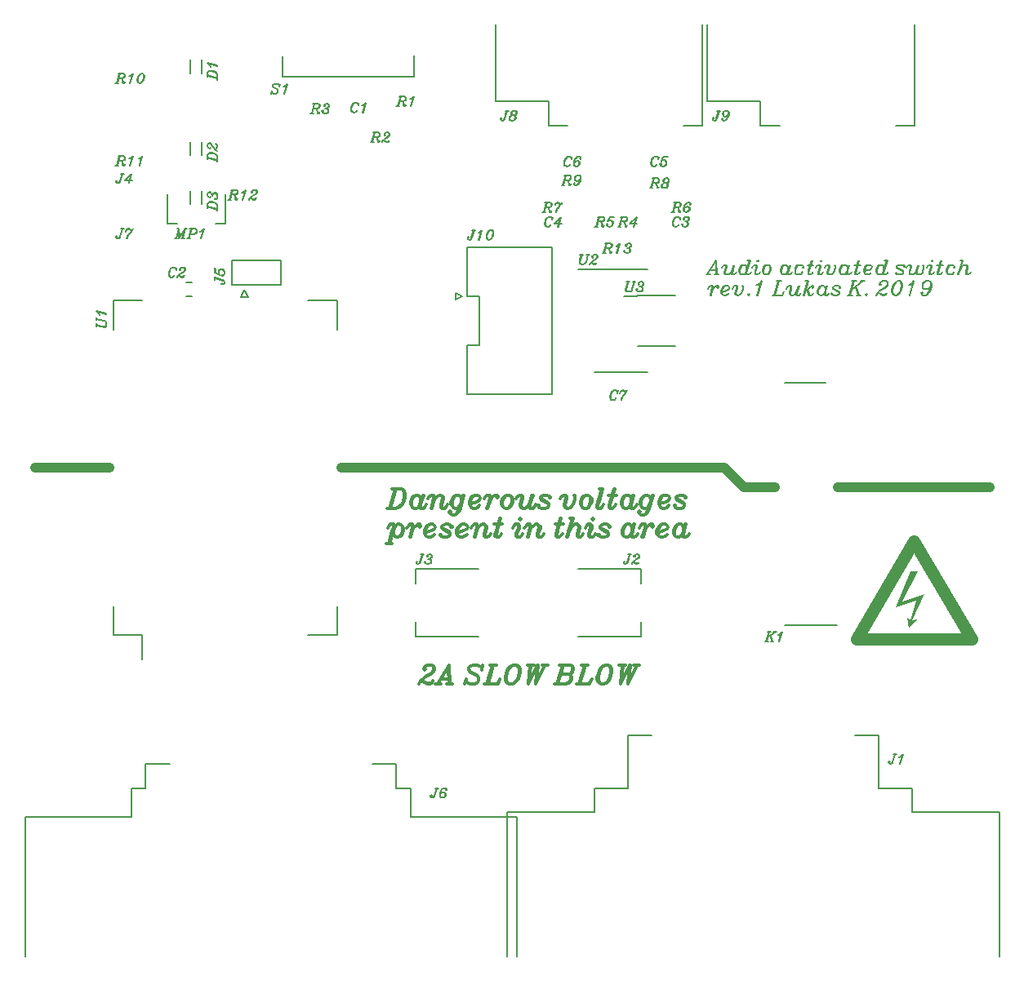
<source format=gto>
%FSLAX46Y46*%
%MOMM*%
%ADD11C,0.140000*%
%ADD10C,0.150000*%
%ADD15C,0.200000*%
%ADD12C,0.300000*%
%ADD13C,1.000000*%
%ADD14C,1.290000*%
G01*
%LPD*%
G36*
X89750000Y37500000D02*
X91271520Y41221526D01*
X92090737Y41244894D01*
X90452303Y38155343D01*
X92722713Y38857422D01*
X91466401Y36160328D01*
X91973599Y36282858D01*
X91154382Y35323211D01*
X90967141Y36470174D01*
X91331587Y36186542D01*
X91880128Y38225521D01*
X89750000Y37500000D01*
D02*
G37*
G01*
%LPD*%
D10*
X35450000Y85773808D02*
X35735716Y86773808D01*
D10*
X35497620Y85773808D02*
X35783332Y86773808D01*
D10*
X36116668Y86773808D02*
X35592856Y86773808D01*
D10*
X36259524Y86726192D02*
X36116668Y86773808D01*
D10*
X36307144Y86630952D02*
X36259524Y86726192D01*
D10*
X36307144Y86535712D02*
X36307144Y86630952D01*
D10*
X36259524Y86392856D02*
X36307144Y86535712D01*
D10*
X36211904Y86345240D02*
X36259524Y86392856D01*
D10*
X36069048Y86297616D02*
X36211904Y86345240D01*
D10*
X35640476Y86297616D02*
X36069048Y86297616D01*
D10*
X36211904Y86726192D02*
X36116668Y86773808D01*
D10*
X36259524Y86630952D02*
X36211904Y86726192D01*
D10*
X36259524Y86535712D02*
X36259524Y86630952D01*
D10*
X36211904Y86392856D02*
X36259524Y86535712D01*
D10*
X36164284Y86345240D02*
X36211904Y86392856D01*
D10*
X36069048Y86297616D02*
X36164284Y86345240D01*
D10*
X35973808Y86250000D02*
X35878572Y86297616D01*
D10*
X36021428Y86202384D02*
X35973808Y86250000D01*
D10*
X36069048Y85821432D02*
X36021428Y86202384D01*
D10*
X36116668Y85773808D02*
X36069048Y85821432D01*
D10*
X36211904Y85773808D02*
X36116668Y85773808D01*
D10*
X36259524Y85869048D02*
X36211904Y85773808D01*
D10*
X36259524Y85916664D02*
X36259524Y85869048D01*
D10*
X36116668Y85869048D02*
X36021428Y86202384D01*
D10*
X36164284Y85821432D02*
X36116668Y85869048D01*
D10*
X36211904Y85821432D02*
X36164284Y85821432D01*
D10*
X36259524Y85869048D02*
X36211904Y85821432D01*
D10*
X35640476Y85773808D02*
X35307144Y85773808D01*
D10*
X36830952Y86535712D02*
X36783332Y86583336D01*
D10*
X36783332Y86488096D02*
X36830952Y86535712D01*
D10*
X36735716Y86535712D02*
X36783332Y86488096D01*
D10*
X36735716Y86583336D02*
X36735716Y86535712D01*
D10*
X36783332Y86678568D02*
X36735716Y86583336D01*
D10*
X36830952Y86726192D02*
X36783332Y86678568D01*
D10*
X36973808Y86773808D02*
X36830952Y86726192D01*
D10*
X37116668Y86773808D02*
X36973808Y86773808D01*
D10*
X37259524Y86726192D02*
X37116668Y86773808D01*
D10*
X37307144Y86630952D02*
X37259524Y86726192D01*
D10*
X37307144Y86535712D02*
X37307144Y86630952D01*
D10*
X37259524Y86440480D02*
X37307144Y86535712D01*
D10*
X37164284Y86345240D02*
X37259524Y86440480D01*
D10*
X37021428Y86250000D02*
X37164284Y86345240D01*
D10*
X36830952Y86154760D02*
X37021428Y86250000D01*
D10*
X36688096Y86059520D02*
X36830952Y86154760D01*
D10*
X36592856Y85964288D02*
X36688096Y86059520D01*
D10*
X36497620Y85773808D02*
X36592856Y85964288D01*
D10*
X37211904Y86726192D02*
X37116668Y86773808D01*
D10*
X37259524Y86630952D02*
X37211904Y86726192D01*
D10*
X37259524Y86535712D02*
X37259524Y86630952D01*
D10*
X37211904Y86440480D02*
X37259524Y86535712D01*
D10*
X37116668Y86345240D02*
X37211904Y86440480D01*
D10*
X36830952Y86154760D02*
X37116668Y86345240D01*
D10*
X36592856Y85916664D02*
X36545240Y85869048D01*
D10*
X36688096Y85916664D02*
X36592856Y85916664D01*
D10*
X36926192Y85821432D02*
X36688096Y85916664D01*
D10*
X37069048Y85821432D02*
X36926192Y85821432D01*
D10*
X37164284Y85869048D02*
X37069048Y85821432D01*
D10*
X37211904Y85964288D02*
X37164284Y85869048D01*
D10*
X36926192Y85773808D02*
X36688096Y85916664D01*
D10*
X37069048Y85773808D02*
X36926192Y85773808D01*
D10*
X37164284Y85821432D02*
X37069048Y85773808D01*
D10*
X37211904Y85964288D02*
X37164284Y85821432D01*
D10*
X66642856Y78523808D02*
X66928572Y79523808D01*
D10*
X66690476Y78523808D02*
X66976192Y79523808D01*
D10*
X67309520Y79523808D02*
X66785716Y79523808D01*
D10*
X67452384Y79476192D02*
X67309520Y79523808D01*
D10*
X67500000Y79380952D02*
X67452384Y79476192D01*
D10*
X67500000Y79285712D02*
X67500000Y79380952D01*
D10*
X67452384Y79142856D02*
X67500000Y79285712D01*
D10*
X67404760Y79095240D02*
X67452384Y79142856D01*
D10*
X67261904Y79047616D02*
X67404760Y79095240D01*
D10*
X66833332Y79047616D02*
X67261904Y79047616D01*
D10*
X67404760Y79476192D02*
X67309520Y79523808D01*
D10*
X67452384Y79380952D02*
X67404760Y79476192D01*
D10*
X67452384Y79285712D02*
X67452384Y79380952D01*
D10*
X67404760Y79142856D02*
X67452384Y79285712D01*
D10*
X67357144Y79095240D02*
X67404760Y79142856D01*
D10*
X67261904Y79047616D02*
X67357144Y79095240D01*
D10*
X67166664Y79000000D02*
X67071428Y79047616D01*
D10*
X67214288Y78952384D02*
X67166664Y79000000D01*
D10*
X67261904Y78571432D02*
X67214288Y78952384D01*
D10*
X67309520Y78523808D02*
X67261904Y78571432D01*
D10*
X67404760Y78523808D02*
X67309520Y78523808D01*
D10*
X67452384Y78619048D02*
X67404760Y78523808D01*
D10*
X67452384Y78666664D02*
X67452384Y78619048D01*
D10*
X67309520Y78619048D02*
X67214288Y78952384D01*
D10*
X67357144Y78571432D02*
X67309520Y78619048D01*
D10*
X67404760Y78571432D02*
X67357144Y78571432D01*
D10*
X67452384Y78619048D02*
X67404760Y78571432D01*
D10*
X66833332Y78523808D02*
X66500000Y78523808D01*
D10*
X68404760Y79333336D02*
X68452384Y79380952D01*
D10*
X68452384Y79285712D02*
X68404760Y79333336D01*
D10*
X68500000Y79333336D02*
X68452384Y79285712D01*
D10*
X68500000Y79380952D02*
X68500000Y79333336D01*
D10*
X68452384Y79476192D02*
X68500000Y79380952D01*
D10*
X68357144Y79523808D02*
X68452384Y79476192D01*
D10*
X68214288Y79523808D02*
X68357144Y79523808D01*
D10*
X68071432Y79476192D02*
X68214288Y79523808D01*
D10*
X67976192Y79380952D02*
X68071432Y79476192D01*
D10*
X67880952Y79238096D02*
X67976192Y79380952D01*
D10*
X67833336Y79095240D02*
X67880952Y79238096D01*
D10*
X67785712Y78904760D02*
X67833336Y79095240D01*
D10*
X67785712Y78714288D02*
X67785712Y78904760D01*
D10*
X67833336Y78619048D02*
X67785712Y78714288D01*
D10*
X67880952Y78571432D02*
X67833336Y78619048D01*
D10*
X67976192Y78523808D02*
X67880952Y78571432D01*
D10*
X68119048Y78523808D02*
X67976192Y78523808D01*
D10*
X68261904Y78571432D02*
X68119048Y78523808D01*
D10*
X68357144Y78666664D02*
X68261904Y78571432D01*
D10*
X68404760Y78761904D02*
X68357144Y78666664D01*
D10*
X68404760Y78904760D02*
X68404760Y78761904D01*
D10*
X68357144Y79000000D02*
X68404760Y78904760D01*
D10*
X68309520Y79047616D02*
X68357144Y79000000D01*
D10*
X68214288Y79095240D02*
X68309520Y79047616D01*
D10*
X68071432Y79095240D02*
X68214288Y79095240D01*
D10*
X67976192Y79047616D02*
X68071432Y79095240D01*
D10*
X67880952Y78952384D02*
X67976192Y79047616D01*
D10*
X67833336Y78857144D02*
X67880952Y78952384D01*
D10*
X68119048Y79476192D02*
X68214288Y79523808D01*
D10*
X68023808Y79380952D02*
X68119048Y79476192D01*
D10*
X67928568Y79238096D02*
X68023808Y79380952D01*
D10*
X67880952Y79095240D02*
X67928568Y79238096D01*
D10*
X67833336Y78904760D02*
X67880952Y79095240D01*
D10*
X67833336Y78666664D02*
X67833336Y78904760D01*
D10*
X67880952Y78571432D02*
X67833336Y78666664D01*
D10*
X68214288Y78571432D02*
X68119048Y78523808D01*
D10*
X68309520Y78666664D02*
X68214288Y78571432D01*
D10*
X68357144Y78761904D02*
X68309520Y78666664D01*
D10*
X68357144Y78952384D02*
X68357144Y78761904D01*
D10*
X68309520Y79047616D02*
X68357144Y78952384D01*
D10*
X59500000Y74273808D02*
X59785716Y75273808D01*
D10*
X59547620Y74273808D02*
X59833332Y75273808D01*
D10*
X60166668Y75273808D02*
X59642856Y75273808D01*
D10*
X60309524Y75226192D02*
X60166668Y75273808D01*
D10*
X60357144Y75130952D02*
X60309524Y75226192D01*
D10*
X60357144Y75035712D02*
X60357144Y75130952D01*
D10*
X60309524Y74892856D02*
X60357144Y75035712D01*
D10*
X60261904Y74845240D02*
X60309524Y74892856D01*
D10*
X60119048Y74797616D02*
X60261904Y74845240D01*
D10*
X59690476Y74797616D02*
X60119048Y74797616D01*
D10*
X60261904Y75226192D02*
X60166668Y75273808D01*
D10*
X60309524Y75130952D02*
X60261904Y75226192D01*
D10*
X60309524Y75035712D02*
X60309524Y75130952D01*
D10*
X60261904Y74892856D02*
X60309524Y75035712D01*
D10*
X60214284Y74845240D02*
X60261904Y74892856D01*
D10*
X60119048Y74797616D02*
X60214284Y74845240D01*
D10*
X60023808Y74750000D02*
X59928572Y74797616D01*
D10*
X60071428Y74702384D02*
X60023808Y74750000D01*
D10*
X60119048Y74321432D02*
X60071428Y74702384D01*
D10*
X60166668Y74273808D02*
X60119048Y74321432D01*
D10*
X60261904Y74273808D02*
X60166668Y74273808D01*
D10*
X60309524Y74369048D02*
X60261904Y74273808D01*
D10*
X60309524Y74416664D02*
X60309524Y74369048D01*
D10*
X60166668Y74369048D02*
X60071428Y74702384D01*
D10*
X60214284Y74321432D02*
X60166668Y74369048D01*
D10*
X60261904Y74321432D02*
X60214284Y74321432D01*
D10*
X60309524Y74369048D02*
X60261904Y74321432D01*
D10*
X59690476Y74273808D02*
X59357144Y74273808D01*
D10*
X60833332Y74273808D02*
X61071428Y75083336D01*
D10*
X60880952Y74273808D02*
X61166668Y75273808D01*
D10*
X61023808Y75130952D02*
X61166668Y75273808D01*
D10*
X60880952Y75035712D02*
X61023808Y75130952D01*
D10*
X60785716Y74988096D02*
X60880952Y75035712D01*
D10*
X60928572Y75035712D02*
X61119048Y75130952D01*
D10*
X60785716Y74988096D02*
X60928572Y75035712D01*
D10*
X61880952Y75035712D02*
X61833332Y75083336D01*
D10*
X61833332Y74988096D02*
X61880952Y75035712D01*
D10*
X61785716Y75035712D02*
X61833332Y74988096D01*
D10*
X61785716Y75083336D02*
X61785716Y75035712D01*
D10*
X61833332Y75178568D02*
X61785716Y75083336D01*
D10*
X61880952Y75226192D02*
X61833332Y75178568D01*
D10*
X62023808Y75273808D02*
X61880952Y75226192D01*
D10*
X62166668Y75273808D02*
X62023808Y75273808D01*
D10*
X62309524Y75226192D02*
X62166668Y75273808D01*
D10*
X62357144Y75130952D02*
X62309524Y75226192D01*
D10*
X62357144Y75035712D02*
X62357144Y75130952D01*
D10*
X62309524Y74940480D02*
X62357144Y75035712D01*
D10*
X62166668Y74845240D02*
X62309524Y74940480D01*
D10*
X62023808Y74797616D02*
X62166668Y74845240D01*
D10*
X62261904Y75226192D02*
X62166668Y75273808D01*
D10*
X62309524Y75130952D02*
X62261904Y75226192D01*
D10*
X62309524Y75035712D02*
X62309524Y75130952D01*
D10*
X62261904Y74940480D02*
X62309524Y75035712D01*
D10*
X62166668Y74845240D02*
X62261904Y74940480D01*
D10*
X62023808Y74797616D02*
X61928572Y74797616D01*
D10*
X62166668Y74750000D02*
X62023808Y74797616D01*
D10*
X62214284Y74702384D02*
X62166668Y74750000D01*
D10*
X62261904Y74607144D02*
X62214284Y74702384D01*
D10*
X62261904Y74464288D02*
X62261904Y74607144D01*
D10*
X62214284Y74369048D02*
X62261904Y74464288D01*
D10*
X62166668Y74321432D02*
X62214284Y74369048D01*
D10*
X62023808Y74273808D02*
X62166668Y74321432D01*
D10*
X61833332Y74273808D02*
X62023808Y74273808D01*
D10*
X61690476Y74321432D02*
X61833332Y74273808D01*
D10*
X61642856Y74369048D02*
X61690476Y74321432D01*
D10*
X61595240Y74464288D02*
X61642856Y74369048D01*
D10*
X61595240Y74511904D02*
X61595240Y74464288D01*
D10*
X61642856Y74559520D02*
X61595240Y74511904D01*
D10*
X61690476Y74511904D02*
X61642856Y74559520D01*
D10*
X61642856Y74464288D02*
X61690476Y74511904D01*
D10*
X62119048Y74750000D02*
X62023808Y74797616D01*
D10*
X62166668Y74702384D02*
X62119048Y74750000D01*
D10*
X62214284Y74607144D02*
X62166668Y74702384D01*
D10*
X62214284Y74464288D02*
X62214284Y74607144D01*
D10*
X62166668Y74369048D02*
X62214284Y74464288D01*
D10*
X62119048Y74321432D02*
X62166668Y74369048D01*
D10*
X62023808Y74273808D02*
X62119048Y74321432D01*
D10*
X71226192Y88214288D02*
X71464288Y89023808D01*
D10*
X71178568Y88119048D02*
X71226192Y88214288D01*
D10*
X71130952Y88071432D02*
X71178568Y88119048D01*
D10*
X71035712Y88023808D02*
X71130952Y88071432D01*
D10*
X70940480Y88023808D02*
X71035712Y88023808D01*
D10*
X70845240Y88071432D02*
X70940480Y88023808D01*
D10*
X70797616Y88166664D02*
X70845240Y88071432D01*
D10*
X70797616Y88261904D02*
X70797616Y88166664D01*
D10*
X70845240Y88309520D02*
X70797616Y88261904D01*
D10*
X70892856Y88261904D02*
X70845240Y88309520D01*
D10*
X70845240Y88214288D02*
X70892856Y88261904D01*
D10*
X71178568Y88214288D02*
X71416664Y89023808D01*
D10*
X71130952Y88119048D02*
X71178568Y88214288D01*
D10*
X71035712Y88023808D02*
X71130952Y88119048D01*
D10*
X71607144Y89023808D02*
X71273808Y89023808D01*
D10*
X72369048Y88595240D02*
X72416664Y88690480D01*
D10*
X72273808Y88500000D02*
X72369048Y88595240D01*
D10*
X72178568Y88452384D02*
X72273808Y88500000D01*
D10*
X72035712Y88452384D02*
X72178568Y88452384D01*
D10*
X71940480Y88500000D02*
X72035712Y88452384D01*
D10*
X71892856Y88547616D02*
X71940480Y88500000D01*
D10*
X71845240Y88642856D02*
X71892856Y88547616D01*
D10*
X71845240Y88785712D02*
X71845240Y88642856D01*
D10*
X71892856Y88880952D02*
X71845240Y88785712D01*
D10*
X71988096Y88976192D02*
X71892856Y88880952D01*
D10*
X72130952Y89023808D02*
X71988096Y88976192D01*
D10*
X72273808Y89023808D02*
X72130952Y89023808D01*
D10*
X72369048Y88976192D02*
X72273808Y89023808D01*
D10*
X72416664Y88928568D02*
X72369048Y88976192D01*
D10*
X72464288Y88833336D02*
X72416664Y88928568D01*
D10*
X72464288Y88642856D02*
X72464288Y88833336D01*
D10*
X72416664Y88452384D02*
X72464288Y88642856D01*
D10*
X72369048Y88309520D02*
X72416664Y88452384D01*
D10*
X72273808Y88166664D02*
X72369048Y88309520D01*
D10*
X72178568Y88071432D02*
X72273808Y88166664D01*
D10*
X72035712Y88023808D02*
X72178568Y88071432D01*
D10*
X71892856Y88023808D02*
X72035712Y88023808D01*
D10*
X71797616Y88071432D02*
X71892856Y88023808D01*
D10*
X71750000Y88166664D02*
X71797616Y88071432D01*
D10*
X71750000Y88214288D02*
X71750000Y88166664D01*
D10*
X71797616Y88261904D02*
X71750000Y88214288D01*
D10*
X71845240Y88214288D02*
X71797616Y88261904D01*
D10*
X71797616Y88166664D02*
X71845240Y88214288D01*
D10*
X71892856Y88595240D02*
X71940480Y88500000D01*
D10*
X71892856Y88785712D02*
X71892856Y88595240D01*
D10*
X71940480Y88880952D02*
X71892856Y88785712D01*
D10*
X72035712Y88976192D02*
X71940480Y88880952D01*
D10*
X72130952Y89023808D02*
X72035712Y88976192D01*
D10*
X72416664Y88880952D02*
X72369048Y88976192D01*
D10*
X72416664Y88642856D02*
X72416664Y88880952D01*
D10*
X72369048Y88452384D02*
X72416664Y88642856D01*
D10*
X72321432Y88309520D02*
X72369048Y88452384D01*
D10*
X72226192Y88166664D02*
X72321432Y88309520D01*
D10*
X72130952Y88071432D02*
X72226192Y88166664D01*
D10*
X72035712Y88023808D02*
X72130952Y88071432D01*
D10*
X60904760Y59928572D02*
X60857144Y59928572D01*
D10*
X60952380Y60023808D02*
X60904760Y59928572D01*
D10*
X60904760Y59738096D02*
X60952380Y60023808D01*
D10*
X60904760Y59833332D02*
X60904760Y59738096D01*
D10*
X60857144Y59928572D02*
X60904760Y59833332D01*
D10*
X60809524Y59976192D02*
X60857144Y59928572D01*
D10*
X60714284Y60023808D02*
X60809524Y59976192D01*
D10*
X60571428Y60023808D02*
X60714284Y60023808D01*
D10*
X60428572Y59976192D02*
X60571428Y60023808D01*
D10*
X60333332Y59880952D02*
X60428572Y59976192D01*
D10*
X60238096Y59738096D02*
X60333332Y59880952D01*
D10*
X60190476Y59595240D02*
X60238096Y59738096D01*
D10*
X60142856Y59404760D02*
X60190476Y59595240D01*
D10*
X60142856Y59261904D02*
X60142856Y59404760D01*
D10*
X60190476Y59119048D02*
X60142856Y59261904D01*
D10*
X60238096Y59071428D02*
X60190476Y59119048D01*
D10*
X60380952Y59023808D02*
X60238096Y59071428D01*
D10*
X60523808Y59023808D02*
X60380952Y59023808D01*
D10*
X60619048Y59071428D02*
X60523808Y59023808D01*
D10*
X60714284Y59166668D02*
X60619048Y59071428D01*
D10*
X60761904Y59261904D02*
X60714284Y59166668D01*
D10*
X60476192Y59976192D02*
X60571428Y60023808D01*
D10*
X60380952Y59880952D02*
X60476192Y59976192D01*
D10*
X60285716Y59738096D02*
X60380952Y59880952D01*
D10*
X60238096Y59595240D02*
X60285716Y59738096D01*
D10*
X60190476Y59404760D02*
X60238096Y59595240D01*
D10*
X60190476Y59261904D02*
X60190476Y59404760D01*
D10*
X60238096Y59119048D02*
X60190476Y59261904D01*
D10*
X60285716Y59071428D02*
X60238096Y59119048D01*
D10*
X60380952Y59023808D02*
X60285716Y59071428D01*
D10*
X61190476Y59738096D02*
X61285716Y60023808D01*
D10*
X61857144Y59880952D02*
X61904760Y60023808D01*
D10*
X61761904Y59738096D02*
X61857144Y59880952D01*
D10*
X61523808Y59452380D02*
X61761904Y59738096D01*
D10*
X61428572Y59309524D02*
X61523808Y59452380D01*
D10*
X61380952Y59214284D02*
X61428572Y59309524D01*
D10*
X61333332Y59023808D02*
X61380952Y59214284D01*
D10*
X61476192Y59452380D02*
X61761904Y59738096D01*
D10*
X61380952Y59309524D02*
X61476192Y59452380D01*
D10*
X61333332Y59214284D02*
X61380952Y59309524D01*
D10*
X61285716Y59023808D02*
X61333332Y59214284D01*
D10*
X61380952Y60023808D02*
X61238096Y59880952D01*
D10*
X61476192Y60023808D02*
X61380952Y60023808D01*
D10*
X61714284Y59880952D02*
X61476192Y60023808D01*
D10*
X61380952Y59976192D02*
X61285716Y59928572D01*
D10*
X61476192Y59976192D02*
X61380952Y59976192D01*
D10*
X61714284Y59880952D02*
X61476192Y59976192D01*
D10*
X61809524Y59880952D02*
X61714284Y59880952D01*
D10*
X61857144Y59928572D02*
X61809524Y59880952D01*
D10*
X61904760Y60023808D02*
X61857144Y59928572D01*
D10*
X61092856Y77023808D02*
X61378572Y78023808D01*
D10*
X61140476Y77023808D02*
X61426192Y78023808D01*
D10*
X61759524Y78023808D02*
X61235716Y78023808D01*
D10*
X61902380Y77976192D02*
X61759524Y78023808D01*
D10*
X61950000Y77880952D02*
X61902380Y77976192D01*
D10*
X61950000Y77785712D02*
X61950000Y77880952D01*
D10*
X61902380Y77642856D02*
X61950000Y77785712D01*
D10*
X61854760Y77595240D02*
X61902380Y77642856D01*
D10*
X61711904Y77547616D02*
X61854760Y77595240D01*
D10*
X61283332Y77547616D02*
X61711904Y77547616D01*
D10*
X61854760Y77976192D02*
X61759524Y78023808D01*
D10*
X61902380Y77880952D02*
X61854760Y77976192D01*
D10*
X61902380Y77785712D02*
X61902380Y77880952D01*
D10*
X61854760Y77642856D02*
X61902380Y77785712D01*
D10*
X61807144Y77595240D02*
X61854760Y77642856D01*
D10*
X61711904Y77547616D02*
X61807144Y77595240D01*
D10*
X61616668Y77500000D02*
X61521428Y77547616D01*
D10*
X61664284Y77452384D02*
X61616668Y77500000D01*
D10*
X61711904Y77071432D02*
X61664284Y77452384D01*
D10*
X61759524Y77023808D02*
X61711904Y77071432D01*
D10*
X61854760Y77023808D02*
X61759524Y77023808D01*
D10*
X61902380Y77119048D02*
X61854760Y77023808D01*
D10*
X61902380Y77166664D02*
X61902380Y77119048D01*
D10*
X61759524Y77119048D02*
X61664284Y77452384D01*
D10*
X61807144Y77071432D02*
X61759524Y77119048D01*
D10*
X61854760Y77071432D02*
X61807144Y77071432D01*
D10*
X61902380Y77119048D02*
X61854760Y77071432D01*
D10*
X61283332Y77023808D02*
X60950000Y77023808D01*
D10*
X62569048Y77023808D02*
X62854760Y77976192D01*
D10*
X62616668Y77023808D02*
X62902380Y78023808D01*
D10*
X62188096Y77309520D02*
X62902380Y78023808D01*
D10*
X62950000Y77309520D02*
X62188096Y77309520D01*
D10*
X9376190Y81714288D02*
X9614286Y82523808D01*
D10*
X9328571Y81619048D02*
X9376190Y81714288D01*
D10*
X9280952Y81571432D02*
X9328571Y81619048D01*
D10*
X9185714Y81523808D02*
X9280952Y81571432D01*
D10*
X9090476Y81523808D02*
X9185714Y81523808D01*
D10*
X8995238Y81571432D02*
X9090476Y81523808D01*
D10*
X8947619Y81666664D02*
X8995238Y81571432D01*
D10*
X8947619Y81761904D02*
X8947619Y81666664D01*
D10*
X8995238Y81809520D02*
X8947619Y81761904D01*
D10*
X9042857Y81761904D02*
X8995238Y81809520D01*
D10*
X8995238Y81714288D02*
X9042857Y81761904D01*
D10*
X9328571Y81714288D02*
X9566667Y82523808D01*
D10*
X9280952Y81619048D02*
X9328571Y81714288D01*
D10*
X9185714Y81523808D02*
X9280952Y81619048D01*
D10*
X9757143Y82523808D02*
X9423810Y82523808D01*
D10*
X10233333Y81523808D02*
X10519048Y82476192D01*
D10*
X10280952Y81523808D02*
X10566667Y82523808D01*
D10*
X9852381Y81809520D02*
X10566667Y82523808D01*
D10*
X10614286Y81809520D02*
X9852381Y81809520D01*
D10*
X20692858Y79817408D02*
X20978572Y80817408D01*
D10*
X20740476Y79817408D02*
X21026190Y80817408D01*
D10*
X21359524Y80817408D02*
X20835714Y80817408D01*
D10*
X21502380Y80769792D02*
X21359524Y80817408D01*
D10*
X21550000Y80674552D02*
X21502380Y80769792D01*
D10*
X21550000Y80579312D02*
X21550000Y80674552D01*
D10*
X21502380Y80436456D02*
X21550000Y80579312D01*
D10*
X21454762Y80388840D02*
X21502380Y80436456D01*
D10*
X21311904Y80341216D02*
X21454762Y80388840D01*
D10*
X20883334Y80341216D02*
X21311904Y80341216D01*
D10*
X21454762Y80769792D02*
X21359524Y80817408D01*
D10*
X21502380Y80674552D02*
X21454762Y80769792D01*
D10*
X21502380Y80579312D02*
X21502380Y80674552D01*
D10*
X21454762Y80436456D02*
X21502380Y80579312D01*
D10*
X21407142Y80388840D02*
X21454762Y80436456D01*
D10*
X21311904Y80341216D02*
X21407142Y80388840D01*
D10*
X21216666Y80293600D02*
X21121428Y80341216D01*
D10*
X21264286Y80245984D02*
X21216666Y80293600D01*
D10*
X21311904Y79865032D02*
X21264286Y80245984D01*
D10*
X21359524Y79817408D02*
X21311904Y79865032D01*
D10*
X21454762Y79817408D02*
X21359524Y79817408D01*
D10*
X21502380Y79912648D02*
X21454762Y79817408D01*
D10*
X21502380Y79960264D02*
X21502380Y79912648D01*
D10*
X21359524Y79912648D02*
X21264286Y80245984D01*
D10*
X21407142Y79865032D02*
X21359524Y79912648D01*
D10*
X21454762Y79865032D02*
X21407142Y79865032D01*
D10*
X21502380Y79912648D02*
X21454762Y79865032D01*
D10*
X20883334Y79817408D02*
X20550000Y79817408D01*
D10*
X22026190Y79817408D02*
X22264286Y80626936D01*
D10*
X22073810Y79817408D02*
X22359524Y80817408D01*
D10*
X22216666Y80674552D02*
X22359524Y80817408D01*
D10*
X22073810Y80579312D02*
X22216666Y80674552D01*
D10*
X21978572Y80531696D02*
X22073810Y80579312D01*
D10*
X22121428Y80579312D02*
X22311904Y80674552D01*
D10*
X21978572Y80531696D02*
X22121428Y80579312D01*
D10*
X23073810Y80579312D02*
X23026190Y80626936D01*
D10*
X23026190Y80531696D02*
X23073810Y80579312D01*
D10*
X22978572Y80579312D02*
X23026190Y80531696D01*
D10*
X22978572Y80626936D02*
X22978572Y80579312D01*
D10*
X23026190Y80722168D02*
X22978572Y80626936D01*
D10*
X23073810Y80769792D02*
X23026190Y80722168D01*
D10*
X23216666Y80817408D02*
X23073810Y80769792D01*
D10*
X23359524Y80817408D02*
X23216666Y80817408D01*
D10*
X23502380Y80769792D02*
X23359524Y80817408D01*
D10*
X23550000Y80674552D02*
X23502380Y80769792D01*
D10*
X23550000Y80579312D02*
X23550000Y80674552D01*
D10*
X23502380Y80484080D02*
X23550000Y80579312D01*
D10*
X23407142Y80388840D02*
X23502380Y80484080D01*
D10*
X23264286Y80293600D02*
X23407142Y80388840D01*
D10*
X23073810Y80198360D02*
X23264286Y80293600D01*
D10*
X22930952Y80103120D02*
X23073810Y80198360D01*
D10*
X22835714Y80007888D02*
X22930952Y80103120D01*
D10*
X22740476Y79817408D02*
X22835714Y80007888D01*
D10*
X23454762Y80769792D02*
X23359524Y80817408D01*
D10*
X23502380Y80674552D02*
X23454762Y80769792D01*
D10*
X23502380Y80579312D02*
X23502380Y80674552D01*
D10*
X23454762Y80484080D02*
X23502380Y80579312D01*
D10*
X23359524Y80388840D02*
X23454762Y80484080D01*
D10*
X23073810Y80198360D02*
X23359524Y80388840D01*
D10*
X22835714Y79960264D02*
X22788096Y79912648D01*
D10*
X22930952Y79960264D02*
X22835714Y79960264D01*
D10*
X23169048Y79865032D02*
X22930952Y79960264D01*
D10*
X23311904Y79865032D02*
X23169048Y79865032D01*
D10*
X23407142Y79912648D02*
X23311904Y79865032D01*
D10*
X23454762Y80007888D02*
X23407142Y79912648D01*
D10*
X23169048Y79817408D02*
X22930952Y79960264D01*
D10*
X23311904Y79817408D02*
X23169048Y79817408D01*
D10*
X23407142Y79865032D02*
X23311904Y79817408D01*
D10*
X23454762Y80007888D02*
X23407142Y79865032D01*
D10*
X55250000Y81323808D02*
X55535716Y82323808D01*
D10*
X55297620Y81323808D02*
X55583332Y82323808D01*
D10*
X55916668Y82323808D02*
X55392856Y82323808D01*
D10*
X56059524Y82276192D02*
X55916668Y82323808D01*
D10*
X56107144Y82180952D02*
X56059524Y82276192D01*
D10*
X56107144Y82085712D02*
X56107144Y82180952D01*
D10*
X56059524Y81942856D02*
X56107144Y82085712D01*
D10*
X56011904Y81895240D02*
X56059524Y81942856D01*
D10*
X55869048Y81847616D02*
X56011904Y81895240D01*
D10*
X55440476Y81847616D02*
X55869048Y81847616D01*
D10*
X56011904Y82276192D02*
X55916668Y82323808D01*
D10*
X56059524Y82180952D02*
X56011904Y82276192D01*
D10*
X56059524Y82085712D02*
X56059524Y82180952D01*
D10*
X56011904Y81942856D02*
X56059524Y82085712D01*
D10*
X55964284Y81895240D02*
X56011904Y81942856D01*
D10*
X55869048Y81847616D02*
X55964284Y81895240D01*
D10*
X55773808Y81800000D02*
X55678572Y81847616D01*
D10*
X55821428Y81752384D02*
X55773808Y81800000D01*
D10*
X55869048Y81371432D02*
X55821428Y81752384D01*
D10*
X55916668Y81323808D02*
X55869048Y81371432D01*
D10*
X56011904Y81323808D02*
X55916668Y81323808D01*
D10*
X56059524Y81419048D02*
X56011904Y81323808D01*
D10*
X56059524Y81466664D02*
X56059524Y81419048D01*
D10*
X55916668Y81419048D02*
X55821428Y81752384D01*
D10*
X55964284Y81371432D02*
X55916668Y81419048D01*
D10*
X56011904Y81371432D02*
X55964284Y81371432D01*
D10*
X56059524Y81419048D02*
X56011904Y81371432D01*
D10*
X55440476Y81323808D02*
X55107144Y81323808D01*
D10*
X57011904Y81895240D02*
X57059524Y81990480D01*
D10*
X56916668Y81800000D02*
X57011904Y81895240D01*
D10*
X56821428Y81752384D02*
X56916668Y81800000D01*
D10*
X56678572Y81752384D02*
X56821428Y81752384D01*
D10*
X56583332Y81800000D02*
X56678572Y81752384D01*
D10*
X56535716Y81847616D02*
X56583332Y81800000D01*
D10*
X56488096Y81942856D02*
X56535716Y81847616D01*
D10*
X56488096Y82085712D02*
X56488096Y81942856D01*
D10*
X56535716Y82180952D02*
X56488096Y82085712D01*
D10*
X56630952Y82276192D02*
X56535716Y82180952D01*
D10*
X56773808Y82323808D02*
X56630952Y82276192D01*
D10*
X56916668Y82323808D02*
X56773808Y82323808D01*
D10*
X57011904Y82276192D02*
X56916668Y82323808D01*
D10*
X57059524Y82228568D02*
X57011904Y82276192D01*
D10*
X57107144Y82133336D02*
X57059524Y82228568D01*
D10*
X57107144Y81942856D02*
X57107144Y82133336D01*
D10*
X57059524Y81752384D02*
X57107144Y81942856D01*
D10*
X57011904Y81609520D02*
X57059524Y81752384D01*
D10*
X56916668Y81466664D02*
X57011904Y81609520D01*
D10*
X56821428Y81371432D02*
X56916668Y81466664D01*
D10*
X56678572Y81323808D02*
X56821428Y81371432D01*
D10*
X56535716Y81323808D02*
X56678572Y81323808D01*
D10*
X56440476Y81371432D02*
X56535716Y81323808D01*
D10*
X56392856Y81466664D02*
X56440476Y81371432D01*
D10*
X56392856Y81514288D02*
X56392856Y81466664D01*
D10*
X56440476Y81561904D02*
X56392856Y81514288D01*
D10*
X56488096Y81514288D02*
X56440476Y81561904D01*
D10*
X56440476Y81466664D02*
X56488096Y81514288D01*
D10*
X56535716Y81895240D02*
X56583332Y81800000D01*
D10*
X56535716Y82085712D02*
X56535716Y81895240D01*
D10*
X56583332Y82180952D02*
X56535716Y82085712D01*
D10*
X56678572Y82276192D02*
X56583332Y82180952D01*
D10*
X56773808Y82323808D02*
X56678572Y82276192D01*
D10*
X57059524Y82180952D02*
X57011904Y82276192D01*
D10*
X57059524Y81942856D02*
X57059524Y82180952D01*
D10*
X57011904Y81752384D02*
X57059524Y81942856D01*
D10*
X56964284Y81609520D02*
X57011904Y81752384D01*
D10*
X56869048Y81466664D02*
X56964284Y81609520D01*
D10*
X56773808Y81371432D02*
X56869048Y81466664D01*
D10*
X56678572Y81323808D02*
X56773808Y81371432D01*
D11*
X70250000Y72035712D02*
X71178568Y73535712D01*
D11*
X71250000Y72035712D02*
X71178568Y73535712D01*
D11*
X71178568Y72035712D02*
X71107144Y73392856D01*
D11*
X71178568Y72464288D02*
X70535712Y72464288D01*
D11*
X70535712Y72035712D02*
X70107144Y72035712D01*
D11*
X71392856Y72035712D02*
X70964288Y72035712D01*
D11*
X71821432Y72892856D02*
X71750000Y72750000D01*
D11*
X71964288Y73035712D02*
X71821432Y72892856D01*
D11*
X72178568Y73035712D02*
X71964288Y73035712D01*
D11*
X72250000Y72964288D02*
X72178568Y73035712D01*
D11*
X72250000Y72750000D02*
X72250000Y72964288D01*
D11*
X72107144Y72321432D02*
X72250000Y72750000D01*
D11*
X72107144Y72178568D02*
X72107144Y72321432D01*
D11*
X72250000Y72035712D02*
X72107144Y72178568D01*
D11*
X72178568Y72964288D02*
X72107144Y73035712D01*
D11*
X72178568Y72750000D02*
X72178568Y72964288D01*
D11*
X72035712Y72321432D02*
X72178568Y72750000D01*
D11*
X72035712Y72178568D02*
X72035712Y72321432D01*
D11*
X72107144Y72107144D02*
X72035712Y72178568D01*
D11*
X72250000Y72035712D02*
X72107144Y72107144D01*
D11*
X72392856Y72035712D02*
X72250000Y72035712D01*
D11*
X72535712Y72107144D02*
X72392856Y72035712D01*
D11*
X72678568Y72250000D02*
X72535712Y72107144D01*
D11*
X72821432Y72535712D02*
X72678568Y72250000D01*
D11*
X72821432Y72535712D02*
X72964288Y73035712D01*
D11*
X72750000Y72250000D02*
X72821432Y72535712D01*
D11*
X72750000Y72107144D02*
X72750000Y72250000D01*
D11*
X72821432Y72035712D02*
X72750000Y72107144D01*
D11*
X73035712Y72035712D02*
X72821432Y72035712D01*
D11*
X73178568Y72178568D02*
X73035712Y72035712D01*
D11*
X73250000Y72321432D02*
X73178568Y72178568D01*
D11*
X72892856Y72535712D02*
X73035712Y73035712D01*
D11*
X72821432Y72250000D02*
X72892856Y72535712D01*
D11*
X72821432Y72107144D02*
X72821432Y72250000D01*
D11*
X72892856Y72035712D02*
X72821432Y72107144D01*
D11*
X74321432Y72535712D02*
X74607144Y73535712D01*
D11*
X74250000Y72250000D02*
X74321432Y72535712D01*
D11*
X74250000Y72107144D02*
X74250000Y72250000D01*
D11*
X74321432Y72035712D02*
X74250000Y72107144D01*
D11*
X74535712Y72035712D02*
X74321432Y72035712D01*
D11*
X74678568Y72178568D02*
X74535712Y72035712D01*
D11*
X74750000Y72321432D02*
X74678568Y72178568D01*
D11*
X74392856Y72535712D02*
X74678568Y73535712D01*
D11*
X74321432Y72250000D02*
X74392856Y72535712D01*
D11*
X74321432Y72107144D02*
X74321432Y72250000D01*
D11*
X74392856Y72035712D02*
X74321432Y72107144D01*
D11*
X74321432Y72750000D02*
X74321432Y72535712D01*
D11*
X74250000Y72964288D02*
X74321432Y72750000D01*
D11*
X74107144Y73035712D02*
X74250000Y72964288D01*
D11*
X73964288Y73035712D02*
X74107144Y73035712D01*
D11*
X73750000Y72964288D02*
X73964288Y73035712D01*
D11*
X73607144Y72750000D02*
X73750000Y72964288D01*
D11*
X73535712Y72535712D02*
X73607144Y72750000D01*
D11*
X73535712Y72321432D02*
X73535712Y72535712D01*
D11*
X73607144Y72178568D02*
X73535712Y72321432D01*
D11*
X73678568Y72107144D02*
X73607144Y72178568D01*
D11*
X73821432Y72035712D02*
X73678568Y72107144D01*
D11*
X73964288Y72035712D02*
X73821432Y72035712D01*
D11*
X74107144Y72107144D02*
X73964288Y72035712D01*
D11*
X74250000Y72321432D02*
X74107144Y72107144D01*
D11*
X74321432Y72535712D02*
X74250000Y72321432D01*
D11*
X73821432Y72964288D02*
X73964288Y73035712D01*
D11*
X73678568Y72750000D02*
X73821432Y72964288D01*
D11*
X73607144Y72535712D02*
X73678568Y72750000D01*
D11*
X73607144Y72250000D02*
X73607144Y72535712D01*
D11*
X73678568Y72107144D02*
X73607144Y72250000D01*
D11*
X74678568Y73535712D02*
X74392856Y73535712D01*
D11*
X75392856Y73464288D02*
X75464288Y73535712D01*
D11*
X75464288Y73392856D02*
X75392856Y73464288D01*
D11*
X75535712Y73464288D02*
X75464288Y73392856D01*
D11*
X75464288Y73535712D02*
X75535712Y73464288D01*
D11*
X74964288Y72892856D02*
X74892856Y72750000D01*
D11*
X75107144Y73035712D02*
X74964288Y72892856D01*
D11*
X75321432Y73035712D02*
X75107144Y73035712D01*
D11*
X75392856Y72964288D02*
X75321432Y73035712D01*
D11*
X75392856Y72750000D02*
X75392856Y72964288D01*
D11*
X75250000Y72321432D02*
X75392856Y72750000D01*
D11*
X75250000Y72107144D02*
X75250000Y72321432D01*
D11*
X75321432Y72035712D02*
X75250000Y72107144D01*
D11*
X75321432Y72964288D02*
X75250000Y73035712D01*
D11*
X75321432Y72750000D02*
X75321432Y72964288D01*
D11*
X75178568Y72321432D02*
X75321432Y72750000D01*
D11*
X75178568Y72107144D02*
X75178568Y72321432D01*
D11*
X75250000Y72035712D02*
X75178568Y72107144D01*
D11*
X75464288Y72035712D02*
X75250000Y72035712D01*
D11*
X75607144Y72178568D02*
X75464288Y72035712D01*
D11*
X75678568Y72321432D02*
X75607144Y72178568D01*
D11*
X76178568Y72964288D02*
X76392856Y73035712D01*
D11*
X76035712Y72750000D02*
X76178568Y72964288D01*
D11*
X75964288Y72535712D02*
X76035712Y72750000D01*
D11*
X75964288Y72321432D02*
X75964288Y72535712D01*
D11*
X76035712Y72178568D02*
X75964288Y72321432D01*
D11*
X76107144Y72107144D02*
X76035712Y72178568D01*
D11*
X76250000Y72035712D02*
X76107144Y72107144D01*
D11*
X76392856Y72035712D02*
X76250000Y72035712D01*
D11*
X76607144Y72107144D02*
X76392856Y72035712D01*
D11*
X76750000Y72321432D02*
X76607144Y72107144D01*
D11*
X76821432Y72535712D02*
X76750000Y72321432D01*
D11*
X76821432Y72750000D02*
X76821432Y72535712D01*
D11*
X76750000Y72892856D02*
X76821432Y72750000D01*
D11*
X76678568Y72964288D02*
X76750000Y72892856D01*
D11*
X76535712Y73035712D02*
X76678568Y72964288D01*
D11*
X76392856Y73035712D02*
X76535712Y73035712D01*
D11*
X76250000Y72964288D02*
X76392856Y73035712D01*
D11*
X76107144Y72750000D02*
X76250000Y72964288D01*
D11*
X76035712Y72535712D02*
X76107144Y72750000D01*
D11*
X76035712Y72250000D02*
X76035712Y72535712D01*
D11*
X76107144Y72107144D02*
X76035712Y72250000D01*
D11*
X76535712Y72107144D02*
X76392856Y72035712D01*
D11*
X76678568Y72321432D02*
X76535712Y72107144D01*
D11*
X76750000Y72535712D02*
X76678568Y72321432D01*
D11*
X76750000Y72821432D02*
X76750000Y72535712D01*
D11*
X76678568Y72964288D02*
X76750000Y72821432D01*
D11*
X78607144Y72535712D02*
X78750000Y73035712D01*
D11*
X78535712Y72250000D02*
X78607144Y72535712D01*
D11*
X78535712Y72107144D02*
X78535712Y72250000D01*
D11*
X78607144Y72035712D02*
X78535712Y72107144D01*
D11*
X78821424Y72035712D02*
X78607144Y72035712D01*
D11*
X78964288Y72178568D02*
X78821424Y72035712D01*
D11*
X79035712Y72321432D02*
X78964288Y72178568D01*
D11*
X78678568Y72535712D02*
X78821424Y73035712D01*
D11*
X78607144Y72250000D02*
X78678568Y72535712D01*
D11*
X78607144Y72107144D02*
X78607144Y72250000D01*
D11*
X78678568Y72035712D02*
X78607144Y72107144D01*
D11*
X78607144Y72750000D02*
X78607144Y72535712D01*
D11*
X78535712Y72964288D02*
X78607144Y72750000D01*
D11*
X78392856Y73035712D02*
X78535712Y72964288D01*
D11*
X78250000Y73035712D02*
X78392856Y73035712D01*
D11*
X78035712Y72964288D02*
X78250000Y73035712D01*
D11*
X77892856Y72750000D02*
X78035712Y72964288D01*
D11*
X77821432Y72535712D02*
X77892856Y72750000D01*
D11*
X77821432Y72321432D02*
X77821432Y72535712D01*
D11*
X77892856Y72178568D02*
X77821432Y72321432D01*
D11*
X77964288Y72107144D02*
X77892856Y72178568D01*
D11*
X78107144Y72035712D02*
X77964288Y72107144D01*
D11*
X78250000Y72035712D02*
X78107144Y72035712D01*
D11*
X78392856Y72107144D02*
X78250000Y72035712D01*
D11*
X78535712Y72321432D02*
X78392856Y72107144D01*
D11*
X78607144Y72535712D02*
X78535712Y72321432D01*
D11*
X78107144Y72964288D02*
X78250000Y73035712D01*
D11*
X77964288Y72750000D02*
X78107144Y72964288D01*
D11*
X77892856Y72535712D02*
X77964288Y72750000D01*
D11*
X77892856Y72250000D02*
X77892856Y72535712D01*
D11*
X77964288Y72107144D02*
X77892856Y72250000D01*
D11*
X80107144Y72750000D02*
X80107144Y72821432D01*
D11*
X80178568Y72750000D02*
X80107144Y72750000D01*
D11*
X80178568Y72821432D02*
X80178568Y72750000D01*
D11*
X80107144Y72964288D02*
X80178568Y72821432D01*
D11*
X79964288Y73035712D02*
X80107144Y72964288D01*
D11*
X79750000Y73035712D02*
X79964288Y73035712D01*
D11*
X79535712Y72964288D02*
X79750000Y73035712D01*
D11*
X79392856Y72750000D02*
X79535712Y72964288D01*
D11*
X79321424Y72535712D02*
X79392856Y72750000D01*
D11*
X79321424Y72321432D02*
X79321424Y72535712D01*
D11*
X79392856Y72178568D02*
X79321424Y72321432D01*
D11*
X79464288Y72107144D02*
X79392856Y72178568D01*
D11*
X79607144Y72035712D02*
X79464288Y72107144D01*
D11*
X79750000Y72035712D02*
X79607144Y72035712D01*
D11*
X79964288Y72107144D02*
X79750000Y72035712D01*
D11*
X80107144Y72321432D02*
X79964288Y72107144D01*
D11*
X79607144Y72964288D02*
X79750000Y73035712D01*
D11*
X79464288Y72750000D02*
X79607144Y72964288D01*
D11*
X79392856Y72535712D02*
X79464288Y72750000D01*
D11*
X79392856Y72250000D02*
X79392856Y72535712D01*
D11*
X79464288Y72107144D02*
X79392856Y72250000D01*
D11*
X80750000Y72535712D02*
X81035712Y73535712D01*
D11*
X80678568Y72250000D02*
X80750000Y72535712D01*
D11*
X80678568Y72107144D02*
X80678568Y72250000D01*
D11*
X80750000Y72035712D02*
X80678568Y72107144D01*
D11*
X80964288Y72035712D02*
X80750000Y72035712D01*
D11*
X81107144Y72178568D02*
X80964288Y72035712D01*
D11*
X81178568Y72321432D02*
X81107144Y72178568D01*
D11*
X80821424Y72535712D02*
X81107144Y73535712D01*
D11*
X80750000Y72250000D02*
X80821424Y72535712D01*
D11*
X80750000Y72107144D02*
X80750000Y72250000D01*
D11*
X80821424Y72035712D02*
X80750000Y72107144D01*
D11*
X81250000Y73035712D02*
X80607144Y73035712D01*
D11*
X81964288Y73464288D02*
X82035712Y73535712D01*
D11*
X82035712Y73392856D02*
X81964288Y73464288D01*
D11*
X82107144Y73464288D02*
X82035712Y73392856D01*
D11*
X82035712Y73535712D02*
X82107144Y73464288D01*
D11*
X81535712Y72892856D02*
X81464288Y72750000D01*
D11*
X81678568Y73035712D02*
X81535712Y72892856D01*
D11*
X81892856Y73035712D02*
X81678568Y73035712D01*
D11*
X81964288Y72964288D02*
X81892856Y73035712D01*
D11*
X81964288Y72750000D02*
X81964288Y72964288D01*
D11*
X81821424Y72321432D02*
X81964288Y72750000D01*
D11*
X81821424Y72107144D02*
X81821424Y72321432D01*
D11*
X81892856Y72035712D02*
X81821424Y72107144D01*
D11*
X81892856Y72964288D02*
X81821424Y73035712D01*
D11*
X81892856Y72750000D02*
X81892856Y72964288D01*
D11*
X81750000Y72321432D02*
X81892856Y72750000D01*
D11*
X81750000Y72107144D02*
X81750000Y72321432D01*
D11*
X81821424Y72035712D02*
X81750000Y72107144D01*
D11*
X82035712Y72035712D02*
X81821424Y72035712D01*
D11*
X82178568Y72178568D02*
X82035712Y72035712D01*
D11*
X82250000Y72321432D02*
X82178568Y72178568D01*
D11*
X82464288Y72892856D02*
X82392856Y72750000D01*
D11*
X82607144Y73035712D02*
X82464288Y72892856D01*
D11*
X82821424Y73035712D02*
X82607144Y73035712D01*
D11*
X82892856Y72964288D02*
X82821424Y73035712D01*
D11*
X82892856Y72750000D02*
X82892856Y72964288D01*
D11*
X82750000Y72321432D02*
X82892856Y72750000D01*
D11*
X82750000Y72178568D02*
X82750000Y72321432D01*
D11*
X82892856Y72035712D02*
X82750000Y72178568D01*
D11*
X82821424Y72964288D02*
X82750000Y73035712D01*
D11*
X82821424Y72750000D02*
X82821424Y72964288D01*
D11*
X82678568Y72321432D02*
X82821424Y72750000D01*
D11*
X82678568Y72178568D02*
X82678568Y72321432D01*
D11*
X82750000Y72107144D02*
X82678568Y72178568D01*
D11*
X82892856Y72035712D02*
X82750000Y72107144D01*
D11*
X82964288Y72035712D02*
X82892856Y72035712D01*
D11*
X83178568Y72107144D02*
X82964288Y72035712D01*
D11*
X83321424Y72250000D02*
X83178568Y72107144D01*
D11*
X83464288Y72464288D02*
X83321424Y72250000D01*
D11*
X83535712Y72750000D02*
X83464288Y72464288D01*
D11*
X83535712Y73035712D02*
X83535712Y72750000D01*
D11*
X83464288Y73035712D02*
X83535712Y73035712D01*
D11*
X83535712Y72892856D02*
X83464288Y73035712D01*
D11*
X84750000Y72535712D02*
X84892856Y73035712D01*
D11*
X84678568Y72250000D02*
X84750000Y72535712D01*
D11*
X84678568Y72107144D02*
X84678568Y72250000D01*
D11*
X84750000Y72035712D02*
X84678568Y72107144D01*
D11*
X84964288Y72035712D02*
X84750000Y72035712D01*
D11*
X85107144Y72178568D02*
X84964288Y72035712D01*
D11*
X85178568Y72321432D02*
X85107144Y72178568D01*
D11*
X84821424Y72535712D02*
X84964288Y73035712D01*
D11*
X84750000Y72250000D02*
X84821424Y72535712D01*
D11*
X84750000Y72107144D02*
X84750000Y72250000D01*
D11*
X84821424Y72035712D02*
X84750000Y72107144D01*
D11*
X84750000Y72750000D02*
X84750000Y72535712D01*
D11*
X84678568Y72964288D02*
X84750000Y72750000D01*
D11*
X84535712Y73035712D02*
X84678568Y72964288D01*
D11*
X84392856Y73035712D02*
X84535712Y73035712D01*
D11*
X84178568Y72964288D02*
X84392856Y73035712D01*
D11*
X84035712Y72750000D02*
X84178568Y72964288D01*
D11*
X83964288Y72535712D02*
X84035712Y72750000D01*
D11*
X83964288Y72321432D02*
X83964288Y72535712D01*
D11*
X84035712Y72178568D02*
X83964288Y72321432D01*
D11*
X84107144Y72107144D02*
X84035712Y72178568D01*
D11*
X84250000Y72035712D02*
X84107144Y72107144D01*
D11*
X84392856Y72035712D02*
X84250000Y72035712D01*
D11*
X84535712Y72107144D02*
X84392856Y72035712D01*
D11*
X84678568Y72321432D02*
X84535712Y72107144D01*
D11*
X84750000Y72535712D02*
X84678568Y72321432D01*
D11*
X84250000Y72964288D02*
X84392856Y73035712D01*
D11*
X84107144Y72750000D02*
X84250000Y72964288D01*
D11*
X84035712Y72535712D02*
X84107144Y72750000D01*
D11*
X84035712Y72250000D02*
X84035712Y72535712D01*
D11*
X84107144Y72107144D02*
X84035712Y72250000D01*
D11*
X85607144Y72535712D02*
X85892856Y73535712D01*
D11*
X85535712Y72250000D02*
X85607144Y72535712D01*
D11*
X85535712Y72107144D02*
X85535712Y72250000D01*
D11*
X85607144Y72035712D02*
X85535712Y72107144D01*
D11*
X85821424Y72035712D02*
X85607144Y72035712D01*
D11*
X85964288Y72178568D02*
X85821424Y72035712D01*
D11*
X86035712Y72321432D02*
X85964288Y72178568D01*
D11*
X85678568Y72535712D02*
X85964288Y73535712D01*
D11*
X85607144Y72250000D02*
X85678568Y72535712D01*
D11*
X85607144Y72107144D02*
X85607144Y72250000D01*
D11*
X85678568Y72035712D02*
X85607144Y72107144D01*
D11*
X86107144Y73035712D02*
X85464288Y73035712D01*
D11*
X86821424Y72464288D02*
X86535712Y72392856D01*
D11*
X87035712Y72535712D02*
X86821424Y72464288D01*
D11*
X87250000Y72678568D02*
X87035712Y72535712D01*
D11*
X87321424Y72821432D02*
X87250000Y72678568D01*
D11*
X87250000Y72964288D02*
X87321424Y72821432D01*
D11*
X87107144Y73035712D02*
X87250000Y72964288D01*
D11*
X86892856Y73035712D02*
X87107144Y73035712D01*
D11*
X86678568Y72964288D02*
X86892856Y73035712D01*
D11*
X86535712Y72750000D02*
X86678568Y72964288D01*
D11*
X86464288Y72535712D02*
X86535712Y72750000D01*
D11*
X86464288Y72321432D02*
X86464288Y72535712D01*
D11*
X86535712Y72178568D02*
X86464288Y72321432D01*
D11*
X86607144Y72107144D02*
X86535712Y72178568D01*
D11*
X86750000Y72035712D02*
X86607144Y72107144D01*
D11*
X86892856Y72035712D02*
X86750000Y72035712D01*
D11*
X87107144Y72107144D02*
X86892856Y72035712D01*
D11*
X87250000Y72250000D02*
X87107144Y72107144D01*
D11*
X86750000Y72964288D02*
X86892856Y73035712D01*
D11*
X86607144Y72750000D02*
X86750000Y72964288D01*
D11*
X86535712Y72535712D02*
X86607144Y72750000D01*
D11*
X86535712Y72250000D02*
X86535712Y72535712D01*
D11*
X86607144Y72107144D02*
X86535712Y72250000D01*
D11*
X88535712Y72535712D02*
X88821424Y73535712D01*
D11*
X88464288Y72250000D02*
X88535712Y72535712D01*
D11*
X88464288Y72107144D02*
X88464288Y72250000D01*
D11*
X88535712Y72035712D02*
X88464288Y72107144D01*
D11*
X88750000Y72035712D02*
X88535712Y72035712D01*
D11*
X88892856Y72178568D02*
X88750000Y72035712D01*
D11*
X88964288Y72321432D02*
X88892856Y72178568D01*
D11*
X88607144Y72535712D02*
X88892856Y73535712D01*
D11*
X88535712Y72250000D02*
X88607144Y72535712D01*
D11*
X88535712Y72107144D02*
X88535712Y72250000D01*
D11*
X88607144Y72035712D02*
X88535712Y72107144D01*
D11*
X88535712Y72750000D02*
X88535712Y72535712D01*
D11*
X88464288Y72964288D02*
X88535712Y72750000D01*
D11*
X88321424Y73035712D02*
X88464288Y72964288D01*
D11*
X88178576Y73035712D02*
X88321424Y73035712D01*
D11*
X87964288Y72964288D02*
X88178576Y73035712D01*
D11*
X87821424Y72750000D02*
X87964288Y72964288D01*
D11*
X87750000Y72535712D02*
X87821424Y72750000D01*
D11*
X87750000Y72321432D02*
X87750000Y72535712D01*
D11*
X87821424Y72178568D02*
X87750000Y72321432D01*
D11*
X87892856Y72107144D02*
X87821424Y72178568D01*
D11*
X88035712Y72035712D02*
X87892856Y72107144D01*
D11*
X88178576Y72035712D02*
X88035712Y72035712D01*
D11*
X88321424Y72107144D02*
X88178576Y72035712D01*
D11*
X88464288Y72321432D02*
X88321424Y72107144D01*
D11*
X88535712Y72535712D02*
X88464288Y72321432D01*
D11*
X88035712Y72964288D02*
X88178576Y73035712D01*
D11*
X87892856Y72750000D02*
X88035712Y72964288D01*
D11*
X87821424Y72535712D02*
X87892856Y72750000D01*
D11*
X87821424Y72250000D02*
X87821424Y72535712D01*
D11*
X87892856Y72107144D02*
X87821424Y72250000D01*
D11*
X88892856Y73535712D02*
X88607144Y73535712D01*
D11*
X90607144Y72821432D02*
X90607144Y72892856D01*
D11*
X90678576Y72821432D02*
X90607144Y72821432D01*
D11*
X90678576Y72892856D02*
X90678576Y72821432D01*
D11*
X90607144Y72964288D02*
X90678576Y72892856D01*
D11*
X90392856Y73035712D02*
X90607144Y72964288D01*
D11*
X90178576Y73035712D02*
X90392856Y73035712D01*
D11*
X89964288Y72964288D02*
X90178576Y73035712D01*
D11*
X89892856Y72892856D02*
X89964288Y72964288D01*
D11*
X89892856Y72750000D02*
X89892856Y72892856D01*
D11*
X89964288Y72678568D02*
X89892856Y72750000D01*
D11*
X90464288Y72392856D02*
X89964288Y72678568D01*
D11*
X90535712Y72321432D02*
X90464288Y72392856D01*
D11*
X89964288Y72750000D02*
X89892856Y72821432D01*
D11*
X90464288Y72464288D02*
X89964288Y72750000D01*
D11*
X90535712Y72392856D02*
X90464288Y72464288D01*
D11*
X90535712Y72178568D02*
X90535712Y72392856D01*
D11*
X90464288Y72107144D02*
X90535712Y72178568D01*
D11*
X90250000Y72035712D02*
X90464288Y72107144D01*
D11*
X90035712Y72035712D02*
X90250000Y72035712D01*
D11*
X89821424Y72107144D02*
X90035712Y72035712D01*
D11*
X89750000Y72178568D02*
X89821424Y72107144D01*
D11*
X89750000Y72250000D02*
X89750000Y72178568D01*
D11*
X89821424Y72250000D02*
X89750000Y72250000D01*
D11*
X89821424Y72178568D02*
X89821424Y72250000D01*
D11*
X90964288Y72892856D02*
X90892856Y72750000D01*
D11*
X91107144Y73035712D02*
X90964288Y72892856D01*
D11*
X91321424Y73035712D02*
X91107144Y73035712D01*
D11*
X91392856Y72964288D02*
X91321424Y73035712D01*
D11*
X91392856Y72750000D02*
X91392856Y72964288D01*
D11*
X91250000Y72321432D02*
X91392856Y72750000D01*
D11*
X91250000Y72178568D02*
X91250000Y72321432D01*
D11*
X91392856Y72035712D02*
X91250000Y72178568D01*
D11*
X91321424Y72964288D02*
X91250000Y73035712D01*
D11*
X91321424Y72750000D02*
X91321424Y72964288D01*
D11*
X91178576Y72321432D02*
X91321424Y72750000D01*
D11*
X91178576Y72178568D02*
X91178576Y72321432D01*
D11*
X91250000Y72107144D02*
X91178576Y72178568D01*
D11*
X91392856Y72035712D02*
X91250000Y72107144D01*
D11*
X91535712Y72035712D02*
X91392856Y72035712D01*
D11*
X91678576Y72107144D02*
X91535712Y72035712D01*
D11*
X91821424Y72250000D02*
X91678576Y72107144D01*
D11*
X91892856Y72392856D02*
X91821424Y72250000D01*
D11*
X91892856Y72392856D02*
X92035712Y73035712D01*
D11*
X91892856Y72178568D02*
X91892856Y72392856D01*
D11*
X91964288Y72107144D02*
X91892856Y72178568D01*
D11*
X92107144Y72035712D02*
X91964288Y72107144D01*
D11*
X92250000Y72035712D02*
X92107144Y72035712D01*
D11*
X92392856Y72107144D02*
X92250000Y72035712D01*
D11*
X92535712Y72250000D02*
X92392856Y72107144D01*
D11*
X92607144Y72392856D02*
X92535712Y72250000D01*
D11*
X92678576Y72678568D02*
X92607144Y72392856D01*
D11*
X92678576Y73035712D02*
X92678576Y72678568D01*
D11*
X92607144Y73035712D02*
X92678576Y73035712D01*
D11*
X92678576Y72892856D02*
X92607144Y73035712D01*
D11*
X91964288Y72392856D02*
X92107144Y73035712D01*
D11*
X91964288Y72178568D02*
X91964288Y72392856D01*
D11*
X92107144Y72035712D02*
X91964288Y72178568D01*
D11*
X93464288Y73464288D02*
X93535712Y73535712D01*
D11*
X93535712Y73392856D02*
X93464288Y73464288D01*
D11*
X93607144Y73464288D02*
X93535712Y73392856D01*
D11*
X93535712Y73535712D02*
X93607144Y73464288D01*
D11*
X93035712Y72892856D02*
X92964288Y72750000D01*
D11*
X93178576Y73035712D02*
X93035712Y72892856D01*
D11*
X93392856Y73035712D02*
X93178576Y73035712D01*
D11*
X93464288Y72964288D02*
X93392856Y73035712D01*
D11*
X93464288Y72750000D02*
X93464288Y72964288D01*
D11*
X93321424Y72321432D02*
X93464288Y72750000D01*
D11*
X93321424Y72107144D02*
X93321424Y72321432D01*
D11*
X93392856Y72035712D02*
X93321424Y72107144D01*
D11*
X93392856Y72964288D02*
X93321424Y73035712D01*
D11*
X93392856Y72750000D02*
X93392856Y72964288D01*
D11*
X93250000Y72321432D02*
X93392856Y72750000D01*
D11*
X93250000Y72107144D02*
X93250000Y72321432D01*
D11*
X93321424Y72035712D02*
X93250000Y72107144D01*
D11*
X93535712Y72035712D02*
X93321424Y72035712D01*
D11*
X93678576Y72178568D02*
X93535712Y72035712D01*
D11*
X93750000Y72321432D02*
X93678576Y72178568D01*
D11*
X94178576Y72535712D02*
X94464288Y73535712D01*
D11*
X94107144Y72250000D02*
X94178576Y72535712D01*
D11*
X94107144Y72107144D02*
X94107144Y72250000D01*
D11*
X94178576Y72035712D02*
X94107144Y72107144D01*
D11*
X94392856Y72035712D02*
X94178576Y72035712D01*
D11*
X94535712Y72178568D02*
X94392856Y72035712D01*
D11*
X94607144Y72321432D02*
X94535712Y72178568D01*
D11*
X94250000Y72535712D02*
X94535712Y73535712D01*
D11*
X94178576Y72250000D02*
X94250000Y72535712D01*
D11*
X94178576Y72107144D02*
X94178576Y72250000D01*
D11*
X94250000Y72035712D02*
X94178576Y72107144D01*
D11*
X94678576Y73035712D02*
X94035712Y73035712D01*
D11*
X95821424Y72750000D02*
X95821424Y72821432D01*
D11*
X95892856Y72750000D02*
X95821424Y72750000D01*
D11*
X95892856Y72821432D02*
X95892856Y72750000D01*
D11*
X95821424Y72964288D02*
X95892856Y72821432D01*
D11*
X95678576Y73035712D02*
X95821424Y72964288D01*
D11*
X95464288Y73035712D02*
X95678576Y73035712D01*
D11*
X95250000Y72964288D02*
X95464288Y73035712D01*
D11*
X95107144Y72750000D02*
X95250000Y72964288D01*
D11*
X95035712Y72535712D02*
X95107144Y72750000D01*
D11*
X95035712Y72321432D02*
X95035712Y72535712D01*
D11*
X95107144Y72178568D02*
X95035712Y72321432D01*
D11*
X95178576Y72107144D02*
X95107144Y72178568D01*
D11*
X95321424Y72035712D02*
X95178576Y72107144D01*
D11*
X95464288Y72035712D02*
X95321424Y72035712D01*
D11*
X95678576Y72107144D02*
X95464288Y72035712D01*
D11*
X95821424Y72321432D02*
X95678576Y72107144D01*
D11*
X95321424Y72964288D02*
X95464288Y73035712D01*
D11*
X95178576Y72750000D02*
X95321424Y72964288D01*
D11*
X95107144Y72535712D02*
X95178576Y72750000D01*
D11*
X95107144Y72250000D02*
X95107144Y72535712D01*
D11*
X95178576Y72107144D02*
X95107144Y72250000D01*
D11*
X96250000Y72035712D02*
X96678576Y73535712D01*
D11*
X96321424Y72035712D02*
X96750000Y73535712D01*
D11*
X96607144Y72821432D02*
X96464288Y72535712D01*
D11*
X96750000Y72964288D02*
X96607144Y72821432D01*
D11*
X96892856Y73035712D02*
X96750000Y72964288D01*
D11*
X97035712Y73035712D02*
X96892856Y73035712D01*
D11*
X97178576Y72964288D02*
X97035712Y73035712D01*
D11*
X97250000Y72892856D02*
X97178576Y72964288D01*
D11*
X97250000Y72750000D02*
X97250000Y72892856D01*
D11*
X97107144Y72321432D02*
X97250000Y72750000D01*
D11*
X97107144Y72107144D02*
X97107144Y72321432D01*
D11*
X97178576Y72035712D02*
X97107144Y72107144D01*
D11*
X97178576Y72892856D02*
X97035712Y73035712D01*
D11*
X97178576Y72750000D02*
X97178576Y72892856D01*
D11*
X97035712Y72321432D02*
X97178576Y72750000D01*
D11*
X97035712Y72107144D02*
X97035712Y72321432D01*
D11*
X97107144Y72035712D02*
X97035712Y72107144D01*
D11*
X97321424Y72035712D02*
X97107144Y72035712D01*
D11*
X97464288Y72178568D02*
X97321424Y72035712D01*
D11*
X97535712Y72321432D02*
X97464288Y72178568D01*
D11*
X96750000Y73535712D02*
X96464288Y73535712D01*
D11*
X70392856Y70727856D02*
X70321432Y70585000D01*
D11*
X70535712Y70870712D02*
X70392856Y70727856D01*
D11*
X70750000Y70870712D02*
X70535712Y70870712D01*
D11*
X70821432Y70799288D02*
X70750000Y70870712D01*
D11*
X70821432Y70656432D02*
X70821432Y70799288D01*
D11*
X70750000Y70370712D02*
X70821432Y70656432D01*
D11*
X70607144Y69870712D02*
X70750000Y70370712D01*
D11*
X70750000Y70799288D02*
X70678568Y70870712D01*
D11*
X70750000Y70656432D02*
X70750000Y70799288D01*
D11*
X70678568Y70370712D02*
X70750000Y70656432D01*
D11*
X70535712Y69870712D02*
X70678568Y70370712D01*
D11*
X70892856Y70656432D02*
X70750000Y70370712D01*
D11*
X71035712Y70799288D02*
X70892856Y70656432D01*
D11*
X71178568Y70870712D02*
X71035712Y70799288D01*
D11*
X71321432Y70870712D02*
X71178568Y70870712D01*
D11*
X71392856Y70799288D02*
X71321432Y70870712D01*
D11*
X71392856Y70727856D02*
X71392856Y70799288D01*
D11*
X71321432Y70656432D02*
X71392856Y70727856D01*
D11*
X71250000Y70727856D02*
X71321432Y70656432D01*
D11*
X71321432Y70799288D02*
X71250000Y70727856D01*
D11*
X72035712Y70299288D02*
X71750000Y70227856D01*
D11*
X72250000Y70370712D02*
X72035712Y70299288D01*
D11*
X72464288Y70513568D02*
X72250000Y70370712D01*
D11*
X72535712Y70656432D02*
X72464288Y70513568D01*
D11*
X72464288Y70799288D02*
X72535712Y70656432D01*
D11*
X72321432Y70870712D02*
X72464288Y70799288D01*
D11*
X72107144Y70870712D02*
X72321432Y70870712D01*
D11*
X71892856Y70799288D02*
X72107144Y70870712D01*
D11*
X71750000Y70585000D02*
X71892856Y70799288D01*
D11*
X71678568Y70370712D02*
X71750000Y70585000D01*
D11*
X71678568Y70156432D02*
X71678568Y70370712D01*
D11*
X71750000Y70013568D02*
X71678568Y70156432D01*
D11*
X71821432Y69942144D02*
X71750000Y70013568D01*
D11*
X71964288Y69870712D02*
X71821432Y69942144D01*
D11*
X72107144Y69870712D02*
X71964288Y69870712D01*
D11*
X72321432Y69942144D02*
X72107144Y69870712D01*
D11*
X72464288Y70085000D02*
X72321432Y69942144D01*
D11*
X71964288Y70799288D02*
X72107144Y70870712D01*
D11*
X71821432Y70585000D02*
X71964288Y70799288D01*
D11*
X71750000Y70370712D02*
X71821432Y70585000D01*
D11*
X71750000Y70085000D02*
X71750000Y70370712D01*
D11*
X71821432Y69942144D02*
X71750000Y70085000D01*
D11*
X72892856Y70727856D02*
X72821432Y70585000D01*
D11*
X73035712Y70870712D02*
X72892856Y70727856D01*
D11*
X73250000Y70870712D02*
X73035712Y70870712D01*
D11*
X73321432Y70799288D02*
X73250000Y70870712D01*
D11*
X73321432Y70585000D02*
X73321432Y70799288D01*
D11*
X73178568Y70156432D02*
X73321432Y70585000D01*
D11*
X73178568Y70013568D02*
X73178568Y70156432D01*
D11*
X73321432Y69870712D02*
X73178568Y70013568D01*
D11*
X73250000Y70799288D02*
X73178568Y70870712D01*
D11*
X73250000Y70585000D02*
X73250000Y70799288D01*
D11*
X73107144Y70156432D02*
X73250000Y70585000D01*
D11*
X73107144Y70013568D02*
X73107144Y70156432D01*
D11*
X73178568Y69942144D02*
X73107144Y70013568D01*
D11*
X73321432Y69870712D02*
X73178568Y69942144D01*
D11*
X73392856Y69870712D02*
X73321432Y69870712D01*
D11*
X73607144Y69942144D02*
X73392856Y69870712D01*
D11*
X73750000Y70085000D02*
X73607144Y69942144D01*
D11*
X73892856Y70299288D02*
X73750000Y70085000D01*
D11*
X73964288Y70585000D02*
X73892856Y70299288D01*
D11*
X73964288Y70870712D02*
X73964288Y70585000D01*
D11*
X73892856Y70870712D02*
X73964288Y70870712D01*
D11*
X73964288Y70727856D02*
X73892856Y70870712D01*
D11*
X74464288Y69942144D02*
X74535712Y70013568D01*
D11*
X74535712Y69870712D02*
X74464288Y69942144D01*
D11*
X74607144Y69942144D02*
X74535712Y69870712D01*
D11*
X74535712Y70013568D02*
X74607144Y69942144D01*
D11*
X75392856Y69870712D02*
X75750000Y71085000D01*
D11*
X75464288Y69870712D02*
X75892856Y71370712D01*
D11*
X75678568Y71156432D02*
X75892856Y71370712D01*
D11*
X75464288Y71013568D02*
X75678568Y71156432D01*
D11*
X75321432Y70942144D02*
X75464288Y71013568D01*
D11*
X75535712Y71013568D02*
X75821432Y71156432D01*
D11*
X75321432Y70942144D02*
X75535712Y71013568D01*
D11*
X77178568Y69870712D02*
X77607144Y71370712D01*
D11*
X77250000Y69870712D02*
X77678568Y71370712D01*
D11*
X77892856Y71370712D02*
X77392856Y71370712D01*
D11*
X78035712Y69870712D02*
X76964288Y69870712D01*
D11*
X78178568Y70299288D02*
X78035712Y69870712D01*
D11*
X77964288Y69870712D02*
X78178568Y70299288D01*
D11*
X78535712Y70727856D02*
X78464288Y70585000D01*
D11*
X78678568Y70870712D02*
X78535712Y70727856D01*
D11*
X78892856Y70870712D02*
X78678568Y70870712D01*
D11*
X78964288Y70799288D02*
X78892856Y70870712D01*
D11*
X78964288Y70585000D02*
X78964288Y70799288D01*
D11*
X78821424Y70156432D02*
X78964288Y70585000D01*
D11*
X78821424Y70013568D02*
X78821424Y70156432D01*
D11*
X78964288Y69870712D02*
X78821424Y70013568D01*
D11*
X78892856Y70799288D02*
X78821424Y70870712D01*
D11*
X78892856Y70585000D02*
X78892856Y70799288D01*
D11*
X78750000Y70156432D02*
X78892856Y70585000D01*
D11*
X78750000Y70013568D02*
X78750000Y70156432D01*
D11*
X78821424Y69942144D02*
X78750000Y70013568D01*
D11*
X78964288Y69870712D02*
X78821424Y69942144D01*
D11*
X79107144Y69870712D02*
X78964288Y69870712D01*
D11*
X79250000Y69942144D02*
X79107144Y69870712D01*
D11*
X79392856Y70085000D02*
X79250000Y69942144D01*
D11*
X79535712Y70370712D02*
X79392856Y70085000D01*
D11*
X79535712Y70370712D02*
X79678568Y70870712D01*
D11*
X79464288Y70085000D02*
X79535712Y70370712D01*
D11*
X79464288Y69942144D02*
X79464288Y70085000D01*
D11*
X79535712Y69870712D02*
X79464288Y69942144D01*
D11*
X79750000Y69870712D02*
X79535712Y69870712D01*
D11*
X79892856Y70013568D02*
X79750000Y69870712D01*
D11*
X79964288Y70156432D02*
X79892856Y70013568D01*
D11*
X79607144Y70370712D02*
X79750000Y70870712D01*
D11*
X79535712Y70085000D02*
X79607144Y70370712D01*
D11*
X79535712Y69942144D02*
X79535712Y70085000D01*
D11*
X79607144Y69870712D02*
X79535712Y69942144D01*
D11*
X80178568Y69870712D02*
X80607144Y71370712D01*
D11*
X80250000Y69870712D02*
X80678568Y71370712D01*
D11*
X81107144Y70727856D02*
X81178568Y70799288D01*
D11*
X81178568Y70656432D02*
X81107144Y70727856D01*
D11*
X81250000Y70727856D02*
X81178568Y70656432D01*
D11*
X81250000Y70799288D02*
X81250000Y70727856D01*
D11*
X81178568Y70870712D02*
X81250000Y70799288D01*
D11*
X81107144Y70870712D02*
X81178568Y70870712D01*
D11*
X80964288Y70799288D02*
X81107144Y70870712D01*
D11*
X80678568Y70513568D02*
X80964288Y70799288D01*
D11*
X80535712Y70442144D02*
X80678568Y70513568D01*
D11*
X80392856Y70442144D02*
X80535712Y70442144D01*
D11*
X80678568Y70370712D02*
X80535712Y70442144D01*
D11*
X80821424Y69942144D02*
X80678568Y70370712D01*
D11*
X80892856Y69870712D02*
X80821424Y69942144D01*
D11*
X80607144Y70370712D02*
X80535712Y70442144D01*
D11*
X80750000Y69942144D02*
X80607144Y70370712D01*
D11*
X80821424Y69870712D02*
X80750000Y69942144D01*
D11*
X80964288Y69870712D02*
X80821424Y69870712D01*
D11*
X81107144Y69942144D02*
X80964288Y69870712D01*
D11*
X81250000Y70156432D02*
X81107144Y69942144D01*
D11*
X80678568Y71370712D02*
X80392856Y71370712D01*
D11*
X82464288Y70370712D02*
X82607144Y70870712D01*
D11*
X82392856Y70085000D02*
X82464288Y70370712D01*
D11*
X82392856Y69942144D02*
X82392856Y70085000D01*
D11*
X82464288Y69870712D02*
X82392856Y69942144D01*
D11*
X82678568Y69870712D02*
X82464288Y69870712D01*
D11*
X82821424Y70013568D02*
X82678568Y69870712D01*
D11*
X82892856Y70156432D02*
X82821424Y70013568D01*
D11*
X82535712Y70370712D02*
X82678568Y70870712D01*
D11*
X82464288Y70085000D02*
X82535712Y70370712D01*
D11*
X82464288Y69942144D02*
X82464288Y70085000D01*
D11*
X82535712Y69870712D02*
X82464288Y69942144D01*
D11*
X82464288Y70585000D02*
X82464288Y70370712D01*
D11*
X82392856Y70799288D02*
X82464288Y70585000D01*
D11*
X82250000Y70870712D02*
X82392856Y70799288D01*
D11*
X82107144Y70870712D02*
X82250000Y70870712D01*
D11*
X81892856Y70799288D02*
X82107144Y70870712D01*
D11*
X81750000Y70585000D02*
X81892856Y70799288D01*
D11*
X81678568Y70370712D02*
X81750000Y70585000D01*
D11*
X81678568Y70156432D02*
X81678568Y70370712D01*
D11*
X81750000Y70013568D02*
X81678568Y70156432D01*
D11*
X81821424Y69942144D02*
X81750000Y70013568D01*
D11*
X81964288Y69870712D02*
X81821424Y69942144D01*
D11*
X82107144Y69870712D02*
X81964288Y69870712D01*
D11*
X82250000Y69942144D02*
X82107144Y69870712D01*
D11*
X82392856Y70156432D02*
X82250000Y69942144D01*
D11*
X82464288Y70370712D02*
X82392856Y70156432D01*
D11*
X81964288Y70799288D02*
X82107144Y70870712D01*
D11*
X81821424Y70585000D02*
X81964288Y70799288D01*
D11*
X81750000Y70370712D02*
X81821424Y70585000D01*
D11*
X81750000Y70085000D02*
X81750000Y70370712D01*
D11*
X81821424Y69942144D02*
X81750000Y70085000D01*
D11*
X83964288Y70656432D02*
X83964288Y70727856D01*
D11*
X84035712Y70656432D02*
X83964288Y70656432D01*
D11*
X84035712Y70727856D02*
X84035712Y70656432D01*
D11*
X83964288Y70799288D02*
X84035712Y70727856D01*
D11*
X83750000Y70870712D02*
X83964288Y70799288D01*
D11*
X83535712Y70870712D02*
X83750000Y70870712D01*
D11*
X83321424Y70799288D02*
X83535712Y70870712D01*
D11*
X83250000Y70727856D02*
X83321424Y70799288D01*
D11*
X83250000Y70585000D02*
X83250000Y70727856D01*
D11*
X83321424Y70513568D02*
X83250000Y70585000D01*
D11*
X83821424Y70227856D02*
X83321424Y70513568D01*
D11*
X83892856Y70156432D02*
X83821424Y70227856D01*
D11*
X83321424Y70585000D02*
X83250000Y70656432D01*
D11*
X83821424Y70299288D02*
X83321424Y70585000D01*
D11*
X83892856Y70227856D02*
X83821424Y70299288D01*
D11*
X83892856Y70013568D02*
X83892856Y70227856D01*
D11*
X83821424Y69942144D02*
X83892856Y70013568D01*
D11*
X83607144Y69870712D02*
X83821424Y69942144D01*
D11*
X83392856Y69870712D02*
X83607144Y69870712D01*
D11*
X83178568Y69942144D02*
X83392856Y69870712D01*
D11*
X83107144Y70013568D02*
X83178568Y69942144D01*
D11*
X83107144Y70085000D02*
X83107144Y70013568D01*
D11*
X83178568Y70085000D02*
X83107144Y70085000D01*
D11*
X83178568Y70013568D02*
X83178568Y70085000D01*
D11*
X84964288Y69870712D02*
X85392856Y71370712D01*
D11*
X85035712Y69870712D02*
X85464288Y71370712D01*
D11*
X85178568Y70442144D02*
X86392856Y71370712D01*
D11*
X85964288Y69870712D02*
X85678568Y70727856D01*
D11*
X85892856Y69870712D02*
X85607144Y70727856D01*
D11*
X85678568Y71370712D02*
X85178568Y71370712D01*
D11*
X86535712Y71370712D02*
X86107144Y71370712D01*
D11*
X85250000Y69870712D02*
X84750000Y69870712D01*
D11*
X86107144Y69870712D02*
X85678568Y69870712D01*
D11*
X86678568Y69942144D02*
X86750000Y70013568D01*
D11*
X86750000Y69870712D02*
X86678568Y69942144D01*
D11*
X86821424Y69942144D02*
X86750000Y69870712D01*
D11*
X86750000Y70013568D02*
X86821424Y69942144D01*
D11*
X88250000Y71013568D02*
X88178576Y71085000D01*
D11*
X88178576Y70942144D02*
X88250000Y71013568D01*
D11*
X88107144Y71013568D02*
X88178576Y70942144D01*
D11*
X88107144Y71085000D02*
X88107144Y71013568D01*
D11*
X88178576Y71227856D02*
X88107144Y71085000D01*
D11*
X88250000Y71299288D02*
X88178576Y71227856D01*
D11*
X88464288Y71370712D02*
X88250000Y71299288D01*
D11*
X88678576Y71370712D02*
X88464288Y71370712D01*
D11*
X88892856Y71299288D02*
X88678576Y71370712D01*
D11*
X88964288Y71156432D02*
X88892856Y71299288D01*
D11*
X88964288Y71013568D02*
X88964288Y71156432D01*
D11*
X88892856Y70870712D02*
X88964288Y71013568D01*
D11*
X88750000Y70727856D02*
X88892856Y70870712D01*
D11*
X88535712Y70585000D02*
X88750000Y70727856D01*
D11*
X88250000Y70442144D02*
X88535712Y70585000D01*
D11*
X88035712Y70299288D02*
X88250000Y70442144D01*
D11*
X87892856Y70156432D02*
X88035712Y70299288D01*
D11*
X87750000Y69870712D02*
X87892856Y70156432D01*
D11*
X88821424Y71299288D02*
X88678576Y71370712D01*
D11*
X88892856Y71156432D02*
X88821424Y71299288D01*
D11*
X88892856Y71013568D02*
X88892856Y71156432D01*
D11*
X88821424Y70870712D02*
X88892856Y71013568D01*
D11*
X88678576Y70727856D02*
X88821424Y70870712D01*
D11*
X88250000Y70442144D02*
X88678576Y70727856D01*
D11*
X87892856Y70085000D02*
X87821424Y70013568D01*
D11*
X88035712Y70085000D02*
X87892856Y70085000D01*
D11*
X88392856Y69942144D02*
X88035712Y70085000D01*
D11*
X88607144Y69942144D02*
X88392856Y69942144D01*
D11*
X88750000Y70013568D02*
X88607144Y69942144D01*
D11*
X88821424Y70156432D02*
X88750000Y70013568D01*
D11*
X88392856Y69870712D02*
X88035712Y70085000D01*
D11*
X88607144Y69870712D02*
X88392856Y69870712D01*
D11*
X88750000Y69942144D02*
X88607144Y69870712D01*
D11*
X88821424Y70156432D02*
X88750000Y69942144D01*
D11*
X89821424Y71299288D02*
X90035712Y71370712D01*
D11*
X89678576Y71156432D02*
X89821424Y71299288D01*
D11*
X89535712Y70942144D02*
X89678576Y71156432D01*
D11*
X89464288Y70727856D02*
X89535712Y70942144D01*
D11*
X89392856Y70442144D02*
X89464288Y70727856D01*
D11*
X89392856Y70227856D02*
X89392856Y70442144D01*
D11*
X89464288Y70013568D02*
X89392856Y70227856D01*
D11*
X89535712Y69942144D02*
X89464288Y70013568D01*
D11*
X89678576Y69870712D02*
X89535712Y69942144D01*
D11*
X89821424Y69870712D02*
X89678576Y69870712D01*
D11*
X90035712Y69942144D02*
X89821424Y69870712D01*
D11*
X90178576Y70085000D02*
X90035712Y69942144D01*
D11*
X90321424Y70299288D02*
X90178576Y70085000D01*
D11*
X90392856Y70513568D02*
X90321424Y70299288D01*
D11*
X90464288Y70799288D02*
X90392856Y70513568D01*
D11*
X90464288Y71013568D02*
X90464288Y70799288D01*
D11*
X90392856Y71227856D02*
X90464288Y71013568D01*
D11*
X90321424Y71299288D02*
X90392856Y71227856D01*
D11*
X90178576Y71370712D02*
X90321424Y71299288D01*
D11*
X90035712Y71370712D02*
X90178576Y71370712D01*
D11*
X89892856Y71299288D02*
X90035712Y71370712D01*
D11*
X89750000Y71156432D02*
X89892856Y71299288D01*
D11*
X89607144Y70942144D02*
X89750000Y71156432D01*
D11*
X89535712Y70727856D02*
X89607144Y70942144D01*
D11*
X89464288Y70442144D02*
X89535712Y70727856D01*
D11*
X89464288Y70227856D02*
X89464288Y70442144D01*
D11*
X89535712Y70013568D02*
X89464288Y70227856D01*
D11*
X89678576Y69870712D02*
X89535712Y70013568D01*
D11*
X89964288Y69942144D02*
X89821424Y69870712D01*
D11*
X90107144Y70085000D02*
X89964288Y69942144D01*
D11*
X90250000Y70299288D02*
X90107144Y70085000D01*
D11*
X90321424Y70513568D02*
X90250000Y70299288D01*
D11*
X90392856Y70799288D02*
X90321424Y70513568D01*
D11*
X90392856Y71013568D02*
X90392856Y70799288D01*
D11*
X90321424Y71227856D02*
X90392856Y71013568D01*
D11*
X90178576Y71370712D02*
X90321424Y71227856D01*
D11*
X91178576Y69870712D02*
X91535712Y71085000D01*
D11*
X91250000Y69870712D02*
X91678576Y71370712D01*
D11*
X91464288Y71156432D02*
X91678576Y71370712D01*
D11*
X91250000Y71013568D02*
X91464288Y71156432D01*
D11*
X91107144Y70942144D02*
X91250000Y71013568D01*
D11*
X91321424Y71013568D02*
X91607144Y71156432D01*
D11*
X91107144Y70942144D02*
X91321424Y71013568D01*
D11*
X93321424Y70727856D02*
X93392856Y70870712D01*
D11*
X93178576Y70585000D02*
X93321424Y70727856D01*
D11*
X93035712Y70513568D02*
X93178576Y70585000D01*
D11*
X92821424Y70513568D02*
X93035712Y70513568D01*
D11*
X92678576Y70585000D02*
X92821424Y70513568D01*
D11*
X92607144Y70656432D02*
X92678576Y70585000D01*
D11*
X92535712Y70799288D02*
X92607144Y70656432D01*
D11*
X92535712Y71013568D02*
X92535712Y70799288D01*
D11*
X92607144Y71156432D02*
X92535712Y71013568D01*
D11*
X92750000Y71299288D02*
X92607144Y71156432D01*
D11*
X92964288Y71370712D02*
X92750000Y71299288D01*
D11*
X93178576Y71370712D02*
X92964288Y71370712D01*
D11*
X93321424Y71299288D02*
X93178576Y71370712D01*
D11*
X93392856Y71227856D02*
X93321424Y71299288D01*
D11*
X93464288Y71085000D02*
X93392856Y71227856D01*
D11*
X93464288Y70799288D02*
X93464288Y71085000D01*
D11*
X93392856Y70513568D02*
X93464288Y70799288D01*
D11*
X93321424Y70299288D02*
X93392856Y70513568D01*
D11*
X93178576Y70085000D02*
X93321424Y70299288D01*
D11*
X93035712Y69942144D02*
X93178576Y70085000D01*
D11*
X92821424Y69870712D02*
X93035712Y69942144D01*
D11*
X92607144Y69870712D02*
X92821424Y69870712D01*
D11*
X92464288Y69942144D02*
X92607144Y69870712D01*
D11*
X92392856Y70085000D02*
X92464288Y69942144D01*
D11*
X92392856Y70156432D02*
X92392856Y70085000D01*
D11*
X92464288Y70227856D02*
X92392856Y70156432D01*
D11*
X92535712Y70156432D02*
X92464288Y70227856D01*
D11*
X92464288Y70085000D02*
X92535712Y70156432D01*
D11*
X92607144Y70727856D02*
X92678576Y70585000D01*
D11*
X92607144Y71013568D02*
X92607144Y70727856D01*
D11*
X92678576Y71156432D02*
X92607144Y71013568D01*
D11*
X92821424Y71299288D02*
X92678576Y71156432D01*
D11*
X92964288Y71370712D02*
X92821424Y71299288D01*
D11*
X93392856Y71156432D02*
X93321424Y71299288D01*
D11*
X93392856Y70799288D02*
X93392856Y71156432D01*
D11*
X93321424Y70513568D02*
X93392856Y70799288D01*
D11*
X93250000Y70299288D02*
X93321424Y70513568D01*
D11*
X93107144Y70085000D02*
X93250000Y70299288D01*
D11*
X92964288Y69942144D02*
X93107144Y70085000D01*
D11*
X92821424Y69870712D02*
X92964288Y69942144D01*
D10*
X9376190Y75964288D02*
X9614286Y76773808D01*
D10*
X9328571Y75869048D02*
X9376190Y75964288D01*
D10*
X9280952Y75821432D02*
X9328571Y75869048D01*
D10*
X9185714Y75773808D02*
X9280952Y75821432D01*
D10*
X9090476Y75773808D02*
X9185714Y75773808D01*
D10*
X8995238Y75821432D02*
X9090476Y75773808D01*
D10*
X8947619Y75916664D02*
X8995238Y75821432D01*
D10*
X8947619Y76011904D02*
X8947619Y75916664D01*
D10*
X8995238Y76059520D02*
X8947619Y76011904D01*
D10*
X9042857Y76011904D02*
X8995238Y76059520D01*
D10*
X8995238Y75964288D02*
X9042857Y76011904D01*
D10*
X9328571Y75964288D02*
X9566667Y76773808D01*
D10*
X9280952Y75869048D02*
X9328571Y75964288D01*
D10*
X9185714Y75773808D02*
X9280952Y75869048D01*
D10*
X9757143Y76773808D02*
X9423810Y76773808D01*
D10*
X9947619Y76488096D02*
X10042857Y76773808D01*
D10*
X10614286Y76630952D02*
X10661905Y76773808D01*
D10*
X10519048Y76488096D02*
X10614286Y76630952D01*
D10*
X10280952Y76202384D02*
X10519048Y76488096D01*
D10*
X10185714Y76059520D02*
X10280952Y76202384D01*
D10*
X10138095Y75964288D02*
X10185714Y76059520D01*
D10*
X10090476Y75773808D02*
X10138095Y75964288D01*
D10*
X10233333Y76202384D02*
X10519048Y76488096D01*
D10*
X10138095Y76059520D02*
X10233333Y76202384D01*
D10*
X10090476Y75964288D02*
X10138095Y76059520D01*
D10*
X10042857Y75773808D02*
X10090476Y75964288D01*
D10*
X10138095Y76773808D02*
X9995238Y76630952D01*
D10*
X10233333Y76773808D02*
X10138095Y76773808D01*
D10*
X10471428Y76630952D02*
X10233333Y76773808D01*
D10*
X10138095Y76726192D02*
X10042857Y76678568D01*
D10*
X10233333Y76726192D02*
X10138095Y76726192D01*
D10*
X10471428Y76630952D02*
X10233333Y76726192D01*
D10*
X10566667Y76630952D02*
X10471428Y76630952D01*
D10*
X10614286Y76678568D02*
X10566667Y76630952D01*
D10*
X10661905Y76773808D02*
X10614286Y76678568D01*
D10*
X41976192Y17964286D02*
X42214284Y18773810D01*
D10*
X41928572Y17869048D02*
X41976192Y17964286D01*
D10*
X41880952Y17821428D02*
X41928572Y17869048D01*
D10*
X41785716Y17773810D02*
X41880952Y17821428D01*
D10*
X41690476Y17773810D02*
X41785716Y17773810D01*
D10*
X41595240Y17821428D02*
X41690476Y17773810D01*
D10*
X41547620Y17916666D02*
X41595240Y17821428D01*
D10*
X41547620Y18011904D02*
X41547620Y17916666D01*
D10*
X41595240Y18059524D02*
X41547620Y18011904D01*
D10*
X41642856Y18011904D02*
X41595240Y18059524D01*
D10*
X41595240Y17964286D02*
X41642856Y18011904D01*
D10*
X41928572Y17964286D02*
X42166668Y18773810D01*
D10*
X41880952Y17869048D02*
X41928572Y17964286D01*
D10*
X41785716Y17773810D02*
X41880952Y17869048D01*
D10*
X42357144Y18773810D02*
X42023808Y18773810D01*
D10*
X43119048Y18583334D02*
X43166668Y18630952D01*
D10*
X43166668Y18535714D02*
X43119048Y18583334D01*
D10*
X43214284Y18583334D02*
X43166668Y18535714D01*
D10*
X43214284Y18630952D02*
X43214284Y18583334D01*
D10*
X43166668Y18726190D02*
X43214284Y18630952D01*
D10*
X43071428Y18773810D02*
X43166668Y18726190D01*
D10*
X42928572Y18773810D02*
X43071428Y18773810D01*
D10*
X42785716Y18726190D02*
X42928572Y18773810D01*
D10*
X42690476Y18630952D02*
X42785716Y18726190D01*
D10*
X42595240Y18488096D02*
X42690476Y18630952D01*
D10*
X42547620Y18345238D02*
X42595240Y18488096D01*
D10*
X42500000Y18154762D02*
X42547620Y18345238D01*
D10*
X42500000Y17964286D02*
X42500000Y18154762D01*
D10*
X42547620Y17869048D02*
X42500000Y17964286D01*
D10*
X42595240Y17821428D02*
X42547620Y17869048D01*
D10*
X42690476Y17773810D02*
X42595240Y17821428D01*
D10*
X42833332Y17773810D02*
X42690476Y17773810D01*
D10*
X42976192Y17821428D02*
X42833332Y17773810D01*
D10*
X43071428Y17916666D02*
X42976192Y17821428D01*
D10*
X43119048Y18011904D02*
X43071428Y17916666D01*
D10*
X43119048Y18154762D02*
X43119048Y18011904D01*
D10*
X43071428Y18250000D02*
X43119048Y18154762D01*
D10*
X43023808Y18297620D02*
X43071428Y18250000D01*
D10*
X42928572Y18345238D02*
X43023808Y18297620D01*
D10*
X42785716Y18345238D02*
X42928572Y18345238D01*
D10*
X42690476Y18297620D02*
X42785716Y18345238D01*
D10*
X42595240Y18202380D02*
X42690476Y18297620D01*
D10*
X42547620Y18107142D02*
X42595240Y18202380D01*
D10*
X42833332Y18726190D02*
X42928572Y18773810D01*
D10*
X42738096Y18630952D02*
X42833332Y18726190D01*
D10*
X42642856Y18488096D02*
X42738096Y18630952D01*
D10*
X42595240Y18345238D02*
X42642856Y18488096D01*
D10*
X42547620Y18154762D02*
X42595240Y18345238D01*
D10*
X42547620Y17916666D02*
X42547620Y18154762D01*
D10*
X42595240Y17821428D02*
X42547620Y17916666D01*
D10*
X42928572Y17821428D02*
X42833332Y17773810D01*
D10*
X43023808Y17916666D02*
X42928572Y17821428D01*
D10*
X43071428Y18011904D02*
X43023808Y17916666D01*
D10*
X43071428Y18202380D02*
X43071428Y18011904D01*
D10*
X43023808Y18297620D02*
X43071428Y18202380D01*
D10*
X9000000Y91906408D02*
X9285714Y92906408D01*
D10*
X9047619Y91906408D02*
X9333334Y92906408D01*
D10*
X9666667Y92906408D02*
X9142857Y92906408D01*
D10*
X9809524Y92858792D02*
X9666667Y92906408D01*
D10*
X9857143Y92763552D02*
X9809524Y92858792D01*
D10*
X9857143Y92668312D02*
X9857143Y92763552D01*
D10*
X9809524Y92525456D02*
X9857143Y92668312D01*
D10*
X9761905Y92477840D02*
X9809524Y92525456D01*
D10*
X9619048Y92430216D02*
X9761905Y92477840D01*
D10*
X9190476Y92430216D02*
X9619048Y92430216D01*
D10*
X9761905Y92858792D02*
X9666667Y92906408D01*
D10*
X9809524Y92763552D02*
X9761905Y92858792D01*
D10*
X9809524Y92668312D02*
X9809524Y92763552D01*
D10*
X9761905Y92525456D02*
X9809524Y92668312D01*
D10*
X9714286Y92477840D02*
X9761905Y92525456D01*
D10*
X9619048Y92430216D02*
X9714286Y92477840D01*
D10*
X9523810Y92382600D02*
X9428572Y92430216D01*
D10*
X9571428Y92334984D02*
X9523810Y92382600D01*
D10*
X9619048Y91954032D02*
X9571428Y92334984D01*
D10*
X9666667Y91906408D02*
X9619048Y91954032D01*
D10*
X9761905Y91906408D02*
X9666667Y91906408D01*
D10*
X9809524Y92001648D02*
X9761905Y91906408D01*
D10*
X9809524Y92049264D02*
X9809524Y92001648D01*
D10*
X9666667Y92001648D02*
X9571428Y92334984D01*
D10*
X9714286Y91954032D02*
X9666667Y92001648D01*
D10*
X9761905Y91954032D02*
X9714286Y91954032D01*
D10*
X9809524Y92001648D02*
X9761905Y91954032D01*
D10*
X9190476Y91906408D02*
X8857143Y91906408D01*
D10*
X10333333Y91906408D02*
X10571429Y92715936D01*
D10*
X10380952Y91906408D02*
X10666667Y92906408D01*
D10*
X10523810Y92763552D02*
X10666667Y92906408D01*
D10*
X10380952Y92668312D02*
X10523810Y92763552D01*
D10*
X10285714Y92620696D02*
X10380952Y92668312D01*
D10*
X10428572Y92668312D02*
X10619048Y92763552D01*
D10*
X10285714Y92620696D02*
X10428572Y92668312D01*
D10*
X11428571Y92858792D02*
X11571429Y92906408D01*
D10*
X11333333Y92763552D02*
X11428571Y92858792D01*
D10*
X11238095Y92620696D02*
X11333333Y92763552D01*
D10*
X11190476Y92477840D02*
X11238095Y92620696D01*
D10*
X11142857Y92287360D02*
X11190476Y92477840D01*
D10*
X11142857Y92144504D02*
X11142857Y92287360D01*
D10*
X11190476Y92001648D02*
X11142857Y92144504D01*
D10*
X11238095Y91954032D02*
X11190476Y92001648D01*
D10*
X11333333Y91906408D02*
X11238095Y91954032D01*
D10*
X11428571Y91906408D02*
X11333333Y91906408D01*
D10*
X11571429Y91954032D02*
X11428571Y91906408D01*
D10*
X11666667Y92049264D02*
X11571429Y91954032D01*
D10*
X11761905Y92192120D02*
X11666667Y92049264D01*
D10*
X11809524Y92334984D02*
X11761905Y92192120D01*
D10*
X11857143Y92525456D02*
X11809524Y92334984D01*
D10*
X11857143Y92668312D02*
X11857143Y92525456D01*
D10*
X11809524Y92811168D02*
X11857143Y92668312D01*
D10*
X11761905Y92858792D02*
X11809524Y92811168D01*
D10*
X11666667Y92906408D02*
X11761905Y92858792D01*
D10*
X11571429Y92906408D02*
X11666667Y92906408D01*
D10*
X11476190Y92858792D02*
X11571429Y92906408D01*
D10*
X11380952Y92763552D02*
X11476190Y92858792D01*
D10*
X11285714Y92620696D02*
X11380952Y92763552D01*
D10*
X11238095Y92477840D02*
X11285714Y92620696D01*
D10*
X11190476Y92287360D02*
X11238095Y92477840D01*
D10*
X11190476Y92144504D02*
X11190476Y92287360D01*
D10*
X11238095Y92001648D02*
X11190476Y92144504D01*
D10*
X11333333Y91906408D02*
X11238095Y92001648D01*
D10*
X11523810Y91954032D02*
X11428571Y91906408D01*
D10*
X11619048Y92049264D02*
X11523810Y91954032D01*
D10*
X11714286Y92192120D02*
X11619048Y92049264D01*
D10*
X11761905Y92334984D02*
X11714286Y92192120D01*
D10*
X11809524Y92525456D02*
X11761905Y92334984D01*
D10*
X11809524Y92668312D02*
X11809524Y92525456D01*
D10*
X11761905Y92811168D02*
X11809524Y92668312D01*
D10*
X11666667Y92906408D02*
X11761905Y92811168D01*
D10*
X53250000Y78523808D02*
X53535716Y79523808D01*
D10*
X53297620Y78523808D02*
X53583332Y79523808D01*
D10*
X53916668Y79523808D02*
X53392856Y79523808D01*
D10*
X54059524Y79476192D02*
X53916668Y79523808D01*
D10*
X54107144Y79380952D02*
X54059524Y79476192D01*
D10*
X54107144Y79285712D02*
X54107144Y79380952D01*
D10*
X54059524Y79142856D02*
X54107144Y79285712D01*
D10*
X54011904Y79095240D02*
X54059524Y79142856D01*
D10*
X53869048Y79047616D02*
X54011904Y79095240D01*
D10*
X53440476Y79047616D02*
X53869048Y79047616D01*
D10*
X54011904Y79476192D02*
X53916668Y79523808D01*
D10*
X54059524Y79380952D02*
X54011904Y79476192D01*
D10*
X54059524Y79285712D02*
X54059524Y79380952D01*
D10*
X54011904Y79142856D02*
X54059524Y79285712D01*
D10*
X53964284Y79095240D02*
X54011904Y79142856D01*
D10*
X53869048Y79047616D02*
X53964284Y79095240D01*
D10*
X53773808Y79000000D02*
X53678572Y79047616D01*
D10*
X53821428Y78952384D02*
X53773808Y79000000D01*
D10*
X53869048Y78571432D02*
X53821428Y78952384D01*
D10*
X53916668Y78523808D02*
X53869048Y78571432D01*
D10*
X54011904Y78523808D02*
X53916668Y78523808D01*
D10*
X54059524Y78619048D02*
X54011904Y78523808D01*
D10*
X54059524Y78666664D02*
X54059524Y78619048D01*
D10*
X53916668Y78619048D02*
X53821428Y78952384D01*
D10*
X53964284Y78571432D02*
X53916668Y78619048D01*
D10*
X54011904Y78571432D02*
X53964284Y78571432D01*
D10*
X54059524Y78619048D02*
X54011904Y78571432D01*
D10*
X53440476Y78523808D02*
X53107144Y78523808D01*
D10*
X54440476Y79238096D02*
X54535716Y79523808D01*
D10*
X55107144Y79380952D02*
X55154760Y79523808D01*
D10*
X55011904Y79238096D02*
X55107144Y79380952D01*
D10*
X54773808Y78952384D02*
X55011904Y79238096D01*
D10*
X54678572Y78809520D02*
X54773808Y78952384D01*
D10*
X54630952Y78714288D02*
X54678572Y78809520D01*
D10*
X54583332Y78523808D02*
X54630952Y78714288D01*
D10*
X54726192Y78952384D02*
X55011904Y79238096D01*
D10*
X54630952Y78809520D02*
X54726192Y78952384D01*
D10*
X54583332Y78714288D02*
X54630952Y78809520D01*
D10*
X54535716Y78523808D02*
X54583332Y78714288D01*
D10*
X54630952Y79523808D02*
X54488096Y79380952D01*
D10*
X54726192Y79523808D02*
X54630952Y79523808D01*
D10*
X54964284Y79380952D02*
X54726192Y79523808D01*
D10*
X54630952Y79476192D02*
X54535716Y79428568D01*
D10*
X54726192Y79476192D02*
X54630952Y79476192D01*
D10*
X54964284Y79380952D02*
X54726192Y79476192D01*
D10*
X55059524Y79380952D02*
X54964284Y79380952D01*
D10*
X55107144Y79428568D02*
X55059524Y79380952D01*
D10*
X55154760Y79523808D02*
X55107144Y79428568D01*
D10*
X54154760Y77928568D02*
X54107144Y77928568D01*
D10*
X54202380Y78023808D02*
X54154760Y77928568D01*
D10*
X54154760Y77738096D02*
X54202380Y78023808D01*
D10*
X54154760Y77833336D02*
X54154760Y77738096D01*
D10*
X54107144Y77928568D02*
X54154760Y77833336D01*
D10*
X54059524Y77976192D02*
X54107144Y77928568D01*
D10*
X53964284Y78023808D02*
X54059524Y77976192D01*
D10*
X53821428Y78023808D02*
X53964284Y78023808D01*
D10*
X53678572Y77976192D02*
X53821428Y78023808D01*
D10*
X53583332Y77880952D02*
X53678572Y77976192D01*
D10*
X53488096Y77738096D02*
X53583332Y77880952D01*
D10*
X53440476Y77595240D02*
X53488096Y77738096D01*
D10*
X53392856Y77404760D02*
X53440476Y77595240D01*
D10*
X53392856Y77261904D02*
X53392856Y77404760D01*
D10*
X53440476Y77119048D02*
X53392856Y77261904D01*
D10*
X53488096Y77071432D02*
X53440476Y77119048D01*
D10*
X53630952Y77023808D02*
X53488096Y77071432D01*
D10*
X53773808Y77023808D02*
X53630952Y77023808D01*
D10*
X53869048Y77071432D02*
X53773808Y77023808D01*
D10*
X53964284Y77166664D02*
X53869048Y77071432D01*
D10*
X54011904Y77261904D02*
X53964284Y77166664D01*
D10*
X53726192Y77976192D02*
X53821428Y78023808D01*
D10*
X53630952Y77880952D02*
X53726192Y77976192D01*
D10*
X53535716Y77738096D02*
X53630952Y77880952D01*
D10*
X53488096Y77595240D02*
X53535716Y77738096D01*
D10*
X53440476Y77404760D02*
X53488096Y77595240D01*
D10*
X53440476Y77261904D02*
X53440476Y77404760D01*
D10*
X53488096Y77119048D02*
X53440476Y77261904D01*
D10*
X53535716Y77071432D02*
X53488096Y77119048D01*
D10*
X53630952Y77023808D02*
X53535716Y77071432D01*
D10*
X54726192Y77023808D02*
X55011904Y77976192D01*
D10*
X54773808Y77023808D02*
X55059524Y78023808D01*
D10*
X54345240Y77309520D02*
X55059524Y78023808D01*
D10*
X55107144Y77309520D02*
X54345240Y77309520D01*
D10*
X40476192Y42214284D02*
X40714284Y43023808D01*
D10*
X40428572Y42119048D02*
X40476192Y42214284D01*
D10*
X40380952Y42071428D02*
X40428572Y42119048D01*
D10*
X40285716Y42023808D02*
X40380952Y42071428D01*
D10*
X40190476Y42023808D02*
X40285716Y42023808D01*
D10*
X40095240Y42071428D02*
X40190476Y42023808D01*
D10*
X40047620Y42166668D02*
X40095240Y42071428D01*
D10*
X40047620Y42261904D02*
X40047620Y42166668D01*
D10*
X40095240Y42309524D02*
X40047620Y42261904D01*
D10*
X40142856Y42261904D02*
X40095240Y42309524D01*
D10*
X40095240Y42214284D02*
X40142856Y42261904D01*
D10*
X40428572Y42214284D02*
X40666668Y43023808D01*
D10*
X40380952Y42119048D02*
X40428572Y42214284D01*
D10*
X40285716Y42023808D02*
X40380952Y42119048D01*
D10*
X40857144Y43023808D02*
X40523808Y43023808D01*
D10*
X41238096Y42785716D02*
X41190476Y42833332D01*
D10*
X41190476Y42738096D02*
X41238096Y42785716D01*
D10*
X41142856Y42785716D02*
X41190476Y42738096D01*
D10*
X41142856Y42833332D02*
X41142856Y42785716D01*
D10*
X41190476Y42928572D02*
X41142856Y42833332D01*
D10*
X41238096Y42976192D02*
X41190476Y42928572D01*
D10*
X41380952Y43023808D02*
X41238096Y42976192D01*
D10*
X41523808Y43023808D02*
X41380952Y43023808D01*
D10*
X41666668Y42976192D02*
X41523808Y43023808D01*
D10*
X41714284Y42880952D02*
X41666668Y42976192D01*
D10*
X41714284Y42785716D02*
X41714284Y42880952D01*
D10*
X41666668Y42690476D02*
X41714284Y42785716D01*
D10*
X41523808Y42595240D02*
X41666668Y42690476D01*
D10*
X41380952Y42547620D02*
X41523808Y42595240D01*
D10*
X41619048Y42976192D02*
X41523808Y43023808D01*
D10*
X41666668Y42880952D02*
X41619048Y42976192D01*
D10*
X41666668Y42785716D02*
X41666668Y42880952D01*
D10*
X41619048Y42690476D02*
X41666668Y42785716D01*
D10*
X41523808Y42595240D02*
X41619048Y42690476D01*
D10*
X41380952Y42547620D02*
X41285716Y42547620D01*
D10*
X41523808Y42500000D02*
X41380952Y42547620D01*
D10*
X41571428Y42452380D02*
X41523808Y42500000D01*
D10*
X41619048Y42357144D02*
X41571428Y42452380D01*
D10*
X41619048Y42214284D02*
X41619048Y42357144D01*
D10*
X41571428Y42119048D02*
X41619048Y42214284D01*
D10*
X41523808Y42071428D02*
X41571428Y42119048D01*
D10*
X41380952Y42023808D02*
X41523808Y42071428D01*
D10*
X41190476Y42023808D02*
X41380952Y42023808D01*
D10*
X41047620Y42071428D02*
X41190476Y42023808D01*
D10*
X41000000Y42119048D02*
X41047620Y42071428D01*
D10*
X40952380Y42214284D02*
X41000000Y42119048D01*
D10*
X40952380Y42261904D02*
X40952380Y42214284D01*
D10*
X41000000Y42309524D02*
X40952380Y42261904D01*
D10*
X41047620Y42261904D02*
X41000000Y42309524D01*
D10*
X41000000Y42214284D02*
X41047620Y42261904D01*
D10*
X41476192Y42500000D02*
X41380952Y42547620D01*
D10*
X41523808Y42452380D02*
X41476192Y42500000D01*
D10*
X41571428Y42357144D02*
X41523808Y42452380D01*
D10*
X41571428Y42214284D02*
X41571428Y42357144D01*
D10*
X41523808Y42119048D02*
X41571428Y42214284D01*
D10*
X41476192Y42071428D02*
X41523808Y42119048D01*
D10*
X41380952Y42023808D02*
X41476192Y42071428D01*
D10*
X29200000Y88773808D02*
X29485714Y89773808D01*
D10*
X29247620Y88773808D02*
X29533334Y89773808D01*
D10*
X29866666Y89773808D02*
X29342858Y89773808D01*
D10*
X30009524Y89726192D02*
X29866666Y89773808D01*
D10*
X30057142Y89630952D02*
X30009524Y89726192D01*
D10*
X30057142Y89535712D02*
X30057142Y89630952D01*
D10*
X30009524Y89392856D02*
X30057142Y89535712D01*
D10*
X29961904Y89345240D02*
X30009524Y89392856D01*
D10*
X29819048Y89297616D02*
X29961904Y89345240D01*
D10*
X29390476Y89297616D02*
X29819048Y89297616D01*
D10*
X29961904Y89726192D02*
X29866666Y89773808D01*
D10*
X30009524Y89630952D02*
X29961904Y89726192D01*
D10*
X30009524Y89535712D02*
X30009524Y89630952D01*
D10*
X29961904Y89392856D02*
X30009524Y89535712D01*
D10*
X29914286Y89345240D02*
X29961904Y89392856D01*
D10*
X29819048Y89297616D02*
X29914286Y89345240D01*
D10*
X29723810Y89250000D02*
X29628572Y89297616D01*
D10*
X29771428Y89202384D02*
X29723810Y89250000D01*
D10*
X29819048Y88821432D02*
X29771428Y89202384D01*
D10*
X29866666Y88773808D02*
X29819048Y88821432D01*
D10*
X29961904Y88773808D02*
X29866666Y88773808D01*
D10*
X30009524Y88869048D02*
X29961904Y88773808D01*
D10*
X30009524Y88916664D02*
X30009524Y88869048D01*
D10*
X29866666Y88869048D02*
X29771428Y89202384D01*
D10*
X29914286Y88821432D02*
X29866666Y88869048D01*
D10*
X29961904Y88821432D02*
X29914286Y88821432D01*
D10*
X30009524Y88869048D02*
X29961904Y88821432D01*
D10*
X29390476Y88773808D02*
X29057144Y88773808D01*
D10*
X30580952Y89535712D02*
X30533334Y89583336D01*
D10*
X30533334Y89488096D02*
X30580952Y89535712D01*
D10*
X30485714Y89535712D02*
X30533334Y89488096D01*
D10*
X30485714Y89583336D02*
X30485714Y89535712D01*
D10*
X30533334Y89678568D02*
X30485714Y89583336D01*
D10*
X30580952Y89726192D02*
X30533334Y89678568D01*
D10*
X30723810Y89773808D02*
X30580952Y89726192D01*
D10*
X30866666Y89773808D02*
X30723810Y89773808D01*
D10*
X31009524Y89726192D02*
X30866666Y89773808D01*
D10*
X31057142Y89630952D02*
X31009524Y89726192D01*
D10*
X31057142Y89535712D02*
X31057142Y89630952D01*
D10*
X31009524Y89440480D02*
X31057142Y89535712D01*
D10*
X30866666Y89345240D02*
X31009524Y89440480D01*
D10*
X30723810Y89297616D02*
X30866666Y89345240D01*
D10*
X30961904Y89726192D02*
X30866666Y89773808D01*
D10*
X31009524Y89630952D02*
X30961904Y89726192D01*
D10*
X31009524Y89535712D02*
X31009524Y89630952D01*
D10*
X30961904Y89440480D02*
X31009524Y89535712D01*
D10*
X30866666Y89345240D02*
X30961904Y89440480D01*
D10*
X30723810Y89297616D02*
X30628572Y89297616D01*
D10*
X30866666Y89250000D02*
X30723810Y89297616D01*
D10*
X30914286Y89202384D02*
X30866666Y89250000D01*
D10*
X30961904Y89107144D02*
X30914286Y89202384D01*
D10*
X30961904Y88964288D02*
X30961904Y89107144D01*
D10*
X30914286Y88869048D02*
X30961904Y88964288D01*
D10*
X30866666Y88821432D02*
X30914286Y88869048D01*
D10*
X30723810Y88773808D02*
X30866666Y88821432D01*
D10*
X30533334Y88773808D02*
X30723810Y88773808D01*
D10*
X30390476Y88821432D02*
X30533334Y88773808D01*
D10*
X30342858Y88869048D02*
X30390476Y88821432D01*
D10*
X30295238Y88964288D02*
X30342858Y88869048D01*
D10*
X30295238Y89011904D02*
X30295238Y88964288D01*
D10*
X30342858Y89059520D02*
X30295238Y89011904D01*
D10*
X30390476Y89011904D02*
X30342858Y89059520D01*
D10*
X30342858Y88964288D02*
X30390476Y89011904D01*
D10*
X30819048Y89250000D02*
X30723810Y89297616D01*
D10*
X30866666Y89202384D02*
X30819048Y89250000D01*
D10*
X30914286Y89107144D02*
X30866666Y89202384D01*
D10*
X30914286Y88964288D02*
X30914286Y89107144D01*
D10*
X30866666Y88869048D02*
X30914286Y88964288D01*
D10*
X30819048Y88821432D02*
X30866666Y88869048D01*
D10*
X30723810Y88773808D02*
X30819048Y88821432D01*
D10*
X65154760Y84178568D02*
X65107144Y84178568D01*
D10*
X65202380Y84273808D02*
X65154760Y84178568D01*
D10*
X65154760Y83988096D02*
X65202380Y84273808D01*
D10*
X65154760Y84083336D02*
X65154760Y83988096D01*
D10*
X65107144Y84178568D02*
X65154760Y84083336D01*
D10*
X65059524Y84226192D02*
X65107144Y84178568D01*
D10*
X64964284Y84273808D02*
X65059524Y84226192D01*
D10*
X64821428Y84273808D02*
X64964284Y84273808D01*
D10*
X64678572Y84226192D02*
X64821428Y84273808D01*
D10*
X64583332Y84130952D02*
X64678572Y84226192D01*
D10*
X64488096Y83988096D02*
X64583332Y84130952D01*
D10*
X64440476Y83845240D02*
X64488096Y83988096D01*
D10*
X64392856Y83654760D02*
X64440476Y83845240D01*
D10*
X64392856Y83511904D02*
X64392856Y83654760D01*
D10*
X64440476Y83369048D02*
X64392856Y83511904D01*
D10*
X64488096Y83321432D02*
X64440476Y83369048D01*
D10*
X64630952Y83273808D02*
X64488096Y83321432D01*
D10*
X64773808Y83273808D02*
X64630952Y83273808D01*
D10*
X64869048Y83321432D02*
X64773808Y83273808D01*
D10*
X64964284Y83416664D02*
X64869048Y83321432D01*
D10*
X65011904Y83511904D02*
X64964284Y83416664D01*
D10*
X64726192Y84226192D02*
X64821428Y84273808D01*
D10*
X64630952Y84130952D02*
X64726192Y84226192D01*
D10*
X64535716Y83988096D02*
X64630952Y84130952D01*
D10*
X64488096Y83845240D02*
X64535716Y83988096D01*
D10*
X64440476Y83654760D02*
X64488096Y83845240D01*
D10*
X64440476Y83511904D02*
X64440476Y83654760D01*
D10*
X64488096Y83369048D02*
X64440476Y83511904D01*
D10*
X64535716Y83321432D02*
X64488096Y83369048D01*
D10*
X64630952Y83273808D02*
X64535716Y83321432D01*
D10*
X65440476Y83797616D02*
X65678572Y84273808D01*
D10*
X66154760Y84273808D02*
X65678572Y84273808D01*
D10*
X65916668Y84226192D02*
X65678572Y84226192D01*
D10*
X66154760Y84273808D02*
X65916668Y84226192D01*
D10*
X65488096Y83845240D02*
X65440476Y83797616D01*
D10*
X65630952Y83892856D02*
X65488096Y83845240D01*
D10*
X65773808Y83892856D02*
X65630952Y83892856D01*
D10*
X65916668Y83845240D02*
X65773808Y83892856D01*
D10*
X65964284Y83797616D02*
X65916668Y83845240D01*
D10*
X66011904Y83702384D02*
X65964284Y83797616D01*
D10*
X66011904Y83559520D02*
X66011904Y83702384D01*
D10*
X65964284Y83416664D02*
X66011904Y83559520D01*
D10*
X65869048Y83321432D02*
X65964284Y83416664D01*
D10*
X65726192Y83273808D02*
X65869048Y83321432D01*
D10*
X65583332Y83273808D02*
X65726192Y83273808D01*
D10*
X65440476Y83321432D02*
X65583332Y83273808D01*
D10*
X65392856Y83369048D02*
X65440476Y83321432D01*
D10*
X65345240Y83464288D02*
X65392856Y83369048D01*
D10*
X65345240Y83511904D02*
X65345240Y83464288D01*
D10*
X65392856Y83559520D02*
X65345240Y83511904D01*
D10*
X65440476Y83511904D02*
X65392856Y83559520D01*
D10*
X65392856Y83464288D02*
X65440476Y83511904D01*
D10*
X65869048Y83845240D02*
X65773808Y83892856D01*
D10*
X65916668Y83797616D02*
X65869048Y83845240D01*
D10*
X65964284Y83702384D02*
X65916668Y83797616D01*
D10*
X65964284Y83559520D02*
X65964284Y83702384D01*
D10*
X65916668Y83416664D02*
X65964284Y83559520D01*
D10*
X65821428Y83321432D02*
X65916668Y83416664D01*
D10*
X65726192Y83273808D02*
X65821428Y83321432D01*
D10*
X61969048Y42214284D02*
X62207144Y43023808D01*
D10*
X61921428Y42119048D02*
X61969048Y42214284D01*
D10*
X61873808Y42071428D02*
X61921428Y42119048D01*
D10*
X61778572Y42023808D02*
X61873808Y42071428D01*
D10*
X61683332Y42023808D02*
X61778572Y42023808D01*
D10*
X61588096Y42071428D02*
X61683332Y42023808D01*
D10*
X61540476Y42166668D02*
X61588096Y42071428D01*
D10*
X61540476Y42261904D02*
X61540476Y42166668D01*
D10*
X61588096Y42309524D02*
X61540476Y42261904D01*
D10*
X61635716Y42261904D02*
X61588096Y42309524D01*
D10*
X61588096Y42214284D02*
X61635716Y42261904D01*
D10*
X61921428Y42214284D02*
X62159524Y43023808D01*
D10*
X61873808Y42119048D02*
X61921428Y42214284D01*
D10*
X61778572Y42023808D02*
X61873808Y42119048D01*
D10*
X62350000Y43023808D02*
X62016668Y43023808D01*
D10*
X62730952Y42785716D02*
X62683332Y42833332D01*
D10*
X62683332Y42738096D02*
X62730952Y42785716D01*
D10*
X62635716Y42785716D02*
X62683332Y42738096D01*
D10*
X62635716Y42833332D02*
X62635716Y42785716D01*
D10*
X62683332Y42928572D02*
X62635716Y42833332D01*
D10*
X62730952Y42976192D02*
X62683332Y42928572D01*
D10*
X62873808Y43023808D02*
X62730952Y42976192D01*
D10*
X63016668Y43023808D02*
X62873808Y43023808D01*
D10*
X63159524Y42976192D02*
X63016668Y43023808D01*
D10*
X63207144Y42880952D02*
X63159524Y42976192D01*
D10*
X63207144Y42785716D02*
X63207144Y42880952D01*
D10*
X63159524Y42690476D02*
X63207144Y42785716D01*
D10*
X63064284Y42595240D02*
X63159524Y42690476D01*
D10*
X62921428Y42500000D02*
X63064284Y42595240D01*
D10*
X62730952Y42404760D02*
X62921428Y42500000D01*
D10*
X62588096Y42309524D02*
X62730952Y42404760D01*
D10*
X62492856Y42214284D02*
X62588096Y42309524D01*
D10*
X62397620Y42023808D02*
X62492856Y42214284D01*
D10*
X63111904Y42976192D02*
X63016668Y43023808D01*
D10*
X63159524Y42880952D02*
X63111904Y42976192D01*
D10*
X63159524Y42785716D02*
X63159524Y42880952D01*
D10*
X63111904Y42690476D02*
X63159524Y42785716D01*
D10*
X63016668Y42595240D02*
X63111904Y42690476D01*
D10*
X62730952Y42404760D02*
X63016668Y42595240D01*
D10*
X62492856Y42166668D02*
X62445240Y42119048D01*
D10*
X62588096Y42166668D02*
X62492856Y42166668D01*
D10*
X62826192Y42071428D02*
X62588096Y42166668D01*
D10*
X62969048Y42071428D02*
X62826192Y42071428D01*
D10*
X63064284Y42119048D02*
X62969048Y42071428D01*
D10*
X63111904Y42214284D02*
X63064284Y42119048D01*
D10*
X62826192Y42023808D02*
X62588096Y42166668D01*
D10*
X62969048Y42023808D02*
X62826192Y42023808D01*
D10*
X63064284Y42071428D02*
X62969048Y42023808D01*
D10*
X63111904Y42214284D02*
X63064284Y42071428D01*
D10*
X76347616Y33973808D02*
X76633336Y34973808D01*
D10*
X76395240Y33973808D02*
X76680952Y34973808D01*
D10*
X76490480Y34354760D02*
X77300000Y34973808D01*
D10*
X77014288Y33973808D02*
X76823808Y34545240D01*
D10*
X76966664Y33973808D02*
X76776192Y34545240D01*
D10*
X76823808Y34973808D02*
X76490480Y34973808D01*
D10*
X77395240Y34973808D02*
X77109520Y34973808D01*
D10*
X76538096Y33973808D02*
X76204760Y33973808D01*
D10*
X77109520Y33973808D02*
X76823808Y33973808D01*
D10*
X77633336Y33973808D02*
X77871432Y34783332D01*
D10*
X77680952Y33973808D02*
X77966664Y34973808D01*
D10*
X77823808Y34830952D02*
X77966664Y34973808D01*
D10*
X77680952Y34735716D02*
X77823808Y34830952D01*
D10*
X77585712Y34688096D02*
X77680952Y34735716D01*
D10*
X77728568Y34735716D02*
X77919048Y34830952D01*
D10*
X77585712Y34688096D02*
X77728568Y34735716D01*
D10*
X19426190Y92380216D02*
X18426190Y92665936D01*
D10*
X19426190Y92427840D02*
X18426190Y92713552D01*
D10*
X18426190Y92951648D02*
X18426190Y92523080D01*
D10*
X18473810Y93094504D02*
X18426190Y92951648D01*
D10*
X18521428Y93142120D02*
X18473810Y93094504D01*
D10*
X18664286Y93189744D02*
X18521428Y93142120D01*
D10*
X18854762Y93189744D02*
X18664286Y93189744D01*
D10*
X19045238Y93142120D02*
X18854762Y93189744D01*
D10*
X19235714Y93046888D02*
X19045238Y93142120D01*
D10*
X19330952Y92951648D02*
X19235714Y93046888D01*
D10*
X19378572Y92856408D02*
X19330952Y92951648D01*
D10*
X19426190Y92665936D02*
X19378572Y92856408D01*
D10*
X19426190Y92237360D02*
X19426190Y92665936D01*
D10*
X18473810Y93046888D02*
X18426190Y92951648D01*
D10*
X18521428Y93094504D02*
X18473810Y93046888D01*
D10*
X18664286Y93142120D02*
X18521428Y93094504D01*
D10*
X18854762Y93142120D02*
X18664286Y93142120D01*
D10*
X19045238Y93094504D02*
X18854762Y93142120D01*
D10*
X19235714Y92999264D02*
X19045238Y93094504D01*
D10*
X19330952Y92904032D02*
X19235714Y92999264D01*
D10*
X19378572Y92808792D02*
X19330952Y92904032D01*
D10*
X19426190Y92665936D02*
X19378572Y92808792D01*
D10*
X19426190Y93665936D02*
X18616666Y93904032D01*
D10*
X19426190Y93713552D02*
X18426190Y93999264D01*
D10*
X18569048Y93856408D02*
X18426190Y93999264D01*
D10*
X18664286Y93713552D02*
X18569048Y93856408D01*
D10*
X18711904Y93618312D02*
X18664286Y93713552D01*
D10*
X18664286Y93761168D02*
X18569048Y93951648D01*
D10*
X18711904Y93618312D02*
X18664286Y93761168D01*
D10*
X38142856Y89523808D02*
X38428572Y90523808D01*
D10*
X38190476Y89523808D02*
X38476192Y90523808D01*
D10*
X38809524Y90523808D02*
X38285716Y90523808D01*
D10*
X38952380Y90476192D02*
X38809524Y90523808D01*
D10*
X39000000Y90380952D02*
X38952380Y90476192D01*
D10*
X39000000Y90285712D02*
X39000000Y90380952D01*
D10*
X38952380Y90142856D02*
X39000000Y90285712D01*
D10*
X38904760Y90095240D02*
X38952380Y90142856D01*
D10*
X38761904Y90047616D02*
X38904760Y90095240D01*
D10*
X38333332Y90047616D02*
X38761904Y90047616D01*
D10*
X38904760Y90476192D02*
X38809524Y90523808D01*
D10*
X38952380Y90380952D02*
X38904760Y90476192D01*
D10*
X38952380Y90285712D02*
X38952380Y90380952D01*
D10*
X38904760Y90142856D02*
X38952380Y90285712D01*
D10*
X38857144Y90095240D02*
X38904760Y90142856D01*
D10*
X38761904Y90047616D02*
X38857144Y90095240D01*
D10*
X38666668Y90000000D02*
X38571428Y90047616D01*
D10*
X38714284Y89952384D02*
X38666668Y90000000D01*
D10*
X38761904Y89571432D02*
X38714284Y89952384D01*
D10*
X38809524Y89523808D02*
X38761904Y89571432D01*
D10*
X38904760Y89523808D02*
X38809524Y89523808D01*
D10*
X38952380Y89619048D02*
X38904760Y89523808D01*
D10*
X38952380Y89666664D02*
X38952380Y89619048D01*
D10*
X38809524Y89619048D02*
X38714284Y89952384D01*
D10*
X38857144Y89571432D02*
X38809524Y89619048D01*
D10*
X38904760Y89571432D02*
X38857144Y89571432D01*
D10*
X38952380Y89619048D02*
X38904760Y89571432D01*
D10*
X38333332Y89523808D02*
X38000000Y89523808D01*
D10*
X39476192Y89523808D02*
X39714284Y90333336D01*
D10*
X39523808Y89523808D02*
X39809524Y90523808D01*
D10*
X39666668Y90380952D02*
X39809524Y90523808D01*
D10*
X39523808Y90285712D02*
X39666668Y90380952D01*
D10*
X39428572Y90238096D02*
X39523808Y90285712D01*
D10*
X39571428Y90285712D02*
X39761904Y90380952D01*
D10*
X39428572Y90238096D02*
X39571428Y90285712D01*
D10*
X56154760Y84178568D02*
X56107144Y84178568D01*
D10*
X56202380Y84273808D02*
X56154760Y84178568D01*
D10*
X56154760Y83988096D02*
X56202380Y84273808D01*
D10*
X56154760Y84083336D02*
X56154760Y83988096D01*
D10*
X56107144Y84178568D02*
X56154760Y84083336D01*
D10*
X56059524Y84226192D02*
X56107144Y84178568D01*
D10*
X55964284Y84273808D02*
X56059524Y84226192D01*
D10*
X55821428Y84273808D02*
X55964284Y84273808D01*
D10*
X55678572Y84226192D02*
X55821428Y84273808D01*
D10*
X55583332Y84130952D02*
X55678572Y84226192D01*
D10*
X55488096Y83988096D02*
X55583332Y84130952D01*
D10*
X55440476Y83845240D02*
X55488096Y83988096D01*
D10*
X55392856Y83654760D02*
X55440476Y83845240D01*
D10*
X55392856Y83511904D02*
X55392856Y83654760D01*
D10*
X55440476Y83369048D02*
X55392856Y83511904D01*
D10*
X55488096Y83321432D02*
X55440476Y83369048D01*
D10*
X55630952Y83273808D02*
X55488096Y83321432D01*
D10*
X55773808Y83273808D02*
X55630952Y83273808D01*
D10*
X55869048Y83321432D02*
X55773808Y83273808D01*
D10*
X55964284Y83416664D02*
X55869048Y83321432D01*
D10*
X56011904Y83511904D02*
X55964284Y83416664D01*
D10*
X55726192Y84226192D02*
X55821428Y84273808D01*
D10*
X55630952Y84130952D02*
X55726192Y84226192D01*
D10*
X55535716Y83988096D02*
X55630952Y84130952D01*
D10*
X55488096Y83845240D02*
X55535716Y83988096D01*
D10*
X55440476Y83654760D02*
X55488096Y83845240D01*
D10*
X55440476Y83511904D02*
X55440476Y83654760D01*
D10*
X55488096Y83369048D02*
X55440476Y83511904D01*
D10*
X55535716Y83321432D02*
X55488096Y83369048D01*
D10*
X55630952Y83273808D02*
X55535716Y83321432D01*
D10*
X57011904Y84083336D02*
X57059524Y84130952D01*
D10*
X57059524Y84035712D02*
X57011904Y84083336D01*
D10*
X57107144Y84083336D02*
X57059524Y84035712D01*
D10*
X57107144Y84130952D02*
X57107144Y84083336D01*
D10*
X57059524Y84226192D02*
X57107144Y84130952D01*
D10*
X56964284Y84273808D02*
X57059524Y84226192D01*
D10*
X56821428Y84273808D02*
X56964284Y84273808D01*
D10*
X56678572Y84226192D02*
X56821428Y84273808D01*
D10*
X56583332Y84130952D02*
X56678572Y84226192D01*
D10*
X56488096Y83988096D02*
X56583332Y84130952D01*
D10*
X56440476Y83845240D02*
X56488096Y83988096D01*
D10*
X56392856Y83654760D02*
X56440476Y83845240D01*
D10*
X56392856Y83464288D02*
X56392856Y83654760D01*
D10*
X56440476Y83369048D02*
X56392856Y83464288D01*
D10*
X56488096Y83321432D02*
X56440476Y83369048D01*
D10*
X56583332Y83273808D02*
X56488096Y83321432D01*
D10*
X56726192Y83273808D02*
X56583332Y83273808D01*
D10*
X56869048Y83321432D02*
X56726192Y83273808D01*
D10*
X56964284Y83416664D02*
X56869048Y83321432D01*
D10*
X57011904Y83511904D02*
X56964284Y83416664D01*
D10*
X57011904Y83654760D02*
X57011904Y83511904D01*
D10*
X56964284Y83750000D02*
X57011904Y83654760D01*
D10*
X56916668Y83797616D02*
X56964284Y83750000D01*
D10*
X56821428Y83845240D02*
X56916668Y83797616D01*
D10*
X56678572Y83845240D02*
X56821428Y83845240D01*
D10*
X56583332Y83797616D02*
X56678572Y83845240D01*
D10*
X56488096Y83702384D02*
X56583332Y83797616D01*
D10*
X56440476Y83607144D02*
X56488096Y83702384D01*
D10*
X56726192Y84226192D02*
X56821428Y84273808D01*
D10*
X56630952Y84130952D02*
X56726192Y84226192D01*
D10*
X56535716Y83988096D02*
X56630952Y84130952D01*
D10*
X56488096Y83845240D02*
X56535716Y83988096D01*
D10*
X56440476Y83654760D02*
X56488096Y83845240D01*
D10*
X56440476Y83416664D02*
X56440476Y83654760D01*
D10*
X56488096Y83321432D02*
X56440476Y83416664D01*
D10*
X56821428Y83321432D02*
X56726192Y83273808D01*
D10*
X56916668Y83416664D02*
X56821428Y83321432D01*
D10*
X56964284Y83511904D02*
X56916668Y83416664D01*
D10*
X56964284Y83702384D02*
X56964284Y83511904D01*
D10*
X56916668Y83797616D02*
X56964284Y83702384D01*
D10*
X15142857Y75773808D02*
X15428571Y76773808D01*
D10*
X15476190Y75773808D02*
X15428571Y76773808D01*
D10*
X15523810Y75869048D02*
X15476190Y76773808D01*
D10*
X15476190Y75773808D02*
X16095238Y76773808D01*
D10*
X15809524Y75773808D02*
X16095238Y76773808D01*
D10*
X15857143Y75773808D02*
X16142857Y76773808D01*
D10*
X15476190Y76773808D02*
X15285714Y76773808D01*
D10*
X16285714Y76773808D02*
X16095238Y76773808D01*
D10*
X15285714Y75773808D02*
X15000000Y75773808D01*
D10*
X16000000Y75773808D02*
X15666667Y75773808D01*
D10*
X16428571Y75773808D02*
X16714286Y76773808D01*
D10*
X16476190Y75773808D02*
X16761905Y76773808D01*
D10*
X17142856Y76773808D02*
X16571428Y76773808D01*
D10*
X17285714Y76726192D02*
X17142856Y76773808D01*
D10*
X17333334Y76630952D02*
X17285714Y76726192D01*
D10*
X17333334Y76535712D02*
X17333334Y76630952D01*
D10*
X17285714Y76392856D02*
X17333334Y76535712D01*
D10*
X17190476Y76297616D02*
X17285714Y76392856D01*
D10*
X17000000Y76250000D02*
X17190476Y76297616D01*
D10*
X16619048Y76250000D02*
X17000000Y76250000D01*
D10*
X17238096Y76726192D02*
X17142856Y76773808D01*
D10*
X17285714Y76630952D02*
X17238096Y76726192D01*
D10*
X17285714Y76535712D02*
X17285714Y76630952D01*
D10*
X17238096Y76392856D02*
X17285714Y76535712D01*
D10*
X17142856Y76297616D02*
X17238096Y76392856D01*
D10*
X17000000Y76250000D02*
X17142856Y76297616D01*
D10*
X16619048Y75773808D02*
X16285714Y75773808D01*
D10*
X17714286Y75773808D02*
X17952380Y76583336D01*
D10*
X17761904Y75773808D02*
X18047620Y76773808D01*
D10*
X17904762Y76630952D02*
X18047620Y76773808D01*
D10*
X17761904Y76535712D02*
X17904762Y76630952D01*
D10*
X17666666Y76488096D02*
X17761904Y76535712D01*
D10*
X17809524Y76535712D02*
X18000000Y76630952D01*
D10*
X17666666Y76488096D02*
X17809524Y76535712D01*
D10*
X15154762Y72678568D02*
X15107143Y72678568D01*
D10*
X15202381Y72773808D02*
X15154762Y72678568D01*
D10*
X15154762Y72488096D02*
X15202381Y72773808D01*
D10*
X15154762Y72583336D02*
X15154762Y72488096D01*
D10*
X15107143Y72678568D02*
X15154762Y72583336D01*
D10*
X15059524Y72726192D02*
X15107143Y72678568D01*
D10*
X14964286Y72773808D02*
X15059524Y72726192D01*
D10*
X14821429Y72773808D02*
X14964286Y72773808D01*
D10*
X14678572Y72726192D02*
X14821429Y72773808D01*
D10*
X14583333Y72630952D02*
X14678572Y72726192D01*
D10*
X14488095Y72488096D02*
X14583333Y72630952D01*
D10*
X14440476Y72345240D02*
X14488095Y72488096D01*
D10*
X14392857Y72154760D02*
X14440476Y72345240D01*
D10*
X14392857Y72011904D02*
X14392857Y72154760D01*
D10*
X14440476Y71869048D02*
X14392857Y72011904D01*
D10*
X14488095Y71821432D02*
X14440476Y71869048D01*
D10*
X14630952Y71773808D02*
X14488095Y71821432D01*
D10*
X14773810Y71773808D02*
X14630952Y71773808D01*
D10*
X14869048Y71821432D02*
X14773810Y71773808D01*
D10*
X14964286Y71916664D02*
X14869048Y71821432D01*
D10*
X15011905Y72011904D02*
X14964286Y71916664D01*
D10*
X14726190Y72726192D02*
X14821429Y72773808D01*
D10*
X14630952Y72630952D02*
X14726190Y72726192D01*
D10*
X14535714Y72488096D02*
X14630952Y72630952D01*
D10*
X14488095Y72345240D02*
X14535714Y72488096D01*
D10*
X14440476Y72154760D02*
X14488095Y72345240D01*
D10*
X14440476Y72011904D02*
X14440476Y72154760D01*
D10*
X14488095Y71869048D02*
X14440476Y72011904D01*
D10*
X14535714Y71821432D02*
X14488095Y71869048D01*
D10*
X14630952Y71773808D02*
X14535714Y71821432D01*
D10*
X15630952Y72535712D02*
X15583333Y72583336D01*
D10*
X15583333Y72488096D02*
X15630952Y72535712D01*
D10*
X15535714Y72535712D02*
X15583333Y72488096D01*
D10*
X15535714Y72583336D02*
X15535714Y72535712D01*
D10*
X15583333Y72678568D02*
X15535714Y72583336D01*
D10*
X15630952Y72726192D02*
X15583333Y72678568D01*
D10*
X15773810Y72773808D02*
X15630952Y72726192D01*
D10*
X15916667Y72773808D02*
X15773810Y72773808D01*
D10*
X16059524Y72726192D02*
X15916667Y72773808D01*
D10*
X16107143Y72630952D02*
X16059524Y72726192D01*
D10*
X16107143Y72535712D02*
X16107143Y72630952D01*
D10*
X16059524Y72440480D02*
X16107143Y72535712D01*
D10*
X15964286Y72345240D02*
X16059524Y72440480D01*
D10*
X15821429Y72250000D02*
X15964286Y72345240D01*
D10*
X15630952Y72154760D02*
X15821429Y72250000D01*
D10*
X15488095Y72059520D02*
X15630952Y72154760D01*
D10*
X15392857Y71964288D02*
X15488095Y72059520D01*
D10*
X15297619Y71773808D02*
X15392857Y71964288D01*
D10*
X16011905Y72726192D02*
X15916667Y72773808D01*
D10*
X16059524Y72630952D02*
X16011905Y72726192D01*
D10*
X16059524Y72535712D02*
X16059524Y72630952D01*
D10*
X16011905Y72440480D02*
X16059524Y72535712D01*
D10*
X15916667Y72345240D02*
X16011905Y72440480D01*
D10*
X15630952Y72154760D02*
X15916667Y72345240D01*
D10*
X15392857Y71916664D02*
X15345238Y71869048D01*
D10*
X15488095Y71916664D02*
X15392857Y71916664D01*
D10*
X15726190Y71821432D02*
X15488095Y71916664D01*
D10*
X15869048Y71821432D02*
X15726190Y71821432D01*
D10*
X15964286Y71869048D02*
X15869048Y71821432D01*
D10*
X16011905Y71964288D02*
X15964286Y71869048D01*
D10*
X15726190Y71773808D02*
X15488095Y71916664D01*
D10*
X15869048Y71773808D02*
X15726190Y71773808D01*
D10*
X15964286Y71821432D02*
X15869048Y71773808D01*
D10*
X16011905Y71964288D02*
X15964286Y71821432D01*
D12*
X41011904Y31071428D02*
X40916668Y31166666D01*
D12*
X40916668Y30976190D02*
X41011904Y31071428D01*
D12*
X40821428Y31071428D02*
X40916668Y30976190D01*
D12*
X40821428Y31166666D02*
X40821428Y31071428D01*
D12*
X40916668Y31357142D02*
X40821428Y31166666D01*
D12*
X41011904Y31452380D02*
X40916668Y31357142D01*
D12*
X41297620Y31547620D02*
X41011904Y31452380D01*
D12*
X41583332Y31547620D02*
X41297620Y31547620D01*
D12*
X41869048Y31452380D02*
X41583332Y31547620D01*
D12*
X41964284Y31261904D02*
X41869048Y31452380D01*
D12*
X41964284Y31071428D02*
X41964284Y31261904D01*
D12*
X41869048Y30880952D02*
X41964284Y31071428D01*
D12*
X41678572Y30690476D02*
X41869048Y30880952D01*
D12*
X41392856Y30500000D02*
X41678572Y30690476D01*
D12*
X41011904Y30309524D02*
X41392856Y30500000D01*
D12*
X40726192Y30119048D02*
X41011904Y30309524D01*
D12*
X40535716Y29928572D02*
X40726192Y30119048D01*
D12*
X40345240Y29547620D02*
X40535716Y29928572D01*
D12*
X41773808Y31452380D02*
X41583332Y31547620D01*
D12*
X41869048Y31261904D02*
X41773808Y31452380D01*
D12*
X41869048Y31071428D02*
X41869048Y31261904D01*
D12*
X41773808Y30880952D02*
X41869048Y31071428D01*
D12*
X41583332Y30690476D02*
X41773808Y30880952D01*
D12*
X41011904Y30309524D02*
X41583332Y30690476D01*
D12*
X40535716Y29833334D02*
X40440476Y29738096D01*
D12*
X40726192Y29833334D02*
X40535716Y29833334D01*
D12*
X41202380Y29642858D02*
X40726192Y29833334D01*
D12*
X41488096Y29642858D02*
X41202380Y29642858D01*
D12*
X41678572Y29738096D02*
X41488096Y29642858D01*
D12*
X41773808Y29928572D02*
X41678572Y29738096D01*
D12*
X41202380Y29547620D02*
X40726192Y29833334D01*
D12*
X41488096Y29547620D02*
X41202380Y29547620D01*
D12*
X41678572Y29642858D02*
X41488096Y29547620D01*
D12*
X41773808Y29928572D02*
X41678572Y29642858D01*
D12*
X42250000Y29547620D02*
X43488096Y31547620D01*
D12*
X43583332Y29547620D02*
X43488096Y31547620D01*
D12*
X43488096Y29547620D02*
X43392856Y31357142D01*
D12*
X43488096Y30119048D02*
X42630952Y30119048D01*
D12*
X42630952Y29547620D02*
X42059524Y29547620D01*
D12*
X43773808Y29547620D02*
X43202380Y29547620D01*
D12*
X46821428Y31357142D02*
X46726192Y31357142D01*
D12*
X46916668Y31547620D02*
X46821428Y31357142D01*
D12*
X46821428Y30976190D02*
X46916668Y31547620D01*
D12*
X46821428Y31166666D02*
X46821428Y30976190D01*
D12*
X46726192Y31357142D02*
X46821428Y31166666D01*
D12*
X46630952Y31452380D02*
X46726192Y31357142D01*
D12*
X46345240Y31547620D02*
X46630952Y31452380D01*
D12*
X45964284Y31547620D02*
X46345240Y31547620D01*
D12*
X45678572Y31452380D02*
X45964284Y31547620D01*
D12*
X45488096Y31261904D02*
X45678572Y31452380D01*
D12*
X45488096Y31071428D02*
X45488096Y31261904D01*
D12*
X45583332Y30880952D02*
X45488096Y31071428D01*
D12*
X45678572Y30785714D02*
X45583332Y30880952D01*
D12*
X46345240Y30404762D02*
X45678572Y30785714D01*
D12*
X46535712Y30214286D02*
X46345240Y30404762D01*
D12*
X45678572Y30880952D02*
X45488096Y31071428D01*
D12*
X46345240Y30500000D02*
X45678572Y30880952D01*
D12*
X46440476Y30404762D02*
X46345240Y30500000D01*
D12*
X46535712Y30214286D02*
X46440476Y30404762D01*
D12*
X46535712Y29928572D02*
X46535712Y30214286D01*
D12*
X46440476Y29738096D02*
X46535712Y29928572D01*
D12*
X46345240Y29642858D02*
X46440476Y29738096D01*
D12*
X46059524Y29547620D02*
X46345240Y29642858D01*
D12*
X45678572Y29547620D02*
X46059524Y29547620D01*
D12*
X45392856Y29642858D02*
X45678572Y29547620D01*
D12*
X45297620Y29738096D02*
X45392856Y29642858D01*
D12*
X45202380Y29928572D02*
X45297620Y29738096D01*
D12*
X45202380Y30119048D02*
X45202380Y29928572D01*
D12*
X45107144Y29547620D02*
X45202380Y30119048D01*
D12*
X45202380Y29738096D02*
X45107144Y29547620D01*
D12*
X45297620Y29738096D02*
X45202380Y29738096D01*
D12*
X47392856Y29547620D02*
X47964284Y31547620D01*
D12*
X47488096Y29547620D02*
X48059524Y31547620D01*
D12*
X48345240Y31547620D02*
X47678572Y31547620D01*
D12*
X48535712Y29547620D02*
X47107144Y29547620D01*
D12*
X48726192Y30119048D02*
X48535712Y29547620D01*
D12*
X48440476Y29547620D02*
X48726192Y30119048D01*
D12*
X49869048Y31452380D02*
X50154760Y31547620D01*
D12*
X49678572Y31261904D02*
X49869048Y31452380D01*
D12*
X49488096Y30976190D02*
X49678572Y31261904D01*
D12*
X49392856Y30690476D02*
X49488096Y30976190D01*
D12*
X49297620Y30309524D02*
X49392856Y30690476D01*
D12*
X49297620Y30023810D02*
X49297620Y30309524D01*
D12*
X49392856Y29738096D02*
X49297620Y30023810D01*
D12*
X49488096Y29642858D02*
X49392856Y29738096D01*
D12*
X49678572Y29547620D02*
X49488096Y29642858D01*
D12*
X49964288Y29547620D02*
X49678572Y29547620D01*
D12*
X50250000Y29642858D02*
X49964288Y29547620D01*
D12*
X50440476Y29833334D02*
X50250000Y29642858D01*
D12*
X50630952Y30119048D02*
X50440476Y29833334D01*
D12*
X50726192Y30404762D02*
X50630952Y30119048D01*
D12*
X50821428Y30785714D02*
X50726192Y30404762D01*
D12*
X50821428Y31071428D02*
X50821428Y30785714D01*
D12*
X50726192Y31357142D02*
X50821428Y31071428D01*
D12*
X50630952Y31452380D02*
X50726192Y31357142D01*
D12*
X50440476Y31547620D02*
X50630952Y31452380D01*
D12*
X50154760Y31547620D02*
X50440476Y31547620D01*
D12*
X49964288Y31452380D02*
X50154760Y31547620D01*
D12*
X49773808Y31261904D02*
X49964288Y31452380D01*
D12*
X49583332Y30976190D02*
X49773808Y31261904D01*
D12*
X49488096Y30690476D02*
X49583332Y30976190D01*
D12*
X49392856Y30309524D02*
X49488096Y30690476D01*
D12*
X49392856Y30023810D02*
X49392856Y30309524D01*
D12*
X49488096Y29738096D02*
X49392856Y30023810D01*
D12*
X49678572Y29547620D02*
X49488096Y29738096D01*
D12*
X50154760Y29642858D02*
X49964288Y29547620D01*
D12*
X50345240Y29833334D02*
X50154760Y29642858D01*
D12*
X50535712Y30119048D02*
X50345240Y29833334D01*
D12*
X50630952Y30404762D02*
X50535712Y30119048D01*
D12*
X50726192Y30785714D02*
X50630952Y30404762D01*
D12*
X50726192Y31071428D02*
X50726192Y30785714D01*
D12*
X50630952Y31357142D02*
X50726192Y31071428D01*
D12*
X50440476Y31547620D02*
X50630952Y31357142D01*
D12*
X51678572Y29547620D02*
X51869048Y31547620D01*
D12*
X51773808Y29738096D02*
X51964288Y31547620D01*
D12*
X51678572Y29547620D02*
X52630952Y31547620D01*
D12*
X52440476Y29547620D02*
X52630952Y31547620D01*
D12*
X52535712Y29738096D02*
X52726192Y31547620D01*
D12*
X52440476Y29547620D02*
X53392856Y31547620D01*
D12*
X52250000Y31547620D02*
X51583332Y31547620D01*
D12*
X53678572Y31547620D02*
X53107144Y31547620D01*
D12*
X54630952Y29547620D02*
X55202380Y31547620D01*
D12*
X54726192Y29547620D02*
X55297620Y31547620D01*
D12*
X55964284Y31547620D02*
X54916664Y31547620D01*
D12*
X56250000Y31452380D02*
X55964284Y31547620D01*
D12*
X56345240Y31261904D02*
X56250000Y31452380D01*
D12*
X56345240Y31071428D02*
X56345240Y31261904D01*
D12*
X56250000Y30785714D02*
X56345240Y31071428D01*
D12*
X56154760Y30690476D02*
X56250000Y30785714D01*
D12*
X55869048Y30595238D02*
X56154760Y30690476D01*
D12*
X56154760Y31452380D02*
X55964284Y31547620D01*
D12*
X56250000Y31261904D02*
X56154760Y31452380D01*
D12*
X56250000Y31071428D02*
X56250000Y31261904D01*
D12*
X56154760Y30785714D02*
X56250000Y31071428D01*
D12*
X56059524Y30690476D02*
X56154760Y30785714D01*
D12*
X55869048Y30595238D02*
X56059524Y30690476D01*
D12*
X55869048Y30595238D02*
X55011904Y30595238D01*
D12*
X56059524Y30500000D02*
X55869048Y30595238D01*
D12*
X56154760Y30309524D02*
X56059524Y30500000D01*
D12*
X56154760Y30119048D02*
X56154760Y30309524D01*
D12*
X56059524Y29833334D02*
X56154760Y30119048D01*
D12*
X55869048Y29642858D02*
X56059524Y29833334D01*
D12*
X55488096Y29547620D02*
X55869048Y29642858D01*
D12*
X54345240Y29547620D02*
X55488096Y29547620D01*
D12*
X55964284Y30500000D02*
X55869048Y30595238D01*
D12*
X56059524Y30309524D02*
X55964284Y30500000D01*
D12*
X56059524Y30119048D02*
X56059524Y30309524D01*
D12*
X55964284Y29833334D02*
X56059524Y30119048D01*
D12*
X55773808Y29642858D02*
X55964284Y29833334D01*
D12*
X55488096Y29547620D02*
X55773808Y29642858D01*
D12*
X56916664Y29547620D02*
X57488096Y31547620D01*
D12*
X57011904Y29547620D02*
X57583336Y31547620D01*
D12*
X57869048Y31547620D02*
X57202380Y31547620D01*
D12*
X58059524Y29547620D02*
X56630952Y29547620D01*
D12*
X58250000Y30119048D02*
X58059524Y29547620D01*
D12*
X57964288Y29547620D02*
X58250000Y30119048D01*
D12*
X59392856Y31452380D02*
X59678572Y31547620D01*
D12*
X59202380Y31261904D02*
X59392856Y31452380D01*
D12*
X59011904Y30976190D02*
X59202380Y31261904D01*
D12*
X58916664Y30690476D02*
X59011904Y30976190D01*
D12*
X58821428Y30309524D02*
X58916664Y30690476D01*
D12*
X58821428Y30023810D02*
X58821428Y30309524D01*
D12*
X58916664Y29738096D02*
X58821428Y30023810D01*
D12*
X59011904Y29642858D02*
X58916664Y29738096D01*
D12*
X59202380Y29547620D02*
X59011904Y29642858D01*
D12*
X59488096Y29547620D02*
X59202380Y29547620D01*
D12*
X59773808Y29642858D02*
X59488096Y29547620D01*
D12*
X59964288Y29833334D02*
X59773808Y29642858D01*
D12*
X60154760Y30119048D02*
X59964288Y29833334D01*
D12*
X60250000Y30404762D02*
X60154760Y30119048D01*
D12*
X60345240Y30785714D02*
X60250000Y30404762D01*
D12*
X60345240Y31071428D02*
X60345240Y30785714D01*
D12*
X60250000Y31357142D02*
X60345240Y31071428D01*
D12*
X60154760Y31452380D02*
X60250000Y31357142D01*
D12*
X59964288Y31547620D02*
X60154760Y31452380D01*
D12*
X59678572Y31547620D02*
X59964288Y31547620D01*
D12*
X59488096Y31452380D02*
X59678572Y31547620D01*
D12*
X59297616Y31261904D02*
X59488096Y31452380D01*
D12*
X59107144Y30976190D02*
X59297616Y31261904D01*
D12*
X59011904Y30690476D02*
X59107144Y30976190D01*
D12*
X58916664Y30309524D02*
X59011904Y30690476D01*
D12*
X58916664Y30023810D02*
X58916664Y30309524D01*
D12*
X59011904Y29738096D02*
X58916664Y30023810D01*
D12*
X59202380Y29547620D02*
X59011904Y29738096D01*
D12*
X59678572Y29642858D02*
X59488096Y29547620D01*
D12*
X59869048Y29833334D02*
X59678572Y29642858D01*
D12*
X60059524Y30119048D02*
X59869048Y29833334D01*
D12*
X60154760Y30404762D02*
X60059524Y30119048D01*
D12*
X60250000Y30785714D02*
X60154760Y30404762D01*
D12*
X60250000Y31071428D02*
X60250000Y30785714D01*
D12*
X60154760Y31357142D02*
X60250000Y31071428D01*
D12*
X59964288Y31547620D02*
X60154760Y31357142D01*
D12*
X61202380Y29547620D02*
X61392856Y31547620D01*
D12*
X61297616Y29738096D02*
X61488096Y31547620D01*
D12*
X61202380Y29547620D02*
X62154760Y31547620D01*
D12*
X61964288Y29547620D02*
X62154760Y31547620D01*
D12*
X62059524Y29738096D02*
X62250000Y31547620D01*
D12*
X61964288Y29547620D02*
X62916664Y31547620D01*
D12*
X61773808Y31547620D02*
X61107144Y31547620D01*
D12*
X63202380Y31547620D02*
X62630952Y31547620D01*
D10*
X61838096Y70750000D02*
X61980952Y71273808D01*
D10*
X61790476Y70559520D02*
X61838096Y70750000D01*
D10*
X61790476Y70416664D02*
X61790476Y70559520D01*
D10*
X61838096Y70321432D02*
X61790476Y70416664D01*
D10*
X61980952Y70273808D02*
X61838096Y70321432D01*
D10*
X62171428Y70273808D02*
X61980952Y70273808D01*
D10*
X62314284Y70321432D02*
X62171428Y70273808D01*
D10*
X62409524Y70416664D02*
X62314284Y70321432D01*
D10*
X62457144Y70559520D02*
X62409524Y70416664D01*
D10*
X62647620Y71273808D02*
X62457144Y70559520D01*
D10*
X61885716Y70750000D02*
X62028572Y71273808D01*
D10*
X61838096Y70559520D02*
X61885716Y70750000D01*
D10*
X61838096Y70416664D02*
X61838096Y70559520D01*
D10*
X61885716Y70321432D02*
X61838096Y70416664D01*
D10*
X61980952Y70273808D02*
X61885716Y70321432D01*
D10*
X62171428Y71273808D02*
X61838096Y71273808D01*
D10*
X62790476Y71273808D02*
X62504760Y71273808D01*
D10*
X63171428Y71035712D02*
X63123808Y71083336D01*
D10*
X63123808Y70988096D02*
X63171428Y71035712D01*
D10*
X63076192Y71035712D02*
X63123808Y70988096D01*
D10*
X63076192Y71083336D02*
X63076192Y71035712D01*
D10*
X63123808Y71178568D02*
X63076192Y71083336D01*
D10*
X63171428Y71226192D02*
X63123808Y71178568D01*
D10*
X63314284Y71273808D02*
X63171428Y71226192D01*
D10*
X63457144Y71273808D02*
X63314284Y71273808D01*
D10*
X63600000Y71226192D02*
X63457144Y71273808D01*
D10*
X63647620Y71130952D02*
X63600000Y71226192D01*
D10*
X63647620Y71035712D02*
X63647620Y71130952D01*
D10*
X63600000Y70940480D02*
X63647620Y71035712D01*
D10*
X63457144Y70845240D02*
X63600000Y70940480D01*
D10*
X63314284Y70797616D02*
X63457144Y70845240D01*
D10*
X63552380Y71226192D02*
X63457144Y71273808D01*
D10*
X63600000Y71130952D02*
X63552380Y71226192D01*
D10*
X63600000Y71035712D02*
X63600000Y71130952D01*
D10*
X63552380Y70940480D02*
X63600000Y71035712D01*
D10*
X63457144Y70845240D02*
X63552380Y70940480D01*
D10*
X63314284Y70797616D02*
X63219048Y70797616D01*
D10*
X63457144Y70750000D02*
X63314284Y70797616D01*
D10*
X63504760Y70702384D02*
X63457144Y70750000D01*
D10*
X63552380Y70607144D02*
X63504760Y70702384D01*
D10*
X63552380Y70464288D02*
X63552380Y70607144D01*
D10*
X63504760Y70369048D02*
X63552380Y70464288D01*
D10*
X63457144Y70321432D02*
X63504760Y70369048D01*
D10*
X63314284Y70273808D02*
X63457144Y70321432D01*
D10*
X63123808Y70273808D02*
X63314284Y70273808D01*
D10*
X62980952Y70321432D02*
X63123808Y70273808D01*
D10*
X62933332Y70369048D02*
X62980952Y70321432D01*
D10*
X62885716Y70464288D02*
X62933332Y70369048D01*
D10*
X62885716Y70511904D02*
X62885716Y70464288D01*
D10*
X62933332Y70559520D02*
X62885716Y70511904D01*
D10*
X62980952Y70511904D02*
X62933332Y70559520D01*
D10*
X62933332Y70464288D02*
X62980952Y70511904D01*
D10*
X63409524Y70750000D02*
X63314284Y70797616D01*
D10*
X63457144Y70702384D02*
X63409524Y70750000D01*
D10*
X63504760Y70607144D02*
X63457144Y70702384D01*
D10*
X63504760Y70464288D02*
X63504760Y70607144D01*
D10*
X63457144Y70369048D02*
X63504760Y70464288D01*
D10*
X63409524Y70321432D02*
X63457144Y70369048D01*
D10*
X63314284Y70273808D02*
X63409524Y70321432D01*
D10*
X45826192Y75854288D02*
X46064284Y76663808D01*
D10*
X45778572Y75759048D02*
X45826192Y75854288D01*
D10*
X45730952Y75711432D02*
X45778572Y75759048D01*
D10*
X45635716Y75663808D02*
X45730952Y75711432D01*
D10*
X45540476Y75663808D02*
X45635716Y75663808D01*
D10*
X45445240Y75711432D02*
X45540476Y75663808D01*
D10*
X45397620Y75806664D02*
X45445240Y75711432D01*
D10*
X45397620Y75901904D02*
X45397620Y75806664D01*
D10*
X45445240Y75949520D02*
X45397620Y75901904D01*
D10*
X45492856Y75901904D02*
X45445240Y75949520D01*
D10*
X45445240Y75854288D02*
X45492856Y75901904D01*
D10*
X45778572Y75854288D02*
X46016668Y76663808D01*
D10*
X45730952Y75759048D02*
X45778572Y75854288D01*
D10*
X45635716Y75663808D02*
X45730952Y75759048D01*
D10*
X46207144Y76663808D02*
X45873808Y76663808D01*
D10*
X46540476Y75663808D02*
X46778572Y76473336D01*
D10*
X46588096Y75663808D02*
X46873808Y76663808D01*
D10*
X46730952Y76520952D02*
X46873808Y76663808D01*
D10*
X46588096Y76425712D02*
X46730952Y76520952D01*
D10*
X46492856Y76378096D02*
X46588096Y76425712D01*
D10*
X46635716Y76425712D02*
X46826192Y76520952D01*
D10*
X46492856Y76378096D02*
X46635716Y76425712D01*
D10*
X47635716Y76616192D02*
X47778572Y76663808D01*
D10*
X47540476Y76520952D02*
X47635716Y76616192D01*
D10*
X47445240Y76378096D02*
X47540476Y76520952D01*
D10*
X47397620Y76235240D02*
X47445240Y76378096D01*
D10*
X47350000Y76044760D02*
X47397620Y76235240D01*
D10*
X47350000Y75901904D02*
X47350000Y76044760D01*
D10*
X47397620Y75759048D02*
X47350000Y75901904D01*
D10*
X47445240Y75711432D02*
X47397620Y75759048D01*
D10*
X47540476Y75663808D02*
X47445240Y75711432D01*
D10*
X47635716Y75663808D02*
X47540476Y75663808D01*
D10*
X47778572Y75711432D02*
X47635716Y75663808D01*
D10*
X47873808Y75806664D02*
X47778572Y75711432D01*
D10*
X47969048Y75949520D02*
X47873808Y75806664D01*
D10*
X48016668Y76092384D02*
X47969048Y75949520D01*
D10*
X48064284Y76282856D02*
X48016668Y76092384D01*
D10*
X48064284Y76425712D02*
X48064284Y76282856D01*
D10*
X48016668Y76568568D02*
X48064284Y76425712D01*
D10*
X47969048Y76616192D02*
X48016668Y76568568D01*
D10*
X47873808Y76663808D02*
X47969048Y76616192D01*
D10*
X47778572Y76663808D02*
X47873808Y76663808D01*
D10*
X47683332Y76616192D02*
X47778572Y76663808D01*
D10*
X47588096Y76520952D02*
X47683332Y76616192D01*
D10*
X47492856Y76378096D02*
X47588096Y76520952D01*
D10*
X47445240Y76235240D02*
X47492856Y76378096D01*
D10*
X47397620Y76044760D02*
X47445240Y76235240D01*
D10*
X47397620Y75901904D02*
X47397620Y76044760D01*
D10*
X47445240Y75759048D02*
X47397620Y75901904D01*
D10*
X47540476Y75663808D02*
X47445240Y75759048D01*
D10*
X47730952Y75711432D02*
X47635716Y75663808D01*
D10*
X47826192Y75806664D02*
X47730952Y75711432D01*
D10*
X47921428Y75949520D02*
X47826192Y75806664D01*
D10*
X47969048Y76092384D02*
X47921428Y75949520D01*
D10*
X48016668Y76282856D02*
X47969048Y76092384D01*
D10*
X48016668Y76425712D02*
X48016668Y76282856D01*
D10*
X47969048Y76568568D02*
X48016668Y76425712D01*
D10*
X47873808Y76663808D02*
X47969048Y76568568D01*
D10*
X19426190Y78791216D02*
X18426190Y79076936D01*
D10*
X19426190Y78838840D02*
X18426190Y79124552D01*
D10*
X18426190Y79362648D02*
X18426190Y78934080D01*
D10*
X18473810Y79505504D02*
X18426190Y79362648D01*
D10*
X18521428Y79553120D02*
X18473810Y79505504D01*
D10*
X18664286Y79600744D02*
X18521428Y79553120D01*
D10*
X18854762Y79600744D02*
X18664286Y79600744D01*
D10*
X19045238Y79553120D02*
X18854762Y79600744D01*
D10*
X19235714Y79457888D02*
X19045238Y79553120D01*
D10*
X19330952Y79362648D02*
X19235714Y79457888D01*
D10*
X19378572Y79267408D02*
X19330952Y79362648D01*
D10*
X19426190Y79076936D02*
X19378572Y79267408D01*
D10*
X19426190Y78648360D02*
X19426190Y79076936D01*
D10*
X18473810Y79457888D02*
X18426190Y79362648D01*
D10*
X18521428Y79505504D02*
X18473810Y79457888D01*
D10*
X18664286Y79553120D02*
X18521428Y79505504D01*
D10*
X18854762Y79553120D02*
X18664286Y79553120D01*
D10*
X19045238Y79505504D02*
X18854762Y79553120D01*
D10*
X19235714Y79410264D02*
X19045238Y79505504D01*
D10*
X19330952Y79315032D02*
X19235714Y79410264D01*
D10*
X19378572Y79219792D02*
X19330952Y79315032D01*
D10*
X19426190Y79076936D02*
X19378572Y79219792D01*
D10*
X18664286Y80124552D02*
X18616666Y80076936D01*
D10*
X18711904Y80076936D02*
X18664286Y80124552D01*
D10*
X18664286Y80029312D02*
X18711904Y80076936D01*
D10*
X18616666Y80029312D02*
X18664286Y80029312D01*
D10*
X18521428Y80076936D02*
X18616666Y80029312D01*
D10*
X18473810Y80124552D02*
X18521428Y80076936D01*
D10*
X18426190Y80267408D02*
X18473810Y80124552D01*
D10*
X18426190Y80410264D02*
X18426190Y80267408D01*
D10*
X18473810Y80553120D02*
X18426190Y80410264D01*
D10*
X18569048Y80600744D02*
X18473810Y80553120D01*
D10*
X18664286Y80600744D02*
X18569048Y80600744D01*
D10*
X18759524Y80553120D02*
X18664286Y80600744D01*
D10*
X18854762Y80410264D02*
X18759524Y80553120D01*
D10*
X18902380Y80267408D02*
X18854762Y80410264D01*
D10*
X18473810Y80505504D02*
X18426190Y80410264D01*
D10*
X18569048Y80553120D02*
X18473810Y80505504D01*
D10*
X18664286Y80553120D02*
X18569048Y80553120D01*
D10*
X18759524Y80505504D02*
X18664286Y80553120D01*
D10*
X18854762Y80410264D02*
X18759524Y80505504D01*
D10*
X18902380Y80267408D02*
X18902380Y80172168D01*
D10*
X18950000Y80410264D02*
X18902380Y80267408D01*
D10*
X18997620Y80457888D02*
X18950000Y80410264D01*
D10*
X19092858Y80505504D02*
X18997620Y80457888D01*
D10*
X19235714Y80505504D02*
X19092858Y80505504D01*
D10*
X19330952Y80457888D02*
X19235714Y80505504D01*
D10*
X19378572Y80410264D02*
X19330952Y80457888D01*
D10*
X19426190Y80267408D02*
X19378572Y80410264D01*
D10*
X19426190Y80076936D02*
X19426190Y80267408D01*
D10*
X19378572Y79934080D02*
X19426190Y80076936D01*
D10*
X19330952Y79886456D02*
X19378572Y79934080D01*
D10*
X19235714Y79838840D02*
X19330952Y79886456D01*
D10*
X19188096Y79838840D02*
X19235714Y79838840D01*
D10*
X19140476Y79886456D02*
X19188096Y79838840D01*
D10*
X19188096Y79934080D02*
X19140476Y79886456D01*
D10*
X19235714Y79886456D02*
X19188096Y79934080D01*
D10*
X18950000Y80362648D02*
X18902380Y80267408D01*
D10*
X18997620Y80410264D02*
X18950000Y80362648D01*
D10*
X19092858Y80457888D02*
X18997620Y80410264D01*
D10*
X19235714Y80457888D02*
X19092858Y80457888D01*
D10*
X19330952Y80410264D02*
X19235714Y80457888D01*
D10*
X19378572Y80362648D02*
X19330952Y80410264D01*
D10*
X19426190Y80267408D02*
X19378572Y80362648D01*
D10*
X64392856Y81023808D02*
X64678572Y82023808D01*
D10*
X64440476Y81023808D02*
X64726192Y82023808D01*
D10*
X65059524Y82023808D02*
X64535716Y82023808D01*
D10*
X65202380Y81976192D02*
X65059524Y82023808D01*
D10*
X65250000Y81880952D02*
X65202380Y81976192D01*
D10*
X65250000Y81785712D02*
X65250000Y81880952D01*
D10*
X65202380Y81642856D02*
X65250000Y81785712D01*
D10*
X65154760Y81595240D02*
X65202380Y81642856D01*
D10*
X65011904Y81547616D02*
X65154760Y81595240D01*
D10*
X64583332Y81547616D02*
X65011904Y81547616D01*
D10*
X65154760Y81976192D02*
X65059524Y82023808D01*
D10*
X65202380Y81880952D02*
X65154760Y81976192D01*
D10*
X65202380Y81785712D02*
X65202380Y81880952D01*
D10*
X65154760Y81642856D02*
X65202380Y81785712D01*
D10*
X65107144Y81595240D02*
X65154760Y81642856D01*
D10*
X65011904Y81547616D02*
X65107144Y81595240D01*
D10*
X64916668Y81500000D02*
X64821428Y81547616D01*
D10*
X64964284Y81452384D02*
X64916668Y81500000D01*
D10*
X65011904Y81071432D02*
X64964284Y81452384D01*
D10*
X65059524Y81023808D02*
X65011904Y81071432D01*
D10*
X65154760Y81023808D02*
X65059524Y81023808D01*
D10*
X65202380Y81119048D02*
X65154760Y81023808D01*
D10*
X65202380Y81166664D02*
X65202380Y81119048D01*
D10*
X65059524Y81119048D02*
X64964284Y81452384D01*
D10*
X65107144Y81071432D02*
X65059524Y81119048D01*
D10*
X65154760Y81071432D02*
X65107144Y81071432D01*
D10*
X65202380Y81119048D02*
X65154760Y81071432D01*
D10*
X64583332Y81023808D02*
X64250000Y81023808D01*
D10*
X65773808Y81976192D02*
X65916668Y82023808D01*
D10*
X65726192Y81928568D02*
X65773808Y81976192D01*
D10*
X65678572Y81833336D02*
X65726192Y81928568D01*
D10*
X65678572Y81690480D02*
X65678572Y81833336D01*
D10*
X65726192Y81595240D02*
X65678572Y81690480D01*
D10*
X65821428Y81547616D02*
X65726192Y81595240D01*
D10*
X65964284Y81547616D02*
X65821428Y81547616D01*
D10*
X66154760Y81595240D02*
X65964284Y81547616D01*
D10*
X66202380Y81642856D02*
X66154760Y81595240D01*
D10*
X66250000Y81738096D02*
X66202380Y81642856D01*
D10*
X66250000Y81880952D02*
X66250000Y81738096D01*
D10*
X66202380Y81976192D02*
X66250000Y81880952D01*
D10*
X66059524Y82023808D02*
X66202380Y81976192D01*
D10*
X65916668Y82023808D02*
X66059524Y82023808D01*
D10*
X65821428Y81976192D02*
X65916668Y82023808D01*
D10*
X65773808Y81928568D02*
X65821428Y81976192D01*
D10*
X65726192Y81833336D02*
X65773808Y81928568D01*
D10*
X65726192Y81690480D02*
X65726192Y81833336D01*
D10*
X65773808Y81595240D02*
X65726192Y81690480D01*
D10*
X65821428Y81547616D02*
X65773808Y81595240D01*
D10*
X66107144Y81595240D02*
X65964284Y81547616D01*
D10*
X66154760Y81642856D02*
X66107144Y81595240D01*
D10*
X66202380Y81738096D02*
X66154760Y81642856D01*
D10*
X66202380Y81880952D02*
X66202380Y81738096D01*
D10*
X66154760Y81976192D02*
X66202380Y81880952D01*
D10*
X66059524Y82023808D02*
X66154760Y81976192D01*
D10*
X65630952Y81500000D02*
X65821428Y81547616D01*
D10*
X65535716Y81404760D02*
X65630952Y81500000D01*
D10*
X65488096Y81309520D02*
X65535716Y81404760D01*
D10*
X65488096Y81166664D02*
X65488096Y81309520D01*
D10*
X65535716Y81071432D02*
X65488096Y81166664D01*
D10*
X65678572Y81023808D02*
X65535716Y81071432D01*
D10*
X65869048Y81023808D02*
X65678572Y81023808D01*
D10*
X66059524Y81071432D02*
X65869048Y81023808D01*
D10*
X66107144Y81119048D02*
X66059524Y81071432D01*
D10*
X66154760Y81214288D02*
X66107144Y81119048D01*
D10*
X66154760Y81357144D02*
X66154760Y81214288D01*
D10*
X66107144Y81452384D02*
X66154760Y81357144D01*
D10*
X66059524Y81500000D02*
X66107144Y81452384D01*
D10*
X65964284Y81547616D02*
X66059524Y81500000D01*
D10*
X65678572Y81500000D02*
X65821428Y81547616D01*
D10*
X65583332Y81404760D02*
X65678572Y81500000D01*
D10*
X65535716Y81309520D02*
X65583332Y81404760D01*
D10*
X65535716Y81166664D02*
X65535716Y81309520D01*
D10*
X65583332Y81071432D02*
X65535716Y81166664D01*
D10*
X65678572Y81023808D02*
X65583332Y81071432D01*
D10*
X66011904Y81071432D02*
X65869048Y81023808D01*
D10*
X66059524Y81119048D02*
X66011904Y81071432D01*
D10*
X66107144Y81214288D02*
X66059524Y81119048D01*
D10*
X66107144Y81404760D02*
X66107144Y81214288D01*
D10*
X66059524Y81500000D02*
X66107144Y81404760D01*
D10*
X34054760Y89778568D02*
X34007144Y89778568D01*
D10*
X34102380Y89873808D02*
X34054760Y89778568D01*
D10*
X34054760Y89588096D02*
X34102380Y89873808D01*
D10*
X34054760Y89683336D02*
X34054760Y89588096D01*
D10*
X34007144Y89778568D02*
X34054760Y89683336D01*
D10*
X33959524Y89826192D02*
X34007144Y89778568D01*
D10*
X33864284Y89873808D02*
X33959524Y89826192D01*
D10*
X33721428Y89873808D02*
X33864284Y89873808D01*
D10*
X33578572Y89826192D02*
X33721428Y89873808D01*
D10*
X33483334Y89730952D02*
X33578572Y89826192D01*
D10*
X33388096Y89588096D02*
X33483334Y89730952D01*
D10*
X33340476Y89445240D02*
X33388096Y89588096D01*
D10*
X33292858Y89254760D02*
X33340476Y89445240D01*
D10*
X33292858Y89111904D02*
X33292858Y89254760D01*
D10*
X33340476Y88969048D02*
X33292858Y89111904D01*
D10*
X33388096Y88921432D02*
X33340476Y88969048D01*
D10*
X33530952Y88873808D02*
X33388096Y88921432D01*
D10*
X33673808Y88873808D02*
X33530952Y88873808D01*
D10*
X33769048Y88921432D02*
X33673808Y88873808D01*
D10*
X33864284Y89016664D02*
X33769048Y88921432D01*
D10*
X33911904Y89111904D02*
X33864284Y89016664D01*
D10*
X33626192Y89826192D02*
X33721428Y89873808D01*
D10*
X33530952Y89730952D02*
X33626192Y89826192D01*
D10*
X33435714Y89588096D02*
X33530952Y89730952D01*
D10*
X33388096Y89445240D02*
X33435714Y89588096D01*
D10*
X33340476Y89254760D02*
X33388096Y89445240D01*
D10*
X33340476Y89111904D02*
X33340476Y89254760D01*
D10*
X33388096Y88969048D02*
X33340476Y89111904D01*
D10*
X33435714Y88921432D02*
X33388096Y88969048D01*
D10*
X33530952Y88873808D02*
X33435714Y88921432D01*
D10*
X34483332Y88873808D02*
X34721428Y89683336D01*
D10*
X34530952Y88873808D02*
X34816668Y89873808D01*
D10*
X34673808Y89730952D02*
X34816668Y89873808D01*
D10*
X34530952Y89635712D02*
X34673808Y89730952D01*
D10*
X34435716Y89588096D02*
X34530952Y89635712D01*
D10*
X34578572Y89635712D02*
X34769048Y89730952D01*
D10*
X34435716Y89588096D02*
X34578572Y89635712D01*
D10*
X67404760Y77928568D02*
X67357144Y77928568D01*
D10*
X67452384Y78023808D02*
X67404760Y77928568D01*
D10*
X67404760Y77738096D02*
X67452384Y78023808D01*
D10*
X67404760Y77833336D02*
X67404760Y77738096D01*
D10*
X67357144Y77928568D02*
X67404760Y77833336D01*
D10*
X67309520Y77976192D02*
X67357144Y77928568D01*
D10*
X67214288Y78023808D02*
X67309520Y77976192D01*
D10*
X67071428Y78023808D02*
X67214288Y78023808D01*
D10*
X66928572Y77976192D02*
X67071428Y78023808D01*
D10*
X66833332Y77880952D02*
X66928572Y77976192D01*
D10*
X66738096Y77738096D02*
X66833332Y77880952D01*
D10*
X66690476Y77595240D02*
X66738096Y77738096D01*
D10*
X66642856Y77404760D02*
X66690476Y77595240D01*
D10*
X66642856Y77261904D02*
X66642856Y77404760D01*
D10*
X66690476Y77119048D02*
X66642856Y77261904D01*
D10*
X66738096Y77071432D02*
X66690476Y77119048D01*
D10*
X66880952Y77023808D02*
X66738096Y77071432D01*
D10*
X67023808Y77023808D02*
X66880952Y77023808D01*
D10*
X67119048Y77071432D02*
X67023808Y77023808D01*
D10*
X67214288Y77166664D02*
X67119048Y77071432D01*
D10*
X67261904Y77261904D02*
X67214288Y77166664D01*
D10*
X66976192Y77976192D02*
X67071428Y78023808D01*
D10*
X66880952Y77880952D02*
X66976192Y77976192D01*
D10*
X66785716Y77738096D02*
X66880952Y77880952D01*
D10*
X66738096Y77595240D02*
X66785716Y77738096D01*
D10*
X66690476Y77404760D02*
X66738096Y77595240D01*
D10*
X66690476Y77261904D02*
X66690476Y77404760D01*
D10*
X66738096Y77119048D02*
X66690476Y77261904D01*
D10*
X66785716Y77071432D02*
X66738096Y77119048D01*
D10*
X66880952Y77023808D02*
X66785716Y77071432D01*
D10*
X67880952Y77785712D02*
X67833336Y77833336D01*
D10*
X67833336Y77738096D02*
X67880952Y77785712D01*
D10*
X67785712Y77785712D02*
X67833336Y77738096D01*
D10*
X67785712Y77833336D02*
X67785712Y77785712D01*
D10*
X67833336Y77928568D02*
X67785712Y77833336D01*
D10*
X67880952Y77976192D02*
X67833336Y77928568D01*
D10*
X68023808Y78023808D02*
X67880952Y77976192D01*
D10*
X68166664Y78023808D02*
X68023808Y78023808D01*
D10*
X68309520Y77976192D02*
X68166664Y78023808D01*
D10*
X68357144Y77880952D02*
X68309520Y77976192D01*
D10*
X68357144Y77785712D02*
X68357144Y77880952D01*
D10*
X68309520Y77690480D02*
X68357144Y77785712D01*
D10*
X68166664Y77595240D02*
X68309520Y77690480D01*
D10*
X68023808Y77547616D02*
X68166664Y77595240D01*
D10*
X68261904Y77976192D02*
X68166664Y78023808D01*
D10*
X68309520Y77880952D02*
X68261904Y77976192D01*
D10*
X68309520Y77785712D02*
X68309520Y77880952D01*
D10*
X68261904Y77690480D02*
X68309520Y77785712D01*
D10*
X68166664Y77595240D02*
X68261904Y77690480D01*
D10*
X68023808Y77547616D02*
X67928568Y77547616D01*
D10*
X68166664Y77500000D02*
X68023808Y77547616D01*
D10*
X68214288Y77452384D02*
X68166664Y77500000D01*
D10*
X68261904Y77357144D02*
X68214288Y77452384D01*
D10*
X68261904Y77214288D02*
X68261904Y77357144D01*
D10*
X68214288Y77119048D02*
X68261904Y77214288D01*
D10*
X68166664Y77071432D02*
X68214288Y77119048D01*
D10*
X68023808Y77023808D02*
X68166664Y77071432D01*
D10*
X67833336Y77023808D02*
X68023808Y77023808D01*
D10*
X67690480Y77071432D02*
X67833336Y77023808D01*
D10*
X67642856Y77119048D02*
X67690480Y77071432D01*
D10*
X67595240Y77214288D02*
X67642856Y77119048D01*
D10*
X67595240Y77261904D02*
X67595240Y77214288D01*
D10*
X67642856Y77309520D02*
X67595240Y77261904D01*
D10*
X67690480Y77261904D02*
X67642856Y77309520D01*
D10*
X67642856Y77214288D02*
X67690480Y77261904D01*
D10*
X68119048Y77500000D02*
X68023808Y77547616D01*
D10*
X68166664Y77452384D02*
X68119048Y77500000D01*
D10*
X68214288Y77357144D02*
X68166664Y77452384D01*
D10*
X68214288Y77214288D02*
X68214288Y77357144D01*
D10*
X68166664Y77119048D02*
X68214288Y77214288D01*
D10*
X68119048Y77071432D02*
X68166664Y77119048D01*
D10*
X68023808Y77023808D02*
X68119048Y77071432D01*
D10*
X58700000Y77023808D02*
X58985716Y78023808D01*
D10*
X58747620Y77023808D02*
X59033332Y78023808D01*
D10*
X59366668Y78023808D02*
X58842856Y78023808D01*
D10*
X59509524Y77976192D02*
X59366668Y78023808D01*
D10*
X59557144Y77880952D02*
X59509524Y77976192D01*
D10*
X59557144Y77785712D02*
X59557144Y77880952D01*
D10*
X59509524Y77642856D02*
X59557144Y77785712D01*
D10*
X59461904Y77595240D02*
X59509524Y77642856D01*
D10*
X59319048Y77547616D02*
X59461904Y77595240D01*
D10*
X58890476Y77547616D02*
X59319048Y77547616D01*
D10*
X59461904Y77976192D02*
X59366668Y78023808D01*
D10*
X59509524Y77880952D02*
X59461904Y77976192D01*
D10*
X59509524Y77785712D02*
X59509524Y77880952D01*
D10*
X59461904Y77642856D02*
X59509524Y77785712D01*
D10*
X59414284Y77595240D02*
X59461904Y77642856D01*
D10*
X59319048Y77547616D02*
X59414284Y77595240D01*
D10*
X59223808Y77500000D02*
X59128572Y77547616D01*
D10*
X59271428Y77452384D02*
X59223808Y77500000D01*
D10*
X59319048Y77071432D02*
X59271428Y77452384D01*
D10*
X59366668Y77023808D02*
X59319048Y77071432D01*
D10*
X59461904Y77023808D02*
X59366668Y77023808D01*
D10*
X59509524Y77119048D02*
X59461904Y77023808D01*
D10*
X59509524Y77166664D02*
X59509524Y77119048D01*
D10*
X59366668Y77119048D02*
X59271428Y77452384D01*
D10*
X59414284Y77071432D02*
X59366668Y77119048D01*
D10*
X59461904Y77071432D02*
X59414284Y77071432D01*
D10*
X59509524Y77119048D02*
X59461904Y77071432D01*
D10*
X58890476Y77023808D02*
X58557144Y77023808D01*
D10*
X59890476Y77547616D02*
X60128572Y78023808D01*
D10*
X60604760Y78023808D02*
X60128572Y78023808D01*
D10*
X60366668Y77976192D02*
X60128572Y77976192D01*
D10*
X60604760Y78023808D02*
X60366668Y77976192D01*
D10*
X59938096Y77595240D02*
X59890476Y77547616D01*
D10*
X60080952Y77642856D02*
X59938096Y77595240D01*
D10*
X60223808Y77642856D02*
X60080952Y77642856D01*
D10*
X60366668Y77595240D02*
X60223808Y77642856D01*
D10*
X60414284Y77547616D02*
X60366668Y77595240D01*
D10*
X60461904Y77452384D02*
X60414284Y77547616D01*
D10*
X60461904Y77309520D02*
X60461904Y77452384D01*
D10*
X60414284Y77166664D02*
X60461904Y77309520D01*
D10*
X60319048Y77071432D02*
X60414284Y77166664D01*
D10*
X60176192Y77023808D02*
X60319048Y77071432D01*
D10*
X60033332Y77023808D02*
X60176192Y77023808D01*
D10*
X59890476Y77071432D02*
X60033332Y77023808D01*
D10*
X59842856Y77119048D02*
X59890476Y77071432D01*
D10*
X59795240Y77214288D02*
X59842856Y77119048D01*
D10*
X59795240Y77261904D02*
X59795240Y77214288D01*
D10*
X59842856Y77309520D02*
X59795240Y77261904D01*
D10*
X59890476Y77261904D02*
X59842856Y77309520D01*
D10*
X59842856Y77214288D02*
X59890476Y77261904D01*
D10*
X60319048Y77595240D02*
X60223808Y77642856D01*
D10*
X60366668Y77547616D02*
X60319048Y77595240D01*
D10*
X60414284Y77452384D02*
X60366668Y77547616D01*
D10*
X60414284Y77309520D02*
X60414284Y77452384D01*
D10*
X60366668Y77166664D02*
X60414284Y77309520D01*
D10*
X60271428Y77071432D02*
X60366668Y77166664D01*
D10*
X60176192Y77023808D02*
X60271428Y77071432D01*
D10*
X19426190Y83871216D02*
X18426190Y84156936D01*
D10*
X19426190Y83918840D02*
X18426190Y84204552D01*
D10*
X18426190Y84442648D02*
X18426190Y84014080D01*
D10*
X18473810Y84585504D02*
X18426190Y84442648D01*
D10*
X18521428Y84633120D02*
X18473810Y84585504D01*
D10*
X18664286Y84680744D02*
X18521428Y84633120D01*
D10*
X18854762Y84680744D02*
X18664286Y84680744D01*
D10*
X19045238Y84633120D02*
X18854762Y84680744D01*
D10*
X19235714Y84537888D02*
X19045238Y84633120D01*
D10*
X19330952Y84442648D02*
X19235714Y84537888D01*
D10*
X19378572Y84347408D02*
X19330952Y84442648D01*
D10*
X19426190Y84156936D02*
X19378572Y84347408D01*
D10*
X19426190Y83728360D02*
X19426190Y84156936D01*
D10*
X18473810Y84537888D02*
X18426190Y84442648D01*
D10*
X18521428Y84585504D02*
X18473810Y84537888D01*
D10*
X18664286Y84633120D02*
X18521428Y84585504D01*
D10*
X18854762Y84633120D02*
X18664286Y84633120D01*
D10*
X19045238Y84585504D02*
X18854762Y84633120D01*
D10*
X19235714Y84490264D02*
X19045238Y84585504D01*
D10*
X19330952Y84395032D02*
X19235714Y84490264D01*
D10*
X19378572Y84299792D02*
X19330952Y84395032D01*
D10*
X19426190Y84156936D02*
X19378572Y84299792D01*
D10*
X18664286Y85204552D02*
X18616666Y85156936D01*
D10*
X18711904Y85156936D02*
X18664286Y85204552D01*
D10*
X18664286Y85109312D02*
X18711904Y85156936D01*
D10*
X18616666Y85109312D02*
X18664286Y85109312D01*
D10*
X18521428Y85156936D02*
X18616666Y85109312D01*
D10*
X18473810Y85204552D02*
X18521428Y85156936D01*
D10*
X18426190Y85347408D02*
X18473810Y85204552D01*
D10*
X18426190Y85490264D02*
X18426190Y85347408D01*
D10*
X18473810Y85633120D02*
X18426190Y85490264D01*
D10*
X18569048Y85680744D02*
X18473810Y85633120D01*
D10*
X18664286Y85680744D02*
X18569048Y85680744D01*
D10*
X18759524Y85633120D02*
X18664286Y85680744D01*
D10*
X18854762Y85537888D02*
X18759524Y85633120D01*
D10*
X18950000Y85395032D02*
X18854762Y85537888D01*
D10*
X19045238Y85204552D02*
X18950000Y85395032D01*
D10*
X19140476Y85061696D02*
X19045238Y85204552D01*
D10*
X19235714Y84966456D02*
X19140476Y85061696D01*
D10*
X19426190Y84871216D02*
X19235714Y84966456D01*
D10*
X18473810Y85585504D02*
X18426190Y85490264D01*
D10*
X18569048Y85633120D02*
X18473810Y85585504D01*
D10*
X18664286Y85633120D02*
X18569048Y85633120D01*
D10*
X18759524Y85585504D02*
X18664286Y85633120D01*
D10*
X18854762Y85490264D02*
X18759524Y85585504D01*
D10*
X19045238Y85204552D02*
X18854762Y85490264D01*
D10*
X19283334Y84966456D02*
X19330952Y84918840D01*
D10*
X19283334Y85061696D02*
X19283334Y84966456D01*
D10*
X19378572Y85299792D02*
X19283334Y85061696D01*
D10*
X19378572Y85442648D02*
X19378572Y85299792D01*
D10*
X19330952Y85537888D02*
X19378572Y85442648D01*
D10*
X19235714Y85585504D02*
X19330952Y85537888D01*
D10*
X19426190Y85299792D02*
X19283334Y85061696D01*
D10*
X19426190Y85442648D02*
X19426190Y85299792D01*
D10*
X19378572Y85537888D02*
X19426190Y85442648D01*
D10*
X19235714Y85585504D02*
X19378572Y85537888D01*
D10*
X7450000Y66638096D02*
X6926190Y66780952D01*
D10*
X7640476Y66590476D02*
X7450000Y66638096D01*
D10*
X7783333Y66590476D02*
X7640476Y66590476D01*
D10*
X7878571Y66638096D02*
X7783333Y66590476D01*
D10*
X7926190Y66780952D02*
X7878571Y66638096D01*
D10*
X7926190Y66971428D02*
X7926190Y66780952D01*
D10*
X7878571Y67114288D02*
X7926190Y66971428D01*
D10*
X7783333Y67209520D02*
X7878571Y67114288D01*
D10*
X7640476Y67257144D02*
X7783333Y67209520D01*
D10*
X6926190Y67447616D02*
X7640476Y67257144D01*
D10*
X7450000Y66685716D02*
X6926190Y66828572D01*
D10*
X7640476Y66638096D02*
X7450000Y66685716D01*
D10*
X7783333Y66638096D02*
X7640476Y66638096D01*
D10*
X7878571Y66685716D02*
X7783333Y66638096D01*
D10*
X7926190Y66780952D02*
X7878571Y66685716D01*
D10*
X6926190Y66971428D02*
X6926190Y66638096D01*
D10*
X6926190Y67590480D02*
X6926190Y67304760D01*
D10*
X7926190Y67923808D02*
X7116666Y68161904D01*
D10*
X7926190Y67971432D02*
X6926190Y68257144D01*
D10*
X7069047Y68114288D02*
X6926190Y68257144D01*
D10*
X7164285Y67971432D02*
X7069047Y68114288D01*
D10*
X7211905Y67876192D02*
X7164285Y67971432D01*
D10*
X7164285Y68019048D02*
X7069047Y68209520D01*
D10*
X7211905Y67876192D02*
X7164285Y68019048D01*
D10*
X89476192Y21464286D02*
X89714288Y22273810D01*
D10*
X89428568Y21369048D02*
X89476192Y21464286D01*
D10*
X89380952Y21321428D02*
X89428568Y21369048D01*
D10*
X89285712Y21273810D02*
X89380952Y21321428D01*
D10*
X89190480Y21273810D02*
X89285712Y21273810D01*
D10*
X89095240Y21321428D02*
X89190480Y21273810D01*
D10*
X89047616Y21416666D02*
X89095240Y21321428D01*
D10*
X89047616Y21511904D02*
X89047616Y21416666D01*
D10*
X89095240Y21559524D02*
X89047616Y21511904D01*
D10*
X89142856Y21511904D02*
X89095240Y21559524D01*
D10*
X89095240Y21464286D02*
X89142856Y21511904D01*
D10*
X89428568Y21464286D02*
X89666664Y22273810D01*
D10*
X89380952Y21369048D02*
X89428568Y21464286D01*
D10*
X89285712Y21273810D02*
X89380952Y21369048D01*
D10*
X89857144Y22273810D02*
X89523808Y22273810D01*
D10*
X90190480Y21273810D02*
X90428568Y22083334D01*
D10*
X90238096Y21273810D02*
X90523808Y22273810D01*
D10*
X90380952Y22130952D02*
X90523808Y22273810D01*
D10*
X90238096Y22035714D02*
X90380952Y22130952D01*
D10*
X90142856Y21988096D02*
X90238096Y22035714D01*
D10*
X90285712Y22035714D02*
X90476192Y22130952D01*
D10*
X90142856Y21988096D02*
X90285712Y22035714D01*
D10*
X25857142Y91728568D02*
X25809524Y91728568D01*
D10*
X25904762Y91823808D02*
X25857142Y91728568D01*
D10*
X25857142Y91538096D02*
X25904762Y91823808D01*
D10*
X25857142Y91633336D02*
X25857142Y91538096D01*
D10*
X25809524Y91728568D02*
X25857142Y91633336D01*
D10*
X25761904Y91776192D02*
X25809524Y91728568D01*
D10*
X25619048Y91823808D02*
X25761904Y91776192D01*
D10*
X25428572Y91823808D02*
X25619048Y91823808D01*
D10*
X25285714Y91776192D02*
X25428572Y91823808D01*
D10*
X25190476Y91680952D02*
X25285714Y91776192D01*
D10*
X25190476Y91585712D02*
X25190476Y91680952D01*
D10*
X25238096Y91490480D02*
X25190476Y91585712D01*
D10*
X25285714Y91442856D02*
X25238096Y91490480D01*
D10*
X25619048Y91252384D02*
X25285714Y91442856D01*
D10*
X25714286Y91157144D02*
X25619048Y91252384D01*
D10*
X25285714Y91490480D02*
X25190476Y91585712D01*
D10*
X25619048Y91300000D02*
X25285714Y91490480D01*
D10*
X25666666Y91252384D02*
X25619048Y91300000D01*
D10*
X25714286Y91157144D02*
X25666666Y91252384D01*
D10*
X25714286Y91014288D02*
X25714286Y91157144D01*
D10*
X25666666Y90919048D02*
X25714286Y91014288D01*
D10*
X25619048Y90871432D02*
X25666666Y90919048D01*
D10*
X25476190Y90823808D02*
X25619048Y90871432D01*
D10*
X25285714Y90823808D02*
X25476190Y90823808D01*
D10*
X25142858Y90871432D02*
X25285714Y90823808D01*
D10*
X25095238Y90919048D02*
X25142858Y90871432D01*
D10*
X25047620Y91014288D02*
X25095238Y90919048D01*
D10*
X25047620Y91109520D02*
X25047620Y91014288D01*
D10*
X25000000Y90823808D02*
X25047620Y91109520D01*
D10*
X25047620Y90919048D02*
X25000000Y90823808D01*
D10*
X25095238Y90919048D02*
X25047620Y90919048D01*
D10*
X26333334Y90823808D02*
X26571428Y91633336D01*
D10*
X26380952Y90823808D02*
X26666666Y91823808D01*
D10*
X26523810Y91680952D02*
X26666666Y91823808D01*
D10*
X26380952Y91585712D02*
X26523810Y91680952D01*
D10*
X26285714Y91538096D02*
X26380952Y91585712D01*
D10*
X26428572Y91585712D02*
X26619048Y91680952D01*
D10*
X26285714Y91538096D02*
X26428572Y91585712D01*
D10*
X49226192Y88214288D02*
X49464284Y89023808D01*
D10*
X49178572Y88119048D02*
X49226192Y88214288D01*
D10*
X49130952Y88071432D02*
X49178572Y88119048D01*
D10*
X49035716Y88023808D02*
X49130952Y88071432D01*
D10*
X48940476Y88023808D02*
X49035716Y88023808D01*
D10*
X48845240Y88071432D02*
X48940476Y88023808D01*
D10*
X48797620Y88166664D02*
X48845240Y88071432D01*
D10*
X48797620Y88261904D02*
X48797620Y88166664D01*
D10*
X48845240Y88309520D02*
X48797620Y88261904D01*
D10*
X48892856Y88261904D02*
X48845240Y88309520D01*
D10*
X48845240Y88214288D02*
X48892856Y88261904D01*
D10*
X49178572Y88214288D02*
X49416668Y89023808D01*
D10*
X49130952Y88119048D02*
X49178572Y88214288D01*
D10*
X49035716Y88023808D02*
X49130952Y88119048D01*
D10*
X49607144Y89023808D02*
X49273808Y89023808D01*
D10*
X49988096Y88976192D02*
X50130952Y89023808D01*
D10*
X49940476Y88928568D02*
X49988096Y88976192D01*
D10*
X49892856Y88833336D02*
X49940476Y88928568D01*
D10*
X49892856Y88690480D02*
X49892856Y88833336D01*
D10*
X49940476Y88595240D02*
X49892856Y88690480D01*
D10*
X50035716Y88547616D02*
X49940476Y88595240D01*
D10*
X50178572Y88547616D02*
X50035716Y88547616D01*
D10*
X50369048Y88595240D02*
X50178572Y88547616D01*
D10*
X50416668Y88642856D02*
X50369048Y88595240D01*
D10*
X50464284Y88738096D02*
X50416668Y88642856D01*
D10*
X50464284Y88880952D02*
X50464284Y88738096D01*
D10*
X50416668Y88976192D02*
X50464284Y88880952D01*
D10*
X50273808Y89023808D02*
X50416668Y88976192D01*
D10*
X50130952Y89023808D02*
X50273808Y89023808D01*
D10*
X50035716Y88976192D02*
X50130952Y89023808D01*
D10*
X49988096Y88928568D02*
X50035716Y88976192D01*
D10*
X49940476Y88833336D02*
X49988096Y88928568D01*
D10*
X49940476Y88690480D02*
X49940476Y88833336D01*
D10*
X49988096Y88595240D02*
X49940476Y88690480D01*
D10*
X50035716Y88547616D02*
X49988096Y88595240D01*
D10*
X50321428Y88595240D02*
X50178572Y88547616D01*
D10*
X50369048Y88642856D02*
X50321428Y88595240D01*
D10*
X50416668Y88738096D02*
X50369048Y88642856D01*
D10*
X50416668Y88880952D02*
X50416668Y88738096D01*
D10*
X50369048Y88976192D02*
X50416668Y88880952D01*
D10*
X50273808Y89023808D02*
X50369048Y88976192D01*
D10*
X49845240Y88500000D02*
X50035716Y88547616D01*
D10*
X49750000Y88404760D02*
X49845240Y88500000D01*
D10*
X49702380Y88309520D02*
X49750000Y88404760D01*
D10*
X49702380Y88166664D02*
X49702380Y88309520D01*
D10*
X49750000Y88071432D02*
X49702380Y88166664D01*
D10*
X49892856Y88023808D02*
X49750000Y88071432D01*
D10*
X50083332Y88023808D02*
X49892856Y88023808D01*
D10*
X50273808Y88071432D02*
X50083332Y88023808D01*
D10*
X50321428Y88119048D02*
X50273808Y88071432D01*
D10*
X50369048Y88214288D02*
X50321428Y88119048D01*
D10*
X50369048Y88357144D02*
X50369048Y88214288D01*
D10*
X50321428Y88452384D02*
X50369048Y88357144D01*
D10*
X50273808Y88500000D02*
X50321428Y88452384D01*
D10*
X50178572Y88547616D02*
X50273808Y88500000D01*
D10*
X49892856Y88500000D02*
X50035716Y88547616D01*
D10*
X49797620Y88404760D02*
X49892856Y88500000D01*
D10*
X49750000Y88309520D02*
X49797620Y88404760D01*
D10*
X49750000Y88166664D02*
X49750000Y88309520D01*
D10*
X49797620Y88071432D02*
X49750000Y88166664D01*
D10*
X49892856Y88023808D02*
X49797620Y88071432D01*
D10*
X50226192Y88071432D02*
X50083332Y88023808D01*
D10*
X50273808Y88119048D02*
X50226192Y88071432D01*
D10*
X50321428Y88214288D02*
X50273808Y88119048D01*
D10*
X50321428Y88404760D02*
X50321428Y88214288D01*
D10*
X50273808Y88500000D02*
X50321428Y88404760D01*
D10*
X57050596Y73562496D02*
X57193452Y74086304D01*
D10*
X57002976Y73372016D02*
X57050596Y73562496D01*
D10*
X57002976Y73229160D02*
X57002976Y73372016D01*
D10*
X57050596Y73133928D02*
X57002976Y73229160D01*
D10*
X57193452Y73086304D02*
X57050596Y73133928D01*
D10*
X57383928Y73086304D02*
X57193452Y73086304D01*
D10*
X57526784Y73133928D02*
X57383928Y73086304D01*
D10*
X57622024Y73229160D02*
X57526784Y73133928D01*
D10*
X57669644Y73372016D02*
X57622024Y73229160D01*
D10*
X57860120Y74086304D02*
X57669644Y73372016D01*
D10*
X57098216Y73562496D02*
X57241072Y74086304D01*
D10*
X57050596Y73372016D02*
X57098216Y73562496D01*
D10*
X57050596Y73229160D02*
X57050596Y73372016D01*
D10*
X57098216Y73133928D02*
X57050596Y73229160D01*
D10*
X57193452Y73086304D02*
X57098216Y73133928D01*
D10*
X57383928Y74086304D02*
X57050596Y74086304D01*
D10*
X58002976Y74086304D02*
X57717260Y74086304D01*
D10*
X58383928Y73848208D02*
X58336308Y73895832D01*
D10*
X58336308Y73800592D02*
X58383928Y73848208D01*
D10*
X58288692Y73848208D02*
X58336308Y73800592D01*
D10*
X58288692Y73895832D02*
X58288692Y73848208D01*
D10*
X58336308Y73991064D02*
X58288692Y73895832D01*
D10*
X58383928Y74038688D02*
X58336308Y73991064D01*
D10*
X58526784Y74086304D02*
X58383928Y74038688D01*
D10*
X58669644Y74086304D02*
X58526784Y74086304D01*
D10*
X58812500Y74038688D02*
X58669644Y74086304D01*
D10*
X58860120Y73943448D02*
X58812500Y74038688D01*
D10*
X58860120Y73848208D02*
X58860120Y73943448D01*
D10*
X58812500Y73752976D02*
X58860120Y73848208D01*
D10*
X58717260Y73657736D02*
X58812500Y73752976D01*
D10*
X58574404Y73562496D02*
X58717260Y73657736D01*
D10*
X58383928Y73467256D02*
X58574404Y73562496D01*
D10*
X58241072Y73372016D02*
X58383928Y73467256D01*
D10*
X58145832Y73276784D02*
X58241072Y73372016D01*
D10*
X58050596Y73086304D02*
X58145832Y73276784D01*
D10*
X58764880Y74038688D02*
X58669644Y74086304D01*
D10*
X58812500Y73943448D02*
X58764880Y74038688D01*
D10*
X58812500Y73848208D02*
X58812500Y73943448D01*
D10*
X58764880Y73752976D02*
X58812500Y73848208D01*
D10*
X58669644Y73657736D02*
X58764880Y73752976D01*
D10*
X58383928Y73467256D02*
X58669644Y73657736D01*
D10*
X58145832Y73229160D02*
X58098216Y73181544D01*
D10*
X58241072Y73229160D02*
X58145832Y73229160D01*
D10*
X58479168Y73133928D02*
X58241072Y73229160D01*
D10*
X58622024Y73133928D02*
X58479168Y73133928D01*
D10*
X58717260Y73181544D02*
X58622024Y73133928D01*
D10*
X58764880Y73276784D02*
X58717260Y73181544D01*
D10*
X58479168Y73086304D02*
X58241072Y73229160D01*
D10*
X58622024Y73086304D02*
X58479168Y73086304D01*
D10*
X58717260Y73133928D02*
X58622024Y73086304D01*
D10*
X58764880Y73276784D02*
X58717260Y73133928D01*
D10*
X9000000Y83347408D02*
X9285714Y84347408D01*
D10*
X9047619Y83347408D02*
X9333334Y84347408D01*
D10*
X9666667Y84347408D02*
X9142857Y84347408D01*
D10*
X9809524Y84299792D02*
X9666667Y84347408D01*
D10*
X9857143Y84204552D02*
X9809524Y84299792D01*
D10*
X9857143Y84109312D02*
X9857143Y84204552D01*
D10*
X9809524Y83966456D02*
X9857143Y84109312D01*
D10*
X9761905Y83918840D02*
X9809524Y83966456D01*
D10*
X9619048Y83871216D02*
X9761905Y83918840D01*
D10*
X9190476Y83871216D02*
X9619048Y83871216D01*
D10*
X9761905Y84299792D02*
X9666667Y84347408D01*
D10*
X9809524Y84204552D02*
X9761905Y84299792D01*
D10*
X9809524Y84109312D02*
X9809524Y84204552D01*
D10*
X9761905Y83966456D02*
X9809524Y84109312D01*
D10*
X9714286Y83918840D02*
X9761905Y83966456D01*
D10*
X9619048Y83871216D02*
X9714286Y83918840D01*
D10*
X9523810Y83823600D02*
X9428572Y83871216D01*
D10*
X9571428Y83775984D02*
X9523810Y83823600D01*
D10*
X9619048Y83395032D02*
X9571428Y83775984D01*
D10*
X9666667Y83347408D02*
X9619048Y83395032D01*
D10*
X9761905Y83347408D02*
X9666667Y83347408D01*
D10*
X9809524Y83442648D02*
X9761905Y83347408D01*
D10*
X9809524Y83490264D02*
X9809524Y83442648D01*
D10*
X9666667Y83442648D02*
X9571428Y83775984D01*
D10*
X9714286Y83395032D02*
X9666667Y83442648D01*
D10*
X9761905Y83395032D02*
X9714286Y83395032D01*
D10*
X9809524Y83442648D02*
X9761905Y83395032D01*
D10*
X9190476Y83347408D02*
X8857143Y83347408D01*
D10*
X10333333Y83347408D02*
X10571429Y84156936D01*
D10*
X10380952Y83347408D02*
X10666667Y84347408D01*
D10*
X10523810Y84204552D02*
X10666667Y84347408D01*
D10*
X10380952Y84109312D02*
X10523810Y84204552D01*
D10*
X10285714Y84061696D02*
X10380952Y84109312D01*
D10*
X10428572Y84109312D02*
X10619048Y84204552D01*
D10*
X10285714Y84061696D02*
X10428572Y84109312D01*
D10*
X11333333Y83347408D02*
X11571429Y84156936D01*
D10*
X11380952Y83347408D02*
X11666667Y84347408D01*
D10*
X11523810Y84204552D02*
X11666667Y84347408D01*
D10*
X11380952Y84109312D02*
X11523810Y84204552D01*
D10*
X11285714Y84061696D02*
X11380952Y84109312D01*
D10*
X11428571Y84109312D02*
X11619048Y84204552D01*
D10*
X11285714Y84061696D02*
X11428571Y84109312D01*
D12*
X37285716Y47797620D02*
X37857144Y49797620D01*
D12*
X37380952Y47797620D02*
X37952380Y49797620D01*
D12*
X38428572Y49797620D02*
X37571428Y49797620D01*
D12*
X38714284Y49702380D02*
X38428572Y49797620D01*
D12*
X38809524Y49607144D02*
X38714284Y49702380D01*
D12*
X38904760Y49321428D02*
X38809524Y49607144D01*
D12*
X38904760Y48940476D02*
X38904760Y49321428D01*
D12*
X38809524Y48559524D02*
X38904760Y48940476D01*
D12*
X38619048Y48178572D02*
X38809524Y48559524D01*
D12*
X38428572Y47988096D02*
X38619048Y48178572D01*
D12*
X38238096Y47892856D02*
X38428572Y47988096D01*
D12*
X37857144Y47797620D02*
X38238096Y47892856D01*
D12*
X37000000Y47797620D02*
X37857144Y47797620D01*
D12*
X38619048Y49702380D02*
X38428572Y49797620D01*
D12*
X38714284Y49607144D02*
X38619048Y49702380D01*
D12*
X38809524Y49321428D02*
X38714284Y49607144D01*
D12*
X38809524Y48940476D02*
X38809524Y49321428D01*
D12*
X38714284Y48559524D02*
X38809524Y48940476D01*
D12*
X38523808Y48178572D02*
X38714284Y48559524D01*
D12*
X38333332Y47988096D02*
X38523808Y48178572D01*
D12*
X38142856Y47892856D02*
X38333332Y47988096D01*
D12*
X37857144Y47797620D02*
X38142856Y47892856D01*
D12*
X40523808Y48464284D02*
X40714284Y49130952D01*
D12*
X40428572Y48083332D02*
X40523808Y48464284D01*
D12*
X40428572Y47892856D02*
X40428572Y48083332D01*
D12*
X40523808Y47797620D02*
X40428572Y47892856D01*
D12*
X40809524Y47797620D02*
X40523808Y47797620D01*
D12*
X41000000Y47988096D02*
X40809524Y47797620D01*
D12*
X41095240Y48178572D02*
X41000000Y47988096D01*
D12*
X40619048Y48464284D02*
X40809524Y49130952D01*
D12*
X40523808Y48083332D02*
X40619048Y48464284D01*
D12*
X40523808Y47892856D02*
X40523808Y48083332D01*
D12*
X40619048Y47797620D02*
X40523808Y47892856D01*
D12*
X40523808Y48750000D02*
X40523808Y48464284D01*
D12*
X40428572Y49035716D02*
X40523808Y48750000D01*
D12*
X40238096Y49130952D02*
X40428572Y49035716D01*
D12*
X40047620Y49130952D02*
X40238096Y49130952D01*
D12*
X39761904Y49035716D02*
X40047620Y49130952D01*
D12*
X39571428Y48750000D02*
X39761904Y49035716D01*
D12*
X39476192Y48464284D02*
X39571428Y48750000D01*
D12*
X39476192Y48178572D02*
X39476192Y48464284D01*
D12*
X39571428Y47988096D02*
X39476192Y48178572D01*
D12*
X39666668Y47892856D02*
X39571428Y47988096D01*
D12*
X39857144Y47797620D02*
X39666668Y47892856D01*
D12*
X40047620Y47797620D02*
X39857144Y47797620D01*
D12*
X40238096Y47892856D02*
X40047620Y47797620D01*
D12*
X40428572Y48178572D02*
X40238096Y47892856D01*
D12*
X40523808Y48464284D02*
X40428572Y48178572D01*
D12*
X39857144Y49035716D02*
X40047620Y49130952D01*
D12*
X39666668Y48750000D02*
X39857144Y49035716D01*
D12*
X39571428Y48464284D02*
X39666668Y48750000D01*
D12*
X39571428Y48083332D02*
X39571428Y48464284D01*
D12*
X39666668Y47892856D02*
X39571428Y48083332D01*
D12*
X41380952Y48940476D02*
X41285712Y48750000D01*
D12*
X41571428Y49130952D02*
X41380952Y48940476D01*
D12*
X41857144Y49130952D02*
X41571428Y49130952D01*
D12*
X41952380Y49035716D02*
X41857144Y49130952D01*
D12*
X41952380Y48845240D02*
X41952380Y49035716D01*
D12*
X41857144Y48464284D02*
X41952380Y48845240D01*
D12*
X41666668Y47797620D02*
X41857144Y48464284D01*
D12*
X41857144Y49035716D02*
X41761904Y49130952D01*
D12*
X41857144Y48845240D02*
X41857144Y49035716D01*
D12*
X41761904Y48464284D02*
X41857144Y48845240D01*
D12*
X41571428Y47797620D02*
X41761904Y48464284D01*
D12*
X42047620Y48845240D02*
X41857144Y48464284D01*
D12*
X42238096Y49035716D02*
X42047620Y48845240D01*
D12*
X42428572Y49130952D02*
X42238096Y49035716D01*
D12*
X42619048Y49130952D02*
X42428572Y49130952D01*
D12*
X42809524Y49035716D02*
X42619048Y49130952D01*
D12*
X42904760Y48940476D02*
X42809524Y49035716D01*
D12*
X42904760Y48750000D02*
X42904760Y48940476D01*
D12*
X42714284Y48178572D02*
X42904760Y48750000D01*
D12*
X42714284Y47892856D02*
X42714284Y48178572D01*
D12*
X42809524Y47797620D02*
X42714284Y47892856D01*
D12*
X42809524Y48940476D02*
X42619048Y49130952D01*
D12*
X42809524Y48750000D02*
X42809524Y48940476D01*
D12*
X42619048Y48178572D02*
X42809524Y48750000D01*
D12*
X42619048Y47892856D02*
X42619048Y48178572D01*
D12*
X42714284Y47797620D02*
X42619048Y47892856D01*
D12*
X43000000Y47797620D02*
X42714284Y47797620D01*
D12*
X43190476Y47988096D02*
X43000000Y47797620D01*
D12*
X43285712Y48178572D02*
X43190476Y47988096D01*
D12*
X44619048Y47797620D02*
X45000000Y49130952D01*
D12*
X44523808Y47511904D02*
X44619048Y47797620D01*
D12*
X44333332Y47226192D02*
X44523808Y47511904D01*
D12*
X44047620Y47130952D02*
X44333332Y47226192D01*
D12*
X43761904Y47130952D02*
X44047620Y47130952D01*
D12*
X43571428Y47226192D02*
X43761904Y47130952D01*
D12*
X43476192Y47321428D02*
X43571428Y47226192D01*
D12*
X43476192Y47416668D02*
X43476192Y47321428D01*
D12*
X43571428Y47511904D02*
X43476192Y47416668D01*
D12*
X43666668Y47416668D02*
X43571428Y47511904D01*
D12*
X43571428Y47321428D02*
X43666668Y47416668D01*
D12*
X44523808Y47797620D02*
X44904760Y49130952D01*
D12*
X44428572Y47511904D02*
X44523808Y47797620D01*
D12*
X44238096Y47226192D02*
X44428572Y47511904D01*
D12*
X44047620Y47130952D02*
X44238096Y47226192D01*
D12*
X44714284Y48750000D02*
X44714284Y48464284D01*
D12*
X44619048Y49035716D02*
X44714284Y48750000D01*
D12*
X44428572Y49130952D02*
X44619048Y49035716D01*
D12*
X44238096Y49130952D02*
X44428572Y49130952D01*
D12*
X43952380Y49035716D02*
X44238096Y49130952D01*
D12*
X43761904Y48750000D02*
X43952380Y49035716D01*
D12*
X43666668Y48464284D02*
X43761904Y48750000D01*
D12*
X43666668Y48178572D02*
X43666668Y48464284D01*
D12*
X43761904Y47988096D02*
X43666668Y48178572D01*
D12*
X43857144Y47892856D02*
X43761904Y47988096D01*
D12*
X44047620Y47797620D02*
X43857144Y47892856D01*
D12*
X44238096Y47797620D02*
X44047620Y47797620D01*
D12*
X44428572Y47892856D02*
X44238096Y47797620D01*
D12*
X44619048Y48178572D02*
X44428572Y47892856D01*
D12*
X44714284Y48464284D02*
X44619048Y48178572D01*
D12*
X44047620Y49035716D02*
X44238096Y49130952D01*
D12*
X43857144Y48750000D02*
X44047620Y49035716D01*
D12*
X43761904Y48464284D02*
X43857144Y48750000D01*
D12*
X43761904Y48083332D02*
X43761904Y48464284D01*
D12*
X43857144Y47892856D02*
X43761904Y48083332D01*
D12*
X46047620Y48369048D02*
X45666668Y48273808D01*
D12*
X46333332Y48464284D02*
X46047620Y48369048D01*
D12*
X46619048Y48654760D02*
X46333332Y48464284D01*
D12*
X46714288Y48845240D02*
X46619048Y48654760D01*
D12*
X46619048Y49035716D02*
X46714288Y48845240D01*
D12*
X46428572Y49130952D02*
X46619048Y49035716D01*
D12*
X46142856Y49130952D02*
X46428572Y49130952D01*
D12*
X45857144Y49035716D02*
X46142856Y49130952D01*
D12*
X45666668Y48750000D02*
X45857144Y49035716D01*
D12*
X45571428Y48464284D02*
X45666668Y48750000D01*
D12*
X45571428Y48178572D02*
X45571428Y48464284D01*
D12*
X45666668Y47988096D02*
X45571428Y48178572D01*
D12*
X45761904Y47892856D02*
X45666668Y47988096D01*
D12*
X45952380Y47797620D02*
X45761904Y47892856D01*
D12*
X46142856Y47797620D02*
X45952380Y47797620D01*
D12*
X46428572Y47892856D02*
X46142856Y47797620D01*
D12*
X46619048Y48083332D02*
X46428572Y47892856D01*
D12*
X45952380Y49035716D02*
X46142856Y49130952D01*
D12*
X45761904Y48750000D02*
X45952380Y49035716D01*
D12*
X45666668Y48464284D02*
X45761904Y48750000D01*
D12*
X45666668Y48083332D02*
X45666668Y48464284D01*
D12*
X45761904Y47892856D02*
X45666668Y48083332D01*
D12*
X47190476Y48940476D02*
X47095240Y48750000D01*
D12*
X47380952Y49130952D02*
X47190476Y48940476D01*
D12*
X47666664Y49130952D02*
X47380952Y49130952D01*
D12*
X47761904Y49035716D02*
X47666664Y49130952D01*
D12*
X47761904Y48845240D02*
X47761904Y49035716D01*
D12*
X47666664Y48464284D02*
X47761904Y48845240D01*
D12*
X47476192Y47797620D02*
X47666664Y48464284D01*
D12*
X47666664Y49035716D02*
X47571428Y49130952D01*
D12*
X47666664Y48845240D02*
X47666664Y49035716D01*
D12*
X47571428Y48464284D02*
X47666664Y48845240D01*
D12*
X47380952Y47797620D02*
X47571428Y48464284D01*
D12*
X47857144Y48845240D02*
X47666664Y48464284D01*
D12*
X48047620Y49035716D02*
X47857144Y48845240D01*
D12*
X48238096Y49130952D02*
X48047620Y49035716D01*
D12*
X48428572Y49130952D02*
X48238096Y49130952D01*
D12*
X48523808Y49035716D02*
X48428572Y49130952D01*
D12*
X48523808Y48940476D02*
X48523808Y49035716D01*
D12*
X48428572Y48845240D02*
X48523808Y48940476D01*
D12*
X48333332Y48940476D02*
X48428572Y48845240D01*
D12*
X48428572Y49035716D02*
X48333332Y48940476D01*
D12*
X49190476Y49035716D02*
X49476192Y49130952D01*
D12*
X49000000Y48750000D02*
X49190476Y49035716D01*
D12*
X48904760Y48464284D02*
X49000000Y48750000D01*
D12*
X48904760Y48178572D02*
X48904760Y48464284D01*
D12*
X49000000Y47988096D02*
X48904760Y48178572D01*
D12*
X49095240Y47892856D02*
X49000000Y47988096D01*
D12*
X49285712Y47797620D02*
X49095240Y47892856D01*
D12*
X49476192Y47797620D02*
X49285712Y47797620D01*
D12*
X49761904Y47892856D02*
X49476192Y47797620D01*
D12*
X49952380Y48178572D02*
X49761904Y47892856D01*
D12*
X50047620Y48464284D02*
X49952380Y48178572D01*
D12*
X50047620Y48750000D02*
X50047620Y48464284D01*
D12*
X49952380Y48940476D02*
X50047620Y48750000D01*
D12*
X49857144Y49035716D02*
X49952380Y48940476D01*
D12*
X49666664Y49130952D02*
X49857144Y49035716D01*
D12*
X49476192Y49130952D02*
X49666664Y49130952D01*
D12*
X49285712Y49035716D02*
X49476192Y49130952D01*
D12*
X49095240Y48750000D02*
X49285712Y49035716D01*
D12*
X49000000Y48464284D02*
X49095240Y48750000D01*
D12*
X49000000Y48083332D02*
X49000000Y48464284D01*
D12*
X49095240Y47892856D02*
X49000000Y48083332D01*
D12*
X49666664Y47892856D02*
X49476192Y47797620D01*
D12*
X49857144Y48178572D02*
X49666664Y47892856D01*
D12*
X49952380Y48464284D02*
X49857144Y48178572D01*
D12*
X49952380Y48845240D02*
X49952380Y48464284D01*
D12*
X49857144Y49035716D02*
X49952380Y48845240D01*
D12*
X50523808Y48940476D02*
X50428572Y48750000D01*
D12*
X50714288Y49130952D02*
X50523808Y48940476D01*
D12*
X51000000Y49130952D02*
X50714288Y49130952D01*
D12*
X51095240Y49035716D02*
X51000000Y49130952D01*
D12*
X51095240Y48750000D02*
X51095240Y49035716D01*
D12*
X50904760Y48178572D02*
X51095240Y48750000D01*
D12*
X50904760Y47988096D02*
X50904760Y48178572D01*
D12*
X51095240Y47797620D02*
X50904760Y47988096D01*
D12*
X51000000Y49035716D02*
X50904760Y49130952D01*
D12*
X51000000Y48750000D02*
X51000000Y49035716D01*
D12*
X50809524Y48178572D02*
X51000000Y48750000D01*
D12*
X50809524Y47988096D02*
X50809524Y48178572D01*
D12*
X50904760Y47892856D02*
X50809524Y47988096D01*
D12*
X51095240Y47797620D02*
X50904760Y47892856D01*
D12*
X51285712Y47797620D02*
X51095240Y47797620D01*
D12*
X51476192Y47892856D02*
X51285712Y47797620D01*
D12*
X51666664Y48083332D02*
X51476192Y47892856D01*
D12*
X51857144Y48464284D02*
X51666664Y48083332D01*
D12*
X51857144Y48464284D02*
X52047620Y49130952D01*
D12*
X51761904Y48083332D02*
X51857144Y48464284D01*
D12*
X51761904Y47892856D02*
X51761904Y48083332D01*
D12*
X51857144Y47797620D02*
X51761904Y47892856D01*
D12*
X52142856Y47797620D02*
X51857144Y47797620D01*
D12*
X52333332Y47988096D02*
X52142856Y47797620D01*
D12*
X52428572Y48178572D02*
X52333332Y47988096D01*
D12*
X51952380Y48464284D02*
X52142856Y49130952D01*
D12*
X51857144Y48083332D02*
X51952380Y48464284D01*
D12*
X51857144Y47892856D02*
X51857144Y48083332D01*
D12*
X51952380Y47797620D02*
X51857144Y47892856D01*
D12*
X53857144Y48845240D02*
X53857144Y48940476D01*
D12*
X53952380Y48845240D02*
X53857144Y48845240D01*
D12*
X53952380Y48940476D02*
X53952380Y48845240D01*
D12*
X53857144Y49035716D02*
X53952380Y48940476D01*
D12*
X53571428Y49130952D02*
X53857144Y49035716D01*
D12*
X53285712Y49130952D02*
X53571428Y49130952D01*
D12*
X53000000Y49035716D02*
X53285712Y49130952D01*
D12*
X52904760Y48940476D02*
X53000000Y49035716D01*
D12*
X52904760Y48750000D02*
X52904760Y48940476D01*
D12*
X53000000Y48654760D02*
X52904760Y48750000D01*
D12*
X53666664Y48273808D02*
X53000000Y48654760D01*
D12*
X53761904Y48178572D02*
X53666664Y48273808D01*
D12*
X53000000Y48750000D02*
X52904760Y48845240D01*
D12*
X53666664Y48369048D02*
X53000000Y48750000D01*
D12*
X53761904Y48273808D02*
X53666664Y48369048D01*
D12*
X53761904Y47988096D02*
X53761904Y48273808D01*
D12*
X53666664Y47892856D02*
X53761904Y47988096D01*
D12*
X53380952Y47797620D02*
X53666664Y47892856D01*
D12*
X53095240Y47797620D02*
X53380952Y47797620D01*
D12*
X52809524Y47892856D02*
X53095240Y47797620D01*
D12*
X52714284Y47988096D02*
X52809524Y47892856D01*
D12*
X52714284Y48083332D02*
X52714284Y47988096D01*
D12*
X52809524Y48083332D02*
X52714284Y48083332D01*
D12*
X52809524Y47988096D02*
X52809524Y48083332D01*
D12*
X55095240Y48940476D02*
X55000000Y48750000D01*
D12*
X55285712Y49130952D02*
X55095240Y48940476D01*
D12*
X55571428Y49130952D02*
X55285712Y49130952D01*
D12*
X55666664Y49035716D02*
X55571428Y49130952D01*
D12*
X55666664Y48750000D02*
X55666664Y49035716D01*
D12*
X55476192Y48178572D02*
X55666664Y48750000D01*
D12*
X55476192Y47988096D02*
X55476192Y48178572D01*
D12*
X55666664Y47797620D02*
X55476192Y47988096D01*
D12*
X55571428Y49035716D02*
X55476192Y49130952D01*
D12*
X55571428Y48750000D02*
X55571428Y49035716D01*
D12*
X55380952Y48178572D02*
X55571428Y48750000D01*
D12*
X55380952Y47988096D02*
X55380952Y48178572D01*
D12*
X55476192Y47892856D02*
X55380952Y47988096D01*
D12*
X55666664Y47797620D02*
X55476192Y47892856D01*
D12*
X55761904Y47797620D02*
X55666664Y47797620D01*
D12*
X56047616Y47892856D02*
X55761904Y47797620D01*
D12*
X56238096Y48083332D02*
X56047616Y47892856D01*
D12*
X56428572Y48369048D02*
X56238096Y48083332D01*
D12*
X56523808Y48750000D02*
X56428572Y48369048D01*
D12*
X56523808Y49130952D02*
X56523808Y48750000D01*
D12*
X56428572Y49130952D02*
X56523808Y49130952D01*
D12*
X56523808Y48940476D02*
X56428572Y49130952D01*
D12*
X57380952Y49035716D02*
X57666664Y49130952D01*
D12*
X57190476Y48750000D02*
X57380952Y49035716D01*
D12*
X57095240Y48464284D02*
X57190476Y48750000D01*
D12*
X57095240Y48178572D02*
X57095240Y48464284D01*
D12*
X57190476Y47988096D02*
X57095240Y48178572D01*
D12*
X57285712Y47892856D02*
X57190476Y47988096D01*
D12*
X57476192Y47797620D02*
X57285712Y47892856D01*
D12*
X57666664Y47797620D02*
X57476192Y47797620D01*
D12*
X57952380Y47892856D02*
X57666664Y47797620D01*
D12*
X58142856Y48178572D02*
X57952380Y47892856D01*
D12*
X58238096Y48464284D02*
X58142856Y48178572D01*
D12*
X58238096Y48750000D02*
X58238096Y48464284D01*
D12*
X58142856Y48940476D02*
X58238096Y48750000D01*
D12*
X58047616Y49035716D02*
X58142856Y48940476D01*
D12*
X57857144Y49130952D02*
X58047616Y49035716D01*
D12*
X57666664Y49130952D02*
X57857144Y49130952D01*
D12*
X57476192Y49035716D02*
X57666664Y49130952D01*
D12*
X57285712Y48750000D02*
X57476192Y49035716D01*
D12*
X57190476Y48464284D02*
X57285712Y48750000D01*
D12*
X57190476Y48083332D02*
X57190476Y48464284D01*
D12*
X57285712Y47892856D02*
X57190476Y48083332D01*
D12*
X57857144Y47892856D02*
X57666664Y47797620D01*
D12*
X58047616Y48178572D02*
X57857144Y47892856D01*
D12*
X58142856Y48464284D02*
X58047616Y48178572D01*
D12*
X58142856Y48845240D02*
X58142856Y48464284D01*
D12*
X58047616Y49035716D02*
X58142856Y48845240D01*
D12*
X58904760Y48464284D02*
X59285712Y49797620D01*
D12*
X58809524Y48083332D02*
X58904760Y48464284D01*
D12*
X58809524Y47892856D02*
X58809524Y48083332D01*
D12*
X58904760Y47797620D02*
X58809524Y47892856D01*
D12*
X59190476Y47797620D02*
X58904760Y47797620D01*
D12*
X59380952Y47988096D02*
X59190476Y47797620D01*
D12*
X59476192Y48178572D02*
X59380952Y47988096D01*
D12*
X59000000Y48464284D02*
X59380952Y49797620D01*
D12*
X58904760Y48083332D02*
X59000000Y48464284D01*
D12*
X58904760Y47892856D02*
X58904760Y48083332D01*
D12*
X59000000Y47797620D02*
X58904760Y47892856D01*
D12*
X59380952Y49797620D02*
X59000000Y49797620D01*
D12*
X60142856Y48464284D02*
X60523808Y49797620D01*
D12*
X60047616Y48083332D02*
X60142856Y48464284D01*
D12*
X60047616Y47892856D02*
X60047616Y48083332D01*
D12*
X60142856Y47797620D02*
X60047616Y47892856D01*
D12*
X60428572Y47797620D02*
X60142856Y47797620D01*
D12*
X60619048Y47988096D02*
X60428572Y47797620D01*
D12*
X60714288Y48178572D02*
X60619048Y47988096D01*
D12*
X60238096Y48464284D02*
X60619048Y49797620D01*
D12*
X60142856Y48083332D02*
X60238096Y48464284D01*
D12*
X60142856Y47892856D02*
X60142856Y48083332D01*
D12*
X60238096Y47797620D02*
X60142856Y47892856D01*
D12*
X60809524Y49130952D02*
X59952380Y49130952D01*
D12*
X62333332Y48464284D02*
X62523808Y49130952D01*
D12*
X62238096Y48083332D02*
X62333332Y48464284D01*
D12*
X62238096Y47892856D02*
X62238096Y48083332D01*
D12*
X62333332Y47797620D02*
X62238096Y47892856D01*
D12*
X62619048Y47797620D02*
X62333332Y47797620D01*
D12*
X62809524Y47988096D02*
X62619048Y47797620D01*
D12*
X62904760Y48178572D02*
X62809524Y47988096D01*
D12*
X62428572Y48464284D02*
X62619048Y49130952D01*
D12*
X62333332Y48083332D02*
X62428572Y48464284D01*
D12*
X62333332Y47892856D02*
X62333332Y48083332D01*
D12*
X62428572Y47797620D02*
X62333332Y47892856D01*
D12*
X62333332Y48750000D02*
X62333332Y48464284D01*
D12*
X62238096Y49035716D02*
X62333332Y48750000D01*
D12*
X62047616Y49130952D02*
X62238096Y49035716D01*
D12*
X61857144Y49130952D02*
X62047616Y49130952D01*
D12*
X61571428Y49035716D02*
X61857144Y49130952D01*
D12*
X61380952Y48750000D02*
X61571428Y49035716D01*
D12*
X61285712Y48464284D02*
X61380952Y48750000D01*
D12*
X61285712Y48178572D02*
X61285712Y48464284D01*
D12*
X61380952Y47988096D02*
X61285712Y48178572D01*
D12*
X61476192Y47892856D02*
X61380952Y47988096D01*
D12*
X61666664Y47797620D02*
X61476192Y47892856D01*
D12*
X61857144Y47797620D02*
X61666664Y47797620D01*
D12*
X62047616Y47892856D02*
X61857144Y47797620D01*
D12*
X62238096Y48178572D02*
X62047616Y47892856D01*
D12*
X62333332Y48464284D02*
X62238096Y48178572D01*
D12*
X61666664Y49035716D02*
X61857144Y49130952D01*
D12*
X61476192Y48750000D02*
X61666664Y49035716D01*
D12*
X61380952Y48464284D02*
X61476192Y48750000D01*
D12*
X61380952Y48083332D02*
X61380952Y48464284D01*
D12*
X61476192Y47892856D02*
X61380952Y48083332D01*
D12*
X64238096Y47797620D02*
X64619048Y49130952D01*
D12*
X64142856Y47511904D02*
X64238096Y47797620D01*
D12*
X63952380Y47226192D02*
X64142856Y47511904D01*
D12*
X63666664Y47130952D02*
X63952380Y47226192D01*
D12*
X63380952Y47130952D02*
X63666664Y47130952D01*
D12*
X63190476Y47226192D02*
X63380952Y47130952D01*
D12*
X63095240Y47321428D02*
X63190476Y47226192D01*
D12*
X63095240Y47416668D02*
X63095240Y47321428D01*
D12*
X63190476Y47511904D02*
X63095240Y47416668D01*
D12*
X63285712Y47416668D02*
X63190476Y47511904D01*
D12*
X63190476Y47321428D02*
X63285712Y47416668D01*
D12*
X64142856Y47797620D02*
X64523808Y49130952D01*
D12*
X64047616Y47511904D02*
X64142856Y47797620D01*
D12*
X63857144Y47226192D02*
X64047616Y47511904D01*
D12*
X63666664Y47130952D02*
X63857144Y47226192D01*
D12*
X64333332Y48750000D02*
X64333332Y48464284D01*
D12*
X64238096Y49035716D02*
X64333332Y48750000D01*
D12*
X64047616Y49130952D02*
X64238096Y49035716D01*
D12*
X63857144Y49130952D02*
X64047616Y49130952D01*
D12*
X63571428Y49035716D02*
X63857144Y49130952D01*
D12*
X63380952Y48750000D02*
X63571428Y49035716D01*
D12*
X63285712Y48464284D02*
X63380952Y48750000D01*
D12*
X63285712Y48178572D02*
X63285712Y48464284D01*
D12*
X63380952Y47988096D02*
X63285712Y48178572D01*
D12*
X63476192Y47892856D02*
X63380952Y47988096D01*
D12*
X63666664Y47797620D02*
X63476192Y47892856D01*
D12*
X63857144Y47797620D02*
X63666664Y47797620D01*
D12*
X64047616Y47892856D02*
X63857144Y47797620D01*
D12*
X64238096Y48178572D02*
X64047616Y47892856D01*
D12*
X64333332Y48464284D02*
X64238096Y48178572D01*
D12*
X63666664Y49035716D02*
X63857144Y49130952D01*
D12*
X63476192Y48750000D02*
X63666664Y49035716D01*
D12*
X63380952Y48464284D02*
X63476192Y48750000D01*
D12*
X63380952Y48083332D02*
X63380952Y48464284D01*
D12*
X63476192Y47892856D02*
X63380952Y48083332D01*
D12*
X65666664Y48369048D02*
X65285712Y48273808D01*
D12*
X65952380Y48464284D02*
X65666664Y48369048D01*
D12*
X66238096Y48654760D02*
X65952380Y48464284D01*
D12*
X66333332Y48845240D02*
X66238096Y48654760D01*
D12*
X66238096Y49035716D02*
X66333332Y48845240D01*
D12*
X66047616Y49130952D02*
X66238096Y49035716D01*
D12*
X65761904Y49130952D02*
X66047616Y49130952D01*
D12*
X65476192Y49035716D02*
X65761904Y49130952D01*
D12*
X65285712Y48750000D02*
X65476192Y49035716D01*
D12*
X65190476Y48464284D02*
X65285712Y48750000D01*
D12*
X65190476Y48178572D02*
X65190476Y48464284D01*
D12*
X65285712Y47988096D02*
X65190476Y48178572D01*
D12*
X65380952Y47892856D02*
X65285712Y47988096D01*
D12*
X65571428Y47797620D02*
X65380952Y47892856D01*
D12*
X65761904Y47797620D02*
X65571428Y47797620D01*
D12*
X66047616Y47892856D02*
X65761904Y47797620D01*
D12*
X66238096Y48083332D02*
X66047616Y47892856D01*
D12*
X65571428Y49035716D02*
X65761904Y49130952D01*
D12*
X65380952Y48750000D02*
X65571428Y49035716D01*
D12*
X65285712Y48464284D02*
X65380952Y48750000D01*
D12*
X65285712Y48083332D02*
X65285712Y48464284D01*
D12*
X65380952Y47892856D02*
X65285712Y48083332D01*
D12*
X67952384Y48845240D02*
X67952384Y48940476D01*
D12*
X68047616Y48845240D02*
X67952384Y48845240D01*
D12*
X68047616Y48940476D02*
X68047616Y48845240D01*
D12*
X67952384Y49035716D02*
X68047616Y48940476D01*
D12*
X67666664Y49130952D02*
X67952384Y49035716D01*
D12*
X67380952Y49130952D02*
X67666664Y49130952D01*
D12*
X67095240Y49035716D02*
X67380952Y49130952D01*
D12*
X67000000Y48940476D02*
X67095240Y49035716D01*
D12*
X67000000Y48750000D02*
X67000000Y48940476D01*
D12*
X67095240Y48654760D02*
X67000000Y48750000D01*
D12*
X67761904Y48273808D02*
X67095240Y48654760D01*
D12*
X67857144Y48178572D02*
X67761904Y48273808D01*
D12*
X67095240Y48750000D02*
X67000000Y48845240D01*
D12*
X67761904Y48369048D02*
X67095240Y48750000D01*
D12*
X67857144Y48273808D02*
X67761904Y48369048D01*
D12*
X67857144Y47988096D02*
X67857144Y48273808D01*
D12*
X67761904Y47892856D02*
X67857144Y47988096D01*
D12*
X67476192Y47797620D02*
X67761904Y47892856D01*
D12*
X67190480Y47797620D02*
X67476192Y47797620D01*
D12*
X66904760Y47892856D02*
X67190480Y47797620D01*
D12*
X66809524Y47988096D02*
X66904760Y47892856D01*
D12*
X66809524Y48083332D02*
X66809524Y47988096D01*
D12*
X66904760Y48083332D02*
X66809524Y48083332D01*
D12*
X66904760Y47988096D02*
X66904760Y48083332D01*
D12*
X37190476Y45940476D02*
X37095240Y45750000D01*
D12*
X37380952Y46130952D02*
X37190476Y45940476D01*
D12*
X37666668Y46130952D02*
X37380952Y46130952D01*
D12*
X37761904Y46035716D02*
X37666668Y46130952D01*
D12*
X37761904Y45845240D02*
X37761904Y46035716D01*
D12*
X37666668Y45464284D02*
X37761904Y45845240D01*
D12*
X37285716Y44130952D02*
X37666668Y45464284D01*
D12*
X37666668Y46035716D02*
X37571428Y46130952D01*
D12*
X37666668Y45845240D02*
X37666668Y46035716D01*
D12*
X37571428Y45464284D02*
X37666668Y45845240D01*
D12*
X37190476Y44130952D02*
X37571428Y45464284D01*
D12*
X37761904Y45750000D02*
X37666668Y45464284D01*
D12*
X37952380Y46035716D02*
X37761904Y45750000D01*
D12*
X38142856Y46130952D02*
X37952380Y46035716D01*
D12*
X38333332Y46130952D02*
X38142856Y46130952D01*
D12*
X38523808Y46035716D02*
X38333332Y46130952D01*
D12*
X38619048Y45940476D02*
X38523808Y46035716D01*
D12*
X38714284Y45750000D02*
X38619048Y45940476D01*
D12*
X38714284Y45464284D02*
X38714284Y45750000D01*
D12*
X38619048Y45178572D02*
X38714284Y45464284D01*
D12*
X38428572Y44892856D02*
X38619048Y45178572D01*
D12*
X38142856Y44797620D02*
X38428572Y44892856D01*
D12*
X37952380Y44797620D02*
X38142856Y44797620D01*
D12*
X37761904Y44892856D02*
X37952380Y44797620D01*
D12*
X37666668Y45178572D02*
X37761904Y44892856D01*
D12*
X37666668Y45464284D02*
X37666668Y45178572D01*
D12*
X38619048Y45845240D02*
X38523808Y46035716D01*
D12*
X38619048Y45464284D02*
X38619048Y45845240D01*
D12*
X38523808Y45178572D02*
X38619048Y45464284D01*
D12*
X38333332Y44892856D02*
X38523808Y45178572D01*
D12*
X38142856Y44797620D02*
X38333332Y44892856D01*
D12*
X37571428Y44130952D02*
X36904760Y44130952D01*
D12*
X39190476Y45940476D02*
X39095240Y45750000D01*
D12*
X39380952Y46130952D02*
X39190476Y45940476D01*
D12*
X39666668Y46130952D02*
X39380952Y46130952D01*
D12*
X39761904Y46035716D02*
X39666668Y46130952D01*
D12*
X39761904Y45845240D02*
X39761904Y46035716D01*
D12*
X39666668Y45464284D02*
X39761904Y45845240D01*
D12*
X39476192Y44797620D02*
X39666668Y45464284D01*
D12*
X39666668Y46035716D02*
X39571428Y46130952D01*
D12*
X39666668Y45845240D02*
X39666668Y46035716D01*
D12*
X39571428Y45464284D02*
X39666668Y45845240D01*
D12*
X39380952Y44797620D02*
X39571428Y45464284D01*
D12*
X39857144Y45845240D02*
X39666668Y45464284D01*
D12*
X40047620Y46035716D02*
X39857144Y45845240D01*
D12*
X40238096Y46130952D02*
X40047620Y46035716D01*
D12*
X40428572Y46130952D02*
X40238096Y46130952D01*
D12*
X40523808Y46035716D02*
X40428572Y46130952D01*
D12*
X40523808Y45940476D02*
X40523808Y46035716D01*
D12*
X40428572Y45845240D02*
X40523808Y45940476D01*
D12*
X40333332Y45940476D02*
X40428572Y45845240D01*
D12*
X40428572Y46035716D02*
X40333332Y45940476D01*
D12*
X41380952Y45369048D02*
X41000000Y45273808D01*
D12*
X41666668Y45464284D02*
X41380952Y45369048D01*
D12*
X41952380Y45654760D02*
X41666668Y45464284D01*
D12*
X42047620Y45845240D02*
X41952380Y45654760D01*
D12*
X41952380Y46035716D02*
X42047620Y45845240D01*
D12*
X41761904Y46130952D02*
X41952380Y46035716D01*
D12*
X41476192Y46130952D02*
X41761904Y46130952D01*
D12*
X41190476Y46035716D02*
X41476192Y46130952D01*
D12*
X41000000Y45750000D02*
X41190476Y46035716D01*
D12*
X40904760Y45464284D02*
X41000000Y45750000D01*
D12*
X40904760Y45178572D02*
X40904760Y45464284D01*
D12*
X41000000Y44988096D02*
X40904760Y45178572D01*
D12*
X41095240Y44892856D02*
X41000000Y44988096D01*
D12*
X41285712Y44797620D02*
X41095240Y44892856D01*
D12*
X41476192Y44797620D02*
X41285712Y44797620D01*
D12*
X41761904Y44892856D02*
X41476192Y44797620D01*
D12*
X41952380Y45083332D02*
X41761904Y44892856D01*
D12*
X41285712Y46035716D02*
X41476192Y46130952D01*
D12*
X41095240Y45750000D02*
X41285712Y46035716D01*
D12*
X41000000Y45464284D02*
X41095240Y45750000D01*
D12*
X41000000Y45083332D02*
X41000000Y45464284D01*
D12*
X41095240Y44892856D02*
X41000000Y45083332D01*
D12*
X43666668Y45845240D02*
X43666668Y45940476D01*
D12*
X43761904Y45845240D02*
X43666668Y45845240D01*
D12*
X43761904Y45940476D02*
X43761904Y45845240D01*
D12*
X43666668Y46035716D02*
X43761904Y45940476D01*
D12*
X43380952Y46130952D02*
X43666668Y46035716D01*
D12*
X43095240Y46130952D02*
X43380952Y46130952D01*
D12*
X42809524Y46035716D02*
X43095240Y46130952D01*
D12*
X42714284Y45940476D02*
X42809524Y46035716D01*
D12*
X42714284Y45750000D02*
X42714284Y45940476D01*
D12*
X42809524Y45654760D02*
X42714284Y45750000D01*
D12*
X43476192Y45273808D02*
X42809524Y45654760D01*
D12*
X43571428Y45178572D02*
X43476192Y45273808D01*
D12*
X42809524Y45750000D02*
X42714284Y45845240D01*
D12*
X43476192Y45369048D02*
X42809524Y45750000D01*
D12*
X43571428Y45273808D02*
X43476192Y45369048D01*
D12*
X43571428Y44988096D02*
X43571428Y45273808D01*
D12*
X43476192Y44892856D02*
X43571428Y44988096D01*
D12*
X43190476Y44797620D02*
X43476192Y44892856D01*
D12*
X42904760Y44797620D02*
X43190476Y44797620D01*
D12*
X42619048Y44892856D02*
X42904760Y44797620D01*
D12*
X42523808Y44988096D02*
X42619048Y44892856D01*
D12*
X42523808Y45083332D02*
X42523808Y44988096D01*
D12*
X42619048Y45083332D02*
X42523808Y45083332D01*
D12*
X42619048Y44988096D02*
X42619048Y45083332D01*
D12*
X44714284Y45369048D02*
X44333332Y45273808D01*
D12*
X45000000Y45464284D02*
X44714284Y45369048D01*
D12*
X45285712Y45654760D02*
X45000000Y45464284D01*
D12*
X45380952Y45845240D02*
X45285712Y45654760D01*
D12*
X45285712Y46035716D02*
X45380952Y45845240D01*
D12*
X45095240Y46130952D02*
X45285712Y46035716D01*
D12*
X44809524Y46130952D02*
X45095240Y46130952D01*
D12*
X44523808Y46035716D02*
X44809524Y46130952D01*
D12*
X44333332Y45750000D02*
X44523808Y46035716D01*
D12*
X44238096Y45464284D02*
X44333332Y45750000D01*
D12*
X44238096Y45178572D02*
X44238096Y45464284D01*
D12*
X44333332Y44988096D02*
X44238096Y45178572D01*
D12*
X44428572Y44892856D02*
X44333332Y44988096D01*
D12*
X44619048Y44797620D02*
X44428572Y44892856D01*
D12*
X44809524Y44797620D02*
X44619048Y44797620D01*
D12*
X45095240Y44892856D02*
X44809524Y44797620D01*
D12*
X45285712Y45083332D02*
X45095240Y44892856D01*
D12*
X44619048Y46035716D02*
X44809524Y46130952D01*
D12*
X44428572Y45750000D02*
X44619048Y46035716D01*
D12*
X44333332Y45464284D02*
X44428572Y45750000D01*
D12*
X44333332Y45083332D02*
X44333332Y45464284D01*
D12*
X44428572Y44892856D02*
X44333332Y45083332D01*
D12*
X45857144Y45940476D02*
X45761904Y45750000D01*
D12*
X46047620Y46130952D02*
X45857144Y45940476D01*
D12*
X46333332Y46130952D02*
X46047620Y46130952D01*
D12*
X46428572Y46035716D02*
X46333332Y46130952D01*
D12*
X46428572Y45845240D02*
X46428572Y46035716D01*
D12*
X46333332Y45464284D02*
X46428572Y45845240D01*
D12*
X46142856Y44797620D02*
X46333332Y45464284D01*
D12*
X46333332Y46035716D02*
X46238096Y46130952D01*
D12*
X46333332Y45845240D02*
X46333332Y46035716D01*
D12*
X46238096Y45464284D02*
X46333332Y45845240D01*
D12*
X46047620Y44797620D02*
X46238096Y45464284D01*
D12*
X46523808Y45845240D02*
X46333332Y45464284D01*
D12*
X46714288Y46035716D02*
X46523808Y45845240D01*
D12*
X46904760Y46130952D02*
X46714288Y46035716D01*
D12*
X47095240Y46130952D02*
X46904760Y46130952D01*
D12*
X47285712Y46035716D02*
X47095240Y46130952D01*
D12*
X47380952Y45940476D02*
X47285712Y46035716D01*
D12*
X47380952Y45750000D02*
X47380952Y45940476D01*
D12*
X47190476Y45178572D02*
X47380952Y45750000D01*
D12*
X47190476Y44892856D02*
X47190476Y45178572D01*
D12*
X47285712Y44797620D02*
X47190476Y44892856D01*
D12*
X47285712Y45940476D02*
X47095240Y46130952D01*
D12*
X47285712Y45750000D02*
X47285712Y45940476D01*
D12*
X47095240Y45178572D02*
X47285712Y45750000D01*
D12*
X47095240Y44892856D02*
X47095240Y45178572D01*
D12*
X47190476Y44797620D02*
X47095240Y44892856D01*
D12*
X47476192Y44797620D02*
X47190476Y44797620D01*
D12*
X47666664Y44988096D02*
X47476192Y44797620D01*
D12*
X47761904Y45178572D02*
X47666664Y44988096D01*
D12*
X48333332Y45464284D02*
X48714288Y46797620D01*
D12*
X48238096Y45083332D02*
X48333332Y45464284D01*
D12*
X48238096Y44892856D02*
X48238096Y45083332D01*
D12*
X48333332Y44797620D02*
X48238096Y44892856D01*
D12*
X48619048Y44797620D02*
X48333332Y44797620D01*
D12*
X48809524Y44988096D02*
X48619048Y44797620D01*
D12*
X48904760Y45178572D02*
X48809524Y44988096D01*
D12*
X48428572Y45464284D02*
X48809524Y46797620D01*
D12*
X48333332Y45083332D02*
X48428572Y45464284D01*
D12*
X48333332Y44892856D02*
X48333332Y45083332D01*
D12*
X48428572Y44797620D02*
X48333332Y44892856D01*
D12*
X49000000Y46130952D02*
X48142856Y46130952D01*
D12*
X50714288Y46702380D02*
X50809524Y46797620D01*
D12*
X50809524Y46607144D02*
X50714288Y46702380D01*
D12*
X50904760Y46702380D02*
X50809524Y46607144D01*
D12*
X50809524Y46797620D02*
X50904760Y46702380D01*
D12*
X50142856Y45940476D02*
X50047620Y45750000D01*
D12*
X50333332Y46130952D02*
X50142856Y45940476D01*
D12*
X50619048Y46130952D02*
X50333332Y46130952D01*
D12*
X50714288Y46035716D02*
X50619048Y46130952D01*
D12*
X50714288Y45750000D02*
X50714288Y46035716D01*
D12*
X50523808Y45178572D02*
X50714288Y45750000D01*
D12*
X50523808Y44892856D02*
X50523808Y45178572D01*
D12*
X50619048Y44797620D02*
X50523808Y44892856D01*
D12*
X50619048Y46035716D02*
X50523808Y46130952D01*
D12*
X50619048Y45750000D02*
X50619048Y46035716D01*
D12*
X50428572Y45178572D02*
X50619048Y45750000D01*
D12*
X50428572Y44892856D02*
X50428572Y45178572D01*
D12*
X50523808Y44797620D02*
X50428572Y44892856D01*
D12*
X50809524Y44797620D02*
X50523808Y44797620D01*
D12*
X51000000Y44988096D02*
X50809524Y44797620D01*
D12*
X51095240Y45178572D02*
X51000000Y44988096D01*
D12*
X51380952Y45940476D02*
X51285712Y45750000D01*
D12*
X51571428Y46130952D02*
X51380952Y45940476D01*
D12*
X51857144Y46130952D02*
X51571428Y46130952D01*
D12*
X51952380Y46035716D02*
X51857144Y46130952D01*
D12*
X51952380Y45845240D02*
X51952380Y46035716D01*
D12*
X51857144Y45464284D02*
X51952380Y45845240D01*
D12*
X51666664Y44797620D02*
X51857144Y45464284D01*
D12*
X51857144Y46035716D02*
X51761904Y46130952D01*
D12*
X51857144Y45845240D02*
X51857144Y46035716D01*
D12*
X51761904Y45464284D02*
X51857144Y45845240D01*
D12*
X51571428Y44797620D02*
X51761904Y45464284D01*
D12*
X52047620Y45845240D02*
X51857144Y45464284D01*
D12*
X52238096Y46035716D02*
X52047620Y45845240D01*
D12*
X52428572Y46130952D02*
X52238096Y46035716D01*
D12*
X52619048Y46130952D02*
X52428572Y46130952D01*
D12*
X52809524Y46035716D02*
X52619048Y46130952D01*
D12*
X52904760Y45940476D02*
X52809524Y46035716D01*
D12*
X52904760Y45750000D02*
X52904760Y45940476D01*
D12*
X52714284Y45178572D02*
X52904760Y45750000D01*
D12*
X52714284Y44892856D02*
X52714284Y45178572D01*
D12*
X52809524Y44797620D02*
X52714284Y44892856D01*
D12*
X52809524Y45940476D02*
X52619048Y46130952D01*
D12*
X52809524Y45750000D02*
X52809524Y45940476D01*
D12*
X52619048Y45178572D02*
X52809524Y45750000D01*
D12*
X52619048Y44892856D02*
X52619048Y45178572D01*
D12*
X52714284Y44797620D02*
X52619048Y44892856D01*
D12*
X53000000Y44797620D02*
X52714284Y44797620D01*
D12*
X53190476Y44988096D02*
X53000000Y44797620D01*
D12*
X53285712Y45178572D02*
X53190476Y44988096D01*
D12*
X54619048Y45464284D02*
X55000000Y46797620D01*
D12*
X54523808Y45083332D02*
X54619048Y45464284D01*
D12*
X54523808Y44892856D02*
X54523808Y45083332D01*
D12*
X54619048Y44797620D02*
X54523808Y44892856D01*
D12*
X54904760Y44797620D02*
X54619048Y44797620D01*
D12*
X55095240Y44988096D02*
X54904760Y44797620D01*
D12*
X55190476Y45178572D02*
X55095240Y44988096D01*
D12*
X54714288Y45464284D02*
X55095240Y46797620D01*
D12*
X54619048Y45083332D02*
X54714288Y45464284D01*
D12*
X54619048Y44892856D02*
X54619048Y45083332D01*
D12*
X54714288Y44797620D02*
X54619048Y44892856D01*
D12*
X55285712Y46130952D02*
X54428572Y46130952D01*
D12*
X55666664Y44797620D02*
X56238096Y46797620D01*
D12*
X55761904Y44797620D02*
X56333336Y46797620D01*
D12*
X56142856Y45845240D02*
X55952380Y45464284D01*
D12*
X56333336Y46035716D02*
X56142856Y45845240D01*
D12*
X56523808Y46130952D02*
X56333336Y46035716D01*
D12*
X56714288Y46130952D02*
X56523808Y46130952D01*
D12*
X56904760Y46035716D02*
X56714288Y46130952D01*
D12*
X57000000Y45940476D02*
X56904760Y46035716D01*
D12*
X57000000Y45750000D02*
X57000000Y45940476D01*
D12*
X56809524Y45178572D02*
X57000000Y45750000D01*
D12*
X56809524Y44892856D02*
X56809524Y45178572D01*
D12*
X56904760Y44797620D02*
X56809524Y44892856D01*
D12*
X56904760Y45940476D02*
X56714288Y46130952D01*
D12*
X56904760Y45750000D02*
X56904760Y45940476D01*
D12*
X56714288Y45178572D02*
X56904760Y45750000D01*
D12*
X56714288Y44892856D02*
X56714288Y45178572D01*
D12*
X56809524Y44797620D02*
X56714288Y44892856D01*
D12*
X57095240Y44797620D02*
X56809524Y44797620D01*
D12*
X57285712Y44988096D02*
X57095240Y44797620D01*
D12*
X57380952Y45178572D02*
X57285712Y44988096D01*
D12*
X56333336Y46797620D02*
X55952380Y46797620D01*
D12*
X58238096Y46702380D02*
X58333332Y46797620D01*
D12*
X58333332Y46607144D02*
X58238096Y46702380D01*
D12*
X58428572Y46702380D02*
X58333332Y46607144D01*
D12*
X58333332Y46797620D02*
X58428572Y46702380D01*
D12*
X57666664Y45940476D02*
X57571428Y45750000D01*
D12*
X57857144Y46130952D02*
X57666664Y45940476D01*
D12*
X58142856Y46130952D02*
X57857144Y46130952D01*
D12*
X58238096Y46035716D02*
X58142856Y46130952D01*
D12*
X58238096Y45750000D02*
X58238096Y46035716D01*
D12*
X58047616Y45178572D02*
X58238096Y45750000D01*
D12*
X58047616Y44892856D02*
X58047616Y45178572D01*
D12*
X58142856Y44797620D02*
X58047616Y44892856D01*
D12*
X58142856Y46035716D02*
X58047616Y46130952D01*
D12*
X58142856Y45750000D02*
X58142856Y46035716D01*
D12*
X57952380Y45178572D02*
X58142856Y45750000D01*
D12*
X57952380Y44892856D02*
X57952380Y45178572D01*
D12*
X58047616Y44797620D02*
X57952380Y44892856D01*
D12*
X58333332Y44797620D02*
X58047616Y44797620D01*
D12*
X58523808Y44988096D02*
X58333332Y44797620D01*
D12*
X58619048Y45178572D02*
X58523808Y44988096D01*
D12*
X60047616Y45845240D02*
X60047616Y45940476D01*
D12*
X60142856Y45845240D02*
X60047616Y45845240D01*
D12*
X60142856Y45940476D02*
X60142856Y45845240D01*
D12*
X60047616Y46035716D02*
X60142856Y45940476D01*
D12*
X59761904Y46130952D02*
X60047616Y46035716D01*
D12*
X59476192Y46130952D02*
X59761904Y46130952D01*
D12*
X59190476Y46035716D02*
X59476192Y46130952D01*
D12*
X59095240Y45940476D02*
X59190476Y46035716D01*
D12*
X59095240Y45750000D02*
X59095240Y45940476D01*
D12*
X59190476Y45654760D02*
X59095240Y45750000D01*
D12*
X59857144Y45273808D02*
X59190476Y45654760D01*
D12*
X59952380Y45178572D02*
X59857144Y45273808D01*
D12*
X59190476Y45750000D02*
X59095240Y45845240D01*
D12*
X59857144Y45369048D02*
X59190476Y45750000D01*
D12*
X59952380Y45273808D02*
X59857144Y45369048D01*
D12*
X59952380Y44988096D02*
X59952380Y45273808D01*
D12*
X59857144Y44892856D02*
X59952380Y44988096D01*
D12*
X59571428Y44797620D02*
X59857144Y44892856D01*
D12*
X59285712Y44797620D02*
X59571428Y44797620D01*
D12*
X59000000Y44892856D02*
X59285712Y44797620D01*
D12*
X58904760Y44988096D02*
X59000000Y44892856D01*
D12*
X58904760Y45083332D02*
X58904760Y44988096D01*
D12*
X59000000Y45083332D02*
X58904760Y45083332D01*
D12*
X59000000Y44988096D02*
X59000000Y45083332D01*
D12*
X62428572Y45464284D02*
X62619048Y46130952D01*
D12*
X62333332Y45083332D02*
X62428572Y45464284D01*
D12*
X62333332Y44892856D02*
X62333332Y45083332D01*
D12*
X62428572Y44797620D02*
X62333332Y44892856D01*
D12*
X62714288Y44797620D02*
X62428572Y44797620D01*
D12*
X62904760Y44988096D02*
X62714288Y44797620D01*
D12*
X63000000Y45178572D02*
X62904760Y44988096D01*
D12*
X62523808Y45464284D02*
X62714288Y46130952D01*
D12*
X62428572Y45083332D02*
X62523808Y45464284D01*
D12*
X62428572Y44892856D02*
X62428572Y45083332D01*
D12*
X62523808Y44797620D02*
X62428572Y44892856D01*
D12*
X62428572Y45750000D02*
X62428572Y45464284D01*
D12*
X62333332Y46035716D02*
X62428572Y45750000D01*
D12*
X62142856Y46130952D02*
X62333332Y46035716D01*
D12*
X61952380Y46130952D02*
X62142856Y46130952D01*
D12*
X61666664Y46035716D02*
X61952380Y46130952D01*
D12*
X61476192Y45750000D02*
X61666664Y46035716D01*
D12*
X61380952Y45464284D02*
X61476192Y45750000D01*
D12*
X61380952Y45178572D02*
X61380952Y45464284D01*
D12*
X61476192Y44988096D02*
X61380952Y45178572D01*
D12*
X61571428Y44892856D02*
X61476192Y44988096D01*
D12*
X61761904Y44797620D02*
X61571428Y44892856D01*
D12*
X61952380Y44797620D02*
X61761904Y44797620D01*
D12*
X62142856Y44892856D02*
X61952380Y44797620D01*
D12*
X62333332Y45178572D02*
X62142856Y44892856D01*
D12*
X62428572Y45464284D02*
X62333332Y45178572D01*
D12*
X61761904Y46035716D02*
X61952380Y46130952D01*
D12*
X61571428Y45750000D02*
X61761904Y46035716D01*
D12*
X61476192Y45464284D02*
X61571428Y45750000D01*
D12*
X61476192Y45083332D02*
X61476192Y45464284D01*
D12*
X61571428Y44892856D02*
X61476192Y45083332D01*
D12*
X63285712Y45940476D02*
X63190476Y45750000D01*
D12*
X63476192Y46130952D02*
X63285712Y45940476D01*
D12*
X63761904Y46130952D02*
X63476192Y46130952D01*
D12*
X63857144Y46035716D02*
X63761904Y46130952D01*
D12*
X63857144Y45845240D02*
X63857144Y46035716D01*
D12*
X63761904Y45464284D02*
X63857144Y45845240D01*
D12*
X63571428Y44797620D02*
X63761904Y45464284D01*
D12*
X63761904Y46035716D02*
X63666664Y46130952D01*
D12*
X63761904Y45845240D02*
X63761904Y46035716D01*
D12*
X63666664Y45464284D02*
X63761904Y45845240D01*
D12*
X63476192Y44797620D02*
X63666664Y45464284D01*
D12*
X63952380Y45845240D02*
X63761904Y45464284D01*
D12*
X64142856Y46035716D02*
X63952380Y45845240D01*
D12*
X64333332Y46130952D02*
X64142856Y46035716D01*
D12*
X64523808Y46130952D02*
X64333332Y46130952D01*
D12*
X64619048Y46035716D02*
X64523808Y46130952D01*
D12*
X64619048Y45940476D02*
X64619048Y46035716D01*
D12*
X64523808Y45845240D02*
X64619048Y45940476D01*
D12*
X64428572Y45940476D02*
X64523808Y45845240D01*
D12*
X64523808Y46035716D02*
X64428572Y45940476D01*
D12*
X65476192Y45369048D02*
X65095240Y45273808D01*
D12*
X65761904Y45464284D02*
X65476192Y45369048D01*
D12*
X66047616Y45654760D02*
X65761904Y45464284D01*
D12*
X66142856Y45845240D02*
X66047616Y45654760D01*
D12*
X66047616Y46035716D02*
X66142856Y45845240D01*
D12*
X65857144Y46130952D02*
X66047616Y46035716D01*
D12*
X65571428Y46130952D02*
X65857144Y46130952D01*
D12*
X65285712Y46035716D02*
X65571428Y46130952D01*
D12*
X65095240Y45750000D02*
X65285712Y46035716D01*
D12*
X65000000Y45464284D02*
X65095240Y45750000D01*
D12*
X65000000Y45178572D02*
X65000000Y45464284D01*
D12*
X65095240Y44988096D02*
X65000000Y45178572D01*
D12*
X65190476Y44892856D02*
X65095240Y44988096D01*
D12*
X65380952Y44797620D02*
X65190476Y44892856D01*
D12*
X65571428Y44797620D02*
X65380952Y44797620D01*
D12*
X65857144Y44892856D02*
X65571428Y44797620D01*
D12*
X66047616Y45083332D02*
X65857144Y44892856D01*
D12*
X65380952Y46035716D02*
X65571428Y46130952D01*
D12*
X65190476Y45750000D02*
X65380952Y46035716D01*
D12*
X65095240Y45464284D02*
X65190476Y45750000D01*
D12*
X65095240Y45083332D02*
X65095240Y45464284D01*
D12*
X65190476Y44892856D02*
X65095240Y45083332D01*
D12*
X67761904Y45464284D02*
X67952384Y46130952D01*
D12*
X67666664Y45083332D02*
X67761904Y45464284D01*

... [9551 chars truncated]
</source>
